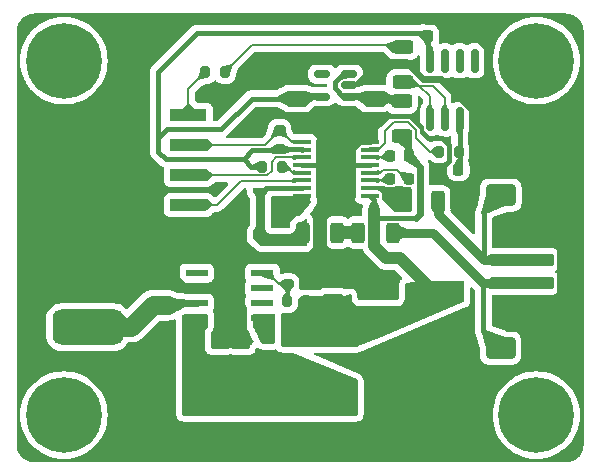
<source format=gtl>
G04 #@! TF.GenerationSoftware,KiCad,Pcbnew,(7.0.0)*
G04 #@! TF.CreationDate,2023-04-27T00:17:56+08:00*
G04 #@! TF.ProjectId,DRV-24to12-BrushedMotorDriver,4452562d-3234-4746-9f31-322d42727573,rev?*
G04 #@! TF.SameCoordinates,Original*
G04 #@! TF.FileFunction,Copper,L1,Top*
G04 #@! TF.FilePolarity,Positive*
%FSLAX46Y46*%
G04 Gerber Fmt 4.6, Leading zero omitted, Abs format (unit mm)*
G04 Created by KiCad (PCBNEW (7.0.0)) date 2023-04-27 00:17:56*
%MOMM*%
%LPD*%
G01*
G04 APERTURE LIST*
G04 Aperture macros list*
%AMRoundRect*
0 Rectangle with rounded corners*
0 $1 Rounding radius*
0 $2 $3 $4 $5 $6 $7 $8 $9 X,Y pos of 4 corners*
0 Add a 4 corners polygon primitive as box body*
4,1,4,$2,$3,$4,$5,$6,$7,$8,$9,$2,$3,0*
0 Add four circle primitives for the rounded corners*
1,1,$1+$1,$2,$3*
1,1,$1+$1,$4,$5*
1,1,$1+$1,$6,$7*
1,1,$1+$1,$8,$9*
0 Add four rect primitives between the rounded corners*
20,1,$1+$1,$2,$3,$4,$5,0*
20,1,$1+$1,$4,$5,$6,$7,0*
20,1,$1+$1,$6,$7,$8,$9,0*
20,1,$1+$1,$8,$9,$2,$3,0*%
G04 Aperture macros list end*
G04 #@! TA.AperFunction,SMDPad,CuDef*
%ADD10R,3.150000X1.000000*%
G04 #@! TD*
G04 #@! TA.AperFunction,SMDPad,CuDef*
%ADD11RoundRect,0.250000X-0.312500X-0.625000X0.312500X-0.625000X0.312500X0.625000X-0.312500X0.625000X0*%
G04 #@! TD*
G04 #@! TA.AperFunction,SMDPad,CuDef*
%ADD12RoundRect,0.250000X0.625000X-0.312500X0.625000X0.312500X-0.625000X0.312500X-0.625000X-0.312500X0*%
G04 #@! TD*
G04 #@! TA.AperFunction,SMDPad,CuDef*
%ADD13RoundRect,0.250000X-2.500000X0.250000X-2.500000X-0.250000X2.500000X-0.250000X2.500000X0.250000X0*%
G04 #@! TD*
G04 #@! TA.AperFunction,SMDPad,CuDef*
%ADD14RoundRect,0.250000X-1.250000X0.550000X-1.250000X-0.550000X1.250000X-0.550000X1.250000X0.550000X0*%
G04 #@! TD*
G04 #@! TA.AperFunction,SMDPad,CuDef*
%ADD15R,1.910000X0.610000*%
G04 #@! TD*
G04 #@! TA.AperFunction,SMDPad,CuDef*
%ADD16R,1.205000X1.550000*%
G04 #@! TD*
G04 #@! TA.AperFunction,SMDPad,CuDef*
%ADD17R,3.360000X4.860000*%
G04 #@! TD*
G04 #@! TA.AperFunction,SMDPad,CuDef*
%ADD18R,1.390000X1.400000*%
G04 #@! TD*
G04 #@! TA.AperFunction,SMDPad,CuDef*
%ADD19RoundRect,0.250000X-1.000000X-0.650000X1.000000X-0.650000X1.000000X0.650000X-1.000000X0.650000X0*%
G04 #@! TD*
G04 #@! TA.AperFunction,ComponentPad*
%ADD20C,3.600000*%
G04 #@! TD*
G04 #@! TA.AperFunction,ConnectorPad*
%ADD21C,6.400000*%
G04 #@! TD*
G04 #@! TA.AperFunction,SMDPad,CuDef*
%ADD22RoundRect,0.225000X0.225000X0.250000X-0.225000X0.250000X-0.225000X-0.250000X0.225000X-0.250000X0*%
G04 #@! TD*
G04 #@! TA.AperFunction,SMDPad,CuDef*
%ADD23RoundRect,0.200000X-0.200000X-0.275000X0.200000X-0.275000X0.200000X0.275000X-0.200000X0.275000X0*%
G04 #@! TD*
G04 #@! TA.AperFunction,SMDPad,CuDef*
%ADD24RoundRect,0.200000X0.200000X0.275000X-0.200000X0.275000X-0.200000X-0.275000X0.200000X-0.275000X0*%
G04 #@! TD*
G04 #@! TA.AperFunction,SMDPad,CuDef*
%ADD25RoundRect,0.150000X0.512500X0.150000X-0.512500X0.150000X-0.512500X-0.150000X0.512500X-0.150000X0*%
G04 #@! TD*
G04 #@! TA.AperFunction,SMDPad,CuDef*
%ADD26RoundRect,0.250000X-0.650000X0.412500X-0.650000X-0.412500X0.650000X-0.412500X0.650000X0.412500X0*%
G04 #@! TD*
G04 #@! TA.AperFunction,SMDPad,CuDef*
%ADD27RoundRect,0.200000X-0.275000X0.200000X-0.275000X-0.200000X0.275000X-0.200000X0.275000X0.200000X0*%
G04 #@! TD*
G04 #@! TA.AperFunction,SMDPad,CuDef*
%ADD28RoundRect,0.750000X-2.250000X-0.750000X2.250000X-0.750000X2.250000X0.750000X-2.250000X0.750000X0*%
G04 #@! TD*
G04 #@! TA.AperFunction,SMDPad,CuDef*
%ADD29RoundRect,0.250000X0.400000X1.075000X-0.400000X1.075000X-0.400000X-1.075000X0.400000X-1.075000X0*%
G04 #@! TD*
G04 #@! TA.AperFunction,SMDPad,CuDef*
%ADD30RoundRect,0.200000X0.275000X-0.200000X0.275000X0.200000X-0.275000X0.200000X-0.275000X-0.200000X0*%
G04 #@! TD*
G04 #@! TA.AperFunction,SMDPad,CuDef*
%ADD31R,5.900000X2.450000*%
G04 #@! TD*
G04 #@! TA.AperFunction,SMDPad,CuDef*
%ADD32RoundRect,0.150000X0.150000X-0.825000X0.150000X0.825000X-0.150000X0.825000X-0.150000X-0.825000X0*%
G04 #@! TD*
G04 #@! TA.AperFunction,SMDPad,CuDef*
%ADD33RoundRect,0.225000X-0.225000X-0.250000X0.225000X-0.250000X0.225000X0.250000X-0.225000X0.250000X0*%
G04 #@! TD*
G04 #@! TA.AperFunction,SMDPad,CuDef*
%ADD34RoundRect,0.250000X1.500000X0.550000X-1.500000X0.550000X-1.500000X-0.550000X1.500000X-0.550000X0*%
G04 #@! TD*
G04 #@! TA.AperFunction,SMDPad,CuDef*
%ADD35RoundRect,0.100000X-0.687500X-0.100000X0.687500X-0.100000X0.687500X0.100000X-0.687500X0.100000X0*%
G04 #@! TD*
G04 #@! TA.AperFunction,SMDPad,CuDef*
%ADD36R,3.400000X5.000000*%
G04 #@! TD*
G04 #@! TA.AperFunction,SMDPad,CuDef*
%ADD37RoundRect,0.225000X-0.250000X0.225000X-0.250000X-0.225000X0.250000X-0.225000X0.250000X0.225000X0*%
G04 #@! TD*
G04 #@! TA.AperFunction,SMDPad,CuDef*
%ADD38RoundRect,0.250000X0.650000X-0.325000X0.650000X0.325000X-0.650000X0.325000X-0.650000X-0.325000X0*%
G04 #@! TD*
G04 #@! TA.AperFunction,Conductor*
%ADD39C,0.150000*%
G04 #@! TD*
G04 #@! TA.AperFunction,Conductor*
%ADD40C,0.400000*%
G04 #@! TD*
G04 #@! TA.AperFunction,Conductor*
%ADD41C,0.600000*%
G04 #@! TD*
G04 #@! TA.AperFunction,Conductor*
%ADD42C,1.200000*%
G04 #@! TD*
G04 #@! TA.AperFunction,Conductor*
%ADD43C,0.250000*%
G04 #@! TD*
G04 #@! TA.AperFunction,Conductor*
%ADD44C,1.000000*%
G04 #@! TD*
G04 #@! TA.AperFunction,Conductor*
%ADD45C,0.350000*%
G04 #@! TD*
G04 #@! TA.AperFunction,Conductor*
%ADD46C,1.600000*%
G04 #@! TD*
G04 #@! TA.AperFunction,Conductor*
%ADD47C,0.800000*%
G04 #@! TD*
G04 APERTURE END LIST*
D10*
X215545621Y-72195797D03*
X210495621Y-72195797D03*
X215545621Y-69655797D03*
X210495621Y-69655797D03*
X215545621Y-67115797D03*
X210495621Y-67115797D03*
X215545621Y-64575797D03*
X210495621Y-64575797D03*
D11*
X229931500Y-74549000D03*
X232856500Y-74549000D03*
D12*
X233680000Y-61787500D03*
X233680000Y-58862500D03*
D13*
X243745000Y-76835000D03*
X243745000Y-78835000D03*
D14*
X245995000Y-74435000D03*
X245995000Y-81235000D03*
D15*
X221810820Y-81785701D03*
X221810820Y-80515701D03*
X221810820Y-79245701D03*
X221810820Y-77975701D03*
X216250820Y-77975701D03*
X216250820Y-79245701D03*
X216250820Y-80515701D03*
X216250820Y-81785701D03*
D16*
X219633320Y-80655701D03*
X219633320Y-79105701D03*
X218428320Y-80655701D03*
X218428320Y-79105701D03*
D17*
X219094320Y-87659701D03*
D18*
X218174320Y-83677701D03*
X220014320Y-83677701D03*
D19*
X241999000Y-71374000D03*
X245999000Y-71374000D03*
D20*
X205000000Y-90000000D03*
D21*
X205000000Y-90000000D03*
D22*
X237376000Y-57912000D03*
X235826000Y-57912000D03*
D23*
X221806000Y-68961000D03*
X223456000Y-68961000D03*
D24*
X218630000Y-60960000D03*
X216980000Y-60960000D03*
D25*
X229138750Y-63033750D03*
X229138750Y-62083750D03*
X229138750Y-61133750D03*
X226863750Y-61133750D03*
X226863750Y-63033750D03*
D26*
X231308750Y-60079250D03*
X231308750Y-63204250D03*
D27*
X223266000Y-65850000D03*
X223266000Y-67500000D03*
D28*
X207010000Y-82550000D03*
D29*
X223191000Y-72771000D03*
X220091000Y-72771000D03*
D26*
X227761321Y-77302202D03*
X227761321Y-80427202D03*
D30*
X223951321Y-78914702D03*
X223951321Y-77264702D03*
D12*
X233586613Y-66354569D03*
X233586613Y-63429569D03*
D31*
X226491320Y-88484701D03*
X226491320Y-82934701D03*
D20*
X245000000Y-90000000D03*
D21*
X245000000Y-90000000D03*
D32*
X235966000Y-64959000D03*
X237236000Y-64959000D03*
X238506000Y-64959000D03*
X239776000Y-64959000D03*
X239776000Y-60009000D03*
X238506000Y-60009000D03*
X237236000Y-60009000D03*
X235966000Y-60009000D03*
D11*
X225232500Y-74549000D03*
X228157500Y-74549000D03*
D33*
X229730000Y-72644000D03*
X231280000Y-72644000D03*
D20*
X205000000Y-60000000D03*
D21*
X205000000Y-60000000D03*
D19*
X241967000Y-84328000D03*
X245967000Y-84328000D03*
D26*
X224704750Y-60079250D03*
X224704750Y-63204250D03*
D20*
X245000000Y-60000000D03*
D21*
X245000000Y-60000000D03*
D34*
X237015000Y-79502000D03*
X231615000Y-79502000D03*
D22*
X234201000Y-68072000D03*
X232651000Y-68072000D03*
D35*
X225169500Y-66885000D03*
X225169500Y-67535000D03*
X225169500Y-68185000D03*
X225169500Y-68835000D03*
X225169500Y-69485000D03*
X225169500Y-70135000D03*
X225169500Y-70785000D03*
X225169500Y-71435000D03*
X230894500Y-71435000D03*
X230894500Y-70785000D03*
X230894500Y-70135000D03*
X230894500Y-69485000D03*
X230894500Y-68835000D03*
X230894500Y-68185000D03*
X230894500Y-67535000D03*
X230894500Y-66885000D03*
D36*
X228031999Y-69159999D03*
D24*
X225538321Y-80375702D03*
X223888321Y-80375702D03*
D11*
X233741500Y-71882000D03*
X236666500Y-71882000D03*
D28*
X207010000Y-77470000D03*
D33*
X232651000Y-69977000D03*
X234201000Y-69977000D03*
D37*
X222300321Y-83410702D03*
X222300321Y-84960702D03*
D23*
X236779000Y-67691000D03*
X238429000Y-67691000D03*
D22*
X238392000Y-69215000D03*
X236842000Y-69215000D03*
D38*
X213791321Y-80707702D03*
X213791321Y-77757702D03*
D39*
X235966000Y-67691000D02*
X236779000Y-67691000D01*
X234830000Y-66555000D02*
X235966000Y-67691000D01*
X234830000Y-65829538D02*
X234830000Y-66555000D01*
X234151462Y-65151000D02*
X234830000Y-65829538D01*
X232156000Y-65913000D02*
X232918000Y-65151000D01*
X232918000Y-65151000D02*
X234151462Y-65151000D01*
X232156000Y-66941330D02*
X232156000Y-65913000D01*
X231562330Y-67535000D02*
X232156000Y-66941330D01*
D40*
X232410000Y-64643000D02*
X234315214Y-64643000D01*
X234315214Y-64643000D02*
X235266000Y-65593786D01*
X230894500Y-66158500D02*
X232410000Y-64643000D01*
X230894500Y-66885000D02*
X230894500Y-66158500D01*
X238506000Y-69101000D02*
X238392000Y-69215000D01*
X238506000Y-65467000D02*
X238506000Y-69101000D01*
X236842000Y-69215000D02*
X237579000Y-68478000D01*
D41*
X213791321Y-77757702D02*
X215279321Y-79245702D01*
D40*
X225169500Y-68835000D02*
X227707000Y-68835000D01*
D42*
X228032000Y-71434000D02*
X228032000Y-69160000D01*
D41*
X239776000Y-64959000D02*
X239776000Y-64334761D01*
D43*
X246820000Y-80410000D02*
X245995000Y-81235000D01*
D40*
X221361000Y-76454000D02*
X223140619Y-76454000D01*
D43*
X245995000Y-74435000D02*
X246820000Y-75260000D01*
D40*
X230049893Y-66885000D02*
X228032000Y-68902893D01*
D43*
X239649000Y-57912000D02*
X237376000Y-57912000D01*
D40*
X245995000Y-84300000D02*
X245967000Y-84328000D01*
D42*
X226695000Y-72771000D02*
X228032000Y-71434000D01*
D40*
X223140619Y-76454000D02*
X223951321Y-77264702D01*
D41*
X235418660Y-61528000D02*
X233969910Y-60079250D01*
D44*
X220014321Y-83677702D02*
X220014321Y-81036702D01*
D41*
X239776000Y-64334761D02*
X236969239Y-61528000D01*
D43*
X239776000Y-65467000D02*
X240092000Y-65467000D01*
D44*
X218174321Y-83677702D02*
X218174321Y-80909702D01*
D43*
X239776000Y-65467000D02*
X239776000Y-63119000D01*
D41*
X210566000Y-77757702D02*
X207297702Y-77757702D01*
D45*
X235280000Y-66025817D02*
X235280000Y-65607786D01*
D40*
X236982000Y-66548000D02*
X235802183Y-66548000D01*
D41*
X218288321Y-79245702D02*
X218428321Y-79105702D01*
D40*
X210495622Y-77687324D02*
X210566000Y-77757702D01*
X210495622Y-64575798D02*
X210495622Y-77687324D01*
D44*
X220014321Y-81036702D02*
X219633321Y-80655702D01*
D43*
X246820000Y-75260000D02*
X246820000Y-80410000D01*
X239776000Y-65467000D02*
X239776000Y-64135000D01*
D39*
X230894500Y-66839250D02*
X230894500Y-66885000D01*
D41*
X233969910Y-60079250D02*
X231308750Y-60079250D01*
D40*
X245995000Y-81235000D02*
X245995000Y-84300000D01*
D44*
X229730000Y-72644000D02*
X228032000Y-70946000D01*
D43*
X231308750Y-60298001D02*
X229523001Y-62083750D01*
D40*
X228032000Y-68902893D02*
X228032000Y-69160000D01*
X230894500Y-66885000D02*
X230049893Y-66885000D01*
X220091000Y-72771000D02*
X220091000Y-75184000D01*
D41*
X215279321Y-79245702D02*
X216250821Y-79245702D01*
D43*
X229523001Y-62083750D02*
X229138750Y-62083750D01*
D40*
X228032000Y-69160000D02*
X228357000Y-68835000D01*
X219633321Y-75641679D02*
X219633321Y-79105702D01*
D44*
X228032000Y-70946000D02*
X228032000Y-69160000D01*
D41*
X216250821Y-79245702D02*
X218288321Y-79245702D01*
X236969239Y-61528000D02*
X235418660Y-61528000D01*
D43*
X240092000Y-65467000D02*
X245999000Y-71374000D01*
D40*
X235802183Y-66548000D02*
X235305000Y-66050817D01*
D43*
X231361750Y-60132250D02*
X231308750Y-60079250D01*
D40*
X227723821Y-77264702D02*
X227761321Y-77302202D01*
X224704750Y-60079250D02*
X231308750Y-60079250D01*
X220091000Y-75184000D02*
X221361000Y-76454000D01*
X228357000Y-68835000D02*
X230894500Y-68835000D01*
X237579000Y-67145000D02*
X236982000Y-66548000D01*
X223951321Y-77264702D02*
X227723821Y-77264702D01*
X235305000Y-66050817D02*
X235312592Y-66058409D01*
D44*
X218174321Y-80909702D02*
X218428321Y-80655702D01*
D40*
X220091000Y-75184000D02*
X219633321Y-75641679D01*
D45*
X235312592Y-66058409D02*
X235280000Y-66025817D01*
D42*
X226695000Y-76235881D02*
X226695000Y-72771000D01*
D43*
X231308750Y-60079250D02*
X231308750Y-60298001D01*
X245999000Y-74431000D02*
X245995000Y-74435000D01*
X241046000Y-59309000D02*
X239649000Y-57912000D01*
D41*
X213791321Y-77757702D02*
X210566000Y-77757702D01*
D42*
X227761321Y-77302202D02*
X226695000Y-76235881D01*
D40*
X237579000Y-68478000D02*
X237579000Y-67145000D01*
D45*
X235280000Y-65607786D02*
X235266000Y-65593786D01*
D41*
X207297702Y-77757702D02*
X207010000Y-77470000D01*
D39*
X226441000Y-70751000D02*
X228032000Y-69160000D01*
D40*
X227707000Y-68835000D02*
X228032000Y-69160000D01*
D43*
X239776000Y-63119000D02*
X241046000Y-61849000D01*
X245999000Y-71374000D02*
X245999000Y-74431000D01*
X241046000Y-61849000D02*
X241046000Y-59309000D01*
D39*
X232366000Y-70135000D02*
X230894500Y-70135000D01*
X232651000Y-69850000D02*
X232366000Y-70135000D01*
X233807000Y-69850000D02*
X233184000Y-69227000D01*
X234201000Y-69850000D02*
X233807000Y-69850000D01*
X232017000Y-69227000D02*
X231759000Y-69485000D01*
X233184000Y-69227000D02*
X232017000Y-69227000D01*
X231759000Y-69485000D02*
X230894500Y-69485000D01*
D40*
X233680000Y-66359500D02*
X234201000Y-66880500D01*
X234818000Y-73274000D02*
X231280000Y-73274000D01*
X231280000Y-71820500D02*
X230894500Y-71435000D01*
D41*
X234201000Y-68072000D02*
X235151000Y-69022000D01*
D40*
X231280000Y-72644000D02*
X231280000Y-71820500D01*
D44*
X232283000Y-76708000D02*
X231280000Y-75705000D01*
D41*
X235151000Y-72951000D02*
X234823000Y-73279000D01*
D40*
X231280000Y-73274000D02*
X231280000Y-72644000D01*
D44*
X236220000Y-79502000D02*
X233426000Y-76708000D01*
X233426000Y-76708000D02*
X232283000Y-76708000D01*
D40*
X234823000Y-73279000D02*
X234818000Y-73274000D01*
D44*
X237015000Y-79502000D02*
X236220000Y-79502000D01*
D40*
X234201000Y-66880500D02*
X234201000Y-68072000D01*
D44*
X231280000Y-75705000D02*
X231280000Y-72644000D01*
D41*
X235151000Y-69022000D02*
X235151000Y-72951000D01*
D39*
X230894500Y-68185000D02*
X232637000Y-68185000D01*
D46*
X210693000Y-82550000D02*
X212535298Y-80707702D01*
D41*
X216248998Y-80513879D02*
X216250821Y-80515702D01*
D46*
X207010000Y-82550000D02*
X210693000Y-82550000D01*
D41*
X213791321Y-80707702D02*
X213985144Y-80513879D01*
X213985144Y-80513879D02*
X216248998Y-80513879D01*
D46*
X212535298Y-80707702D02*
X213791321Y-80707702D01*
D40*
X213614000Y-68326000D02*
X220218000Y-68326000D01*
X212979000Y-66548000D02*
X212979000Y-67691000D01*
X220894750Y-63204250D02*
X224704750Y-63204250D01*
X226863750Y-63033750D02*
X224875250Y-63033750D01*
X225134500Y-67500000D02*
X225169500Y-67535000D01*
X212979000Y-60960000D02*
X216281000Y-57658000D01*
X220853000Y-68961000D02*
X220218000Y-68326000D01*
X224875250Y-63033750D02*
X224704750Y-63204250D01*
X235572000Y-57658000D02*
X235826000Y-57912000D01*
X213741000Y-65786000D02*
X218313000Y-65786000D01*
X220218000Y-68326000D02*
X220953202Y-67590798D01*
X223266000Y-67500000D02*
X225134500Y-67500000D01*
X212979000Y-66548000D02*
X213741000Y-65786000D01*
X216281000Y-57658000D02*
X235572000Y-57658000D01*
X223175202Y-67590798D02*
X223266000Y-67500000D01*
X220953202Y-67590798D02*
X223175202Y-67590798D01*
X235966000Y-58928000D02*
X235966000Y-60009000D01*
X212979000Y-66548000D02*
X212979000Y-60960000D01*
X221806000Y-68961000D02*
X220853000Y-68961000D01*
X212979000Y-67691000D02*
X213614000Y-68326000D01*
X218313000Y-65786000D02*
X220894750Y-63204250D01*
X235826000Y-58788000D02*
X235966000Y-58928000D01*
X235826000Y-57912000D02*
X235826000Y-58788000D01*
D47*
X240506000Y-78835000D02*
X243745000Y-78835000D01*
X236220000Y-74549000D02*
X240506000Y-78835000D01*
D40*
X240506000Y-82867000D02*
X240506000Y-78835000D01*
D47*
X232869000Y-74549000D02*
X236220000Y-74549000D01*
D40*
X241967000Y-84328000D02*
X240506000Y-82867000D01*
X240538000Y-72835000D02*
X240538000Y-76835000D01*
D47*
X236679000Y-71755000D02*
X236679000Y-72976000D01*
X240538000Y-76835000D02*
X243745000Y-76835000D01*
D40*
X241999000Y-71374000D02*
X240538000Y-72835000D01*
D47*
X236679000Y-72976000D02*
X240538000Y-76835000D01*
D39*
X222202751Y-69711000D02*
X215600824Y-69711000D01*
X215600824Y-69711000D02*
X215545622Y-69655798D01*
X222998751Y-68185000D02*
X222603751Y-68580000D01*
X222603751Y-68580000D02*
X222603751Y-69310000D01*
X225169500Y-68185000D02*
X222998751Y-68185000D01*
X222603751Y-69310000D02*
X222202751Y-69711000D01*
X225169500Y-70135000D02*
X225085500Y-70219000D01*
X225085500Y-70219000D02*
X219976000Y-70219000D01*
X217999202Y-72195798D02*
X215545622Y-72195798D01*
X219976000Y-70219000D02*
X217999202Y-72195798D01*
X225109500Y-66825000D02*
X224241000Y-66825000D01*
X224241000Y-66825000D02*
X223266000Y-65850000D01*
X222000202Y-67115798D02*
X215545622Y-67115798D01*
X225169500Y-66885000D02*
X225109500Y-66825000D01*
X223266000Y-65850000D02*
X222000202Y-67115798D01*
X223456000Y-68580000D02*
X224361000Y-69485000D01*
X224361000Y-69485000D02*
X225169500Y-69485000D01*
X223186658Y-78914702D02*
X223951321Y-78914702D01*
X222247658Y-77975702D02*
X223186658Y-78914702D01*
X223951321Y-78914702D02*
X223951321Y-80312702D01*
X223951321Y-80312702D02*
X223888321Y-80375702D01*
X221810821Y-77975702D02*
X222247658Y-77975702D01*
D40*
X224839000Y-74930000D02*
X225220000Y-74549000D01*
X221615000Y-74422000D02*
X222123000Y-74930000D01*
X222077000Y-70785000D02*
X221615000Y-71247000D01*
X222123000Y-74930000D02*
X224839000Y-74930000D01*
X221615000Y-71247000D02*
X221615000Y-74422000D01*
X225169500Y-70785000D02*
X222077000Y-70785000D01*
D44*
X228170000Y-74549000D02*
X229919000Y-74549000D01*
D39*
X215545622Y-62394378D02*
X216980000Y-60960000D01*
X215545622Y-64575798D02*
X215545622Y-62394378D01*
X233995500Y-62103000D02*
X233680000Y-61787500D01*
X236220000Y-62103000D02*
X235077000Y-62103000D01*
X235077000Y-62103000D02*
X233995500Y-62103000D01*
X235966000Y-64959000D02*
X235966000Y-62992000D01*
X237236000Y-64959000D02*
X237236000Y-63119000D01*
X235966000Y-62992000D02*
X235077000Y-62103000D01*
X237236000Y-63119000D02*
X236220000Y-62103000D01*
X233491500Y-58674000D02*
X233680000Y-58862500D01*
X218630000Y-60960000D02*
X220916000Y-58674000D01*
X220916000Y-58674000D02*
X233491500Y-58674000D01*
D40*
X228648433Y-61133750D02*
X227965000Y-61817183D01*
X229138750Y-61133750D02*
X228648433Y-61133750D01*
D39*
X229138750Y-63033750D02*
X228825209Y-63033750D01*
D40*
X227965000Y-61817183D02*
X227965000Y-62350317D01*
X228648433Y-63033750D02*
X229138750Y-63033750D01*
X231308750Y-63204250D02*
X233449750Y-63204250D01*
X233449750Y-63204250D02*
X233680000Y-63434500D01*
X231138250Y-63033750D02*
X231308750Y-63204250D01*
X229138750Y-63033750D02*
X231138250Y-63033750D01*
X227965000Y-62350317D02*
X228648433Y-63033750D01*
G04 #@! TA.AperFunction,Conductor*
G36*
X243683606Y-78824186D02*
G01*
X243690469Y-78828211D01*
X243693172Y-78835693D01*
X243690465Y-78843174D01*
X243683600Y-78847195D01*
X241151661Y-79315538D01*
X241147014Y-79315459D01*
X240236235Y-79114661D01*
X240229375Y-79110229D01*
X240227085Y-79102389D01*
X240230480Y-79094963D01*
X240779780Y-78545663D01*
X240782674Y-78543547D01*
X241145767Y-78355870D01*
X241153270Y-78354761D01*
X243683606Y-78824186D01*
G37*
G04 #@! TD.AperFunction*
G04 #@! TA.AperFunction,Conductor*
G36*
X226297597Y-62747063D02*
G01*
X226844093Y-63023308D01*
X226849732Y-63029544D01*
X226849732Y-63037954D01*
X226844092Y-63044191D01*
X226297598Y-63320435D01*
X226289745Y-63321406D01*
X225987724Y-63253261D01*
X225910374Y-63235808D01*
X225903812Y-63231702D01*
X225901250Y-63224396D01*
X225901250Y-62843104D01*
X225903812Y-62835798D01*
X225910374Y-62831691D01*
X226289746Y-62746093D01*
X226297597Y-62747063D01*
G37*
G04 #@! TD.AperFunction*
G04 #@! TA.AperFunction,Conductor*
G36*
X229130447Y-61132536D02*
G01*
X229137445Y-61135370D01*
X229141255Y-61141887D01*
X229198428Y-61423092D01*
X229196948Y-61431522D01*
X229190124Y-61436688D01*
X228669349Y-61582815D01*
X228666188Y-61583250D01*
X228592990Y-61583250D01*
X228592575Y-61583310D01*
X228592567Y-61583311D01*
X228525753Y-61593046D01*
X228525750Y-61593046D01*
X228524857Y-61593177D01*
X228524044Y-61593574D01*
X228524042Y-61593575D01*
X228420636Y-61644127D01*
X228419767Y-61644552D01*
X228419088Y-61645230D01*
X228419078Y-61645238D01*
X228417135Y-61647181D01*
X228408863Y-61650605D01*
X228400592Y-61647178D01*
X228135663Y-61382249D01*
X228132527Y-61376568D01*
X228132901Y-61370089D01*
X228136668Y-61364808D01*
X228472766Y-61098496D01*
X228480685Y-61095985D01*
X229130447Y-61132536D01*
G37*
G04 #@! TD.AperFunction*
G04 #@! TA.AperFunction,Conductor*
G36*
X230568115Y-62565120D02*
G01*
X230889606Y-62842176D01*
X231298249Y-63194339D01*
X231301947Y-63200307D01*
X231301563Y-63207317D01*
X231297236Y-63212846D01*
X230479448Y-63774616D01*
X230472575Y-63776669D01*
X230465795Y-63774326D01*
X229750922Y-63237260D01*
X229747483Y-63233134D01*
X229746250Y-63227906D01*
X229746250Y-62842176D01*
X229748456Y-62835339D01*
X229754241Y-62831079D01*
X230556774Y-62562886D01*
X230562739Y-62562504D01*
X230568115Y-62565120D01*
G37*
G04 #@! TD.AperFunction*
G04 #@! TA.AperFunction,Conductor*
G36*
X223739068Y-65762611D02*
G01*
X223744245Y-65768982D01*
X223971029Y-66444399D01*
X223971328Y-66450799D01*
X223968211Y-66456396D01*
X223872729Y-66551878D01*
X223866805Y-66555067D01*
X223860104Y-66554465D01*
X223111278Y-66254393D01*
X223106408Y-66250733D01*
X223104038Y-66245121D01*
X223104811Y-66239079D01*
X223262880Y-65855152D01*
X223266308Y-65850539D01*
X223271520Y-65848115D01*
X223730980Y-65761210D01*
X223739068Y-65762611D01*
G37*
G04 #@! TD.AperFunction*
G04 #@! TA.AperFunction,Conductor*
G36*
X241997713Y-71374997D02*
G01*
X242002112Y-71380178D01*
X242384948Y-72262993D01*
X242385826Y-72269081D01*
X242383495Y-72274773D01*
X242378599Y-72278495D01*
X240740110Y-72940774D01*
X240735725Y-72941627D01*
X240353214Y-72941627D01*
X240346510Y-72939516D01*
X240342225Y-72933944D01*
X240341906Y-72926923D01*
X240514172Y-72278495D01*
X240746731Y-71403115D01*
X240750826Y-71396909D01*
X240757834Y-71394424D01*
X241991176Y-71373135D01*
X241997713Y-71374997D01*
G37*
G04 #@! TD.AperFunction*
G04 #@! TA.AperFunction,Conductor*
G36*
X223959068Y-78920546D02*
G01*
X224343353Y-79260055D01*
X224347236Y-79267543D01*
X224345074Y-79275697D01*
X224029825Y-79709876D01*
X224025670Y-79713426D01*
X224020357Y-79714702D01*
X223882285Y-79714702D01*
X223876972Y-79713426D01*
X223872817Y-79709876D01*
X223557567Y-79275697D01*
X223555405Y-79267543D01*
X223559286Y-79260057D01*
X223943574Y-78920545D01*
X223951321Y-78917614D01*
X223959068Y-78920546D01*
G37*
G04 #@! TD.AperFunction*
G04 #@! TA.AperFunction,Conductor*
G36*
X217111821Y-81423613D02*
G01*
X217157208Y-81469000D01*
X217173821Y-81531000D01*
X217173821Y-82519126D01*
X217160702Y-82574637D01*
X217133613Y-82607043D01*
X217135143Y-82608573D01*
X217128872Y-82614842D01*
X217121775Y-82620156D01*
X217116465Y-82627248D01*
X217116461Y-82627253D01*
X217040840Y-82728270D01*
X217040837Y-82728274D01*
X217035525Y-82735371D01*
X217032425Y-82743680D01*
X217032425Y-82743682D01*
X216987941Y-82862949D01*
X216987940Y-82862952D01*
X216985230Y-82870219D01*
X216984400Y-82877929D01*
X216984400Y-82877934D01*
X216979176Y-82926521D01*
X216979175Y-82926533D01*
X216978821Y-82929829D01*
X216978821Y-82933150D01*
X216978821Y-82933151D01*
X216978821Y-84422262D01*
X216978821Y-84422280D01*
X216978822Y-84425574D01*
X216979174Y-84428852D01*
X216979175Y-84428863D01*
X216984400Y-84477470D01*
X216984401Y-84477475D01*
X216985230Y-84485185D01*
X216987940Y-84492451D01*
X216987941Y-84492455D01*
X217005282Y-84538948D01*
X217035525Y-84620033D01*
X217040839Y-84627132D01*
X217040840Y-84627133D01*
X217087359Y-84689275D01*
X217121775Y-84735248D01*
X217236990Y-84821498D01*
X217371838Y-84871793D01*
X217431448Y-84878202D01*
X218917193Y-84878201D01*
X218976804Y-84871793D01*
X219050988Y-84844123D01*
X219094321Y-84836306D01*
X219137653Y-84844123D01*
X219211838Y-84871793D01*
X219271448Y-84878202D01*
X220757193Y-84878201D01*
X220816804Y-84871793D01*
X220951652Y-84821498D01*
X221066867Y-84735248D01*
X221153117Y-84620033D01*
X221203412Y-84485185D01*
X221209821Y-84425575D01*
X221209820Y-84394906D01*
X221228822Y-84328941D01*
X221280008Y-84283191D01*
X221347688Y-84271684D01*
X221411117Y-84297947D01*
X221493262Y-84363434D01*
X221618029Y-84416748D01*
X221681615Y-84434292D01*
X221816064Y-84452500D01*
X222756947Y-84452500D01*
X222761000Y-84452500D01*
X222891834Y-84435275D01*
X222895757Y-84434223D01*
X222895761Y-84434223D01*
X222905859Y-84431517D01*
X222954139Y-84428350D01*
X222999956Y-84443902D01*
X223036333Y-84475803D01*
X223049692Y-84493212D01*
X223049696Y-84493216D01*
X223052171Y-84496442D01*
X223097558Y-84541829D01*
X223202250Y-84622163D01*
X223324166Y-84672662D01*
X223386166Y-84689275D01*
X223517000Y-84706500D01*
X223521053Y-84706500D01*
X224332082Y-84706500D01*
X224379621Y-84715975D01*
X226231750Y-85484783D01*
X229793540Y-86963262D01*
X229833725Y-86990149D01*
X229860573Y-87030362D01*
X229870000Y-87077786D01*
X229870000Y-89919000D01*
X229853387Y-89981000D01*
X229808000Y-90026387D01*
X229746000Y-90043000D01*
X215135000Y-90043000D01*
X215073000Y-90026387D01*
X215027613Y-89981000D01*
X215011000Y-89919000D01*
X215011000Y-81617139D01*
X215027584Y-81555189D01*
X215072898Y-81509810D01*
X215221774Y-81423670D01*
X215283875Y-81407000D01*
X217049821Y-81407000D01*
X217111821Y-81423613D01*
G37*
G04 #@! TD.AperFunction*
G04 #@! TA.AperFunction,Conductor*
G36*
X224484203Y-69285642D02*
G01*
X225115256Y-69469681D01*
X225121620Y-69474283D01*
X225123641Y-69481873D01*
X225120406Y-69489030D01*
X225113375Y-69492530D01*
X224387043Y-69579735D01*
X224382301Y-69579329D01*
X224378113Y-69577069D01*
X224191147Y-69419670D01*
X224187572Y-69414387D01*
X224187299Y-69408015D01*
X224190407Y-69402448D01*
X224284531Y-69308324D01*
X224291580Y-69304963D01*
X224479715Y-69285239D01*
X224484203Y-69285642D01*
G37*
G04 #@! TD.AperFunction*
G04 #@! TA.AperFunction,Conductor*
G36*
X238825000Y-78629613D02*
G01*
X238870387Y-78675000D01*
X238887000Y-78737000D01*
X238887000Y-80308780D01*
X238877673Y-80355962D01*
X238851094Y-80396046D01*
X238811264Y-80423000D01*
X231676765Y-83437578D01*
X229893141Y-84191222D01*
X229844878Y-84201000D01*
X223517000Y-84201000D01*
X223455000Y-84184387D01*
X223409613Y-84139000D01*
X223393000Y-84077000D01*
X223393000Y-81464032D01*
X223404336Y-81412235D01*
X223436273Y-81369909D01*
X223436539Y-81369680D01*
X223438939Y-81367623D01*
X223494615Y-81340304D01*
X223548150Y-81342949D01*
X223548428Y-81341556D01*
X223554854Y-81342834D01*
X223561125Y-81344788D01*
X223631705Y-81351202D01*
X224142118Y-81351202D01*
X224144937Y-81351202D01*
X224215517Y-81344788D01*
X224377927Y-81294180D01*
X224523506Y-81206174D01*
X224643793Y-81085887D01*
X224731799Y-80940308D01*
X224782407Y-80777898D01*
X224788821Y-80707318D01*
X224788821Y-80267614D01*
X224800165Y-80215800D01*
X224832123Y-80173466D01*
X225136173Y-79912852D01*
X225173850Y-79890702D01*
X225216871Y-79883000D01*
X228720998Y-79883000D01*
X228727000Y-79883000D01*
X229216645Y-79786991D01*
X229270875Y-79788452D01*
X229319295Y-79812928D01*
X229352631Y-79855733D01*
X229364500Y-79908673D01*
X229364500Y-80098858D01*
X229364500Y-80098877D01*
X229364501Y-80102008D01*
X229364820Y-80105140D01*
X229364821Y-80105141D01*
X229374312Y-80198061D01*
X229374313Y-80198069D01*
X229375001Y-80204797D01*
X229377129Y-80211219D01*
X229377130Y-80211223D01*
X229425092Y-80355962D01*
X229430186Y-80371334D01*
X229433977Y-80377480D01*
X229518497Y-80514511D01*
X229518500Y-80514515D01*
X229522288Y-80520656D01*
X229646344Y-80644712D01*
X229652485Y-80648500D01*
X229652488Y-80648502D01*
X229709558Y-80683702D01*
X229795666Y-80736814D01*
X229962203Y-80791999D01*
X230064991Y-80802500D01*
X233165008Y-80802499D01*
X233267797Y-80791999D01*
X233434334Y-80736814D01*
X233583656Y-80644712D01*
X233707712Y-80520656D01*
X233799814Y-80371334D01*
X233854999Y-80204797D01*
X233865500Y-80102009D01*
X233865499Y-78977497D01*
X233878337Y-78922553D01*
X233914192Y-78878985D01*
X233965637Y-78855816D01*
X235192183Y-78615316D01*
X235216042Y-78613000D01*
X238763000Y-78613000D01*
X238825000Y-78629613D01*
G37*
G04 #@! TD.AperFunction*
G04 #@! TA.AperFunction,Conductor*
G36*
X223624831Y-67117799D02*
G01*
X224133194Y-67297245D01*
X224138851Y-67301521D01*
X224141000Y-67308278D01*
X224141000Y-67691722D01*
X224138851Y-67698479D01*
X224133194Y-67702755D01*
X223624831Y-67882200D01*
X223618100Y-67882518D01*
X223612310Y-67879071D01*
X223450767Y-67702755D01*
X223272240Y-67507902D01*
X223269168Y-67500000D01*
X223272240Y-67492097D01*
X223612312Y-67120926D01*
X223618100Y-67117481D01*
X223624831Y-67117799D01*
G37*
G04 #@! TD.AperFunction*
G04 #@! TA.AperFunction,Conductor*
G36*
X233054641Y-62873221D02*
G01*
X233059167Y-62875744D01*
X233668426Y-63423201D01*
X233672084Y-63429635D01*
X233671149Y-63436976D01*
X233665996Y-63442288D01*
X232848874Y-63866451D01*
X232842424Y-63867719D01*
X232836309Y-63865308D01*
X232247025Y-63407763D01*
X232243692Y-63403667D01*
X232242500Y-63398522D01*
X232242500Y-63014200D01*
X232245287Y-63006620D01*
X232252320Y-63002652D01*
X232629110Y-62941321D01*
X233049469Y-62872900D01*
X233054641Y-62873221D01*
G37*
G04 #@! TD.AperFunction*
G04 #@! TA.AperFunction,Conductor*
G36*
X221459298Y-68567442D02*
G01*
X221800155Y-68953253D01*
X221803087Y-68961000D01*
X221800155Y-68968747D01*
X221459298Y-69354557D01*
X221453009Y-69358244D01*
X221445757Y-69357492D01*
X221012927Y-69164095D01*
X221007883Y-69159779D01*
X221006000Y-69153413D01*
X221006000Y-68768587D01*
X221007883Y-68762221D01*
X221012927Y-68757905D01*
X221094590Y-68721416D01*
X221445758Y-68564506D01*
X221453009Y-68563755D01*
X221459298Y-68567442D01*
G37*
G04 #@! TD.AperFunction*
G04 #@! TA.AperFunction,Conductor*
G36*
X216590920Y-60798811D02*
G01*
X216974845Y-60956879D01*
X216979460Y-60960308D01*
X216981885Y-60965523D01*
X217068789Y-61424980D01*
X217067388Y-61433068D01*
X217061017Y-61438245D01*
X216385600Y-61665029D01*
X216379200Y-61665328D01*
X216373603Y-61662211D01*
X216278121Y-61566729D01*
X216274932Y-61560805D01*
X216275533Y-61554107D01*
X216575607Y-60805275D01*
X216579266Y-60800408D01*
X216584878Y-60798038D01*
X216590920Y-60798811D01*
G37*
G04 #@! TD.AperFunction*
G04 #@! TA.AperFunction,Conductor*
G36*
X222406094Y-70812773D02*
G01*
X222451789Y-70862205D01*
X222464922Y-70928229D01*
X222441622Y-70991385D01*
X222388757Y-71033061D01*
X222320759Y-71061226D01*
X222320754Y-71061228D01*
X222313250Y-71064337D01*
X222306806Y-71069280D01*
X222306800Y-71069285D01*
X222211789Y-71142191D01*
X222211782Y-71142196D01*
X222208558Y-71144671D01*
X222205685Y-71147543D01*
X222205677Y-71147551D01*
X222166051Y-71187177D01*
X222166043Y-71187185D01*
X222163171Y-71190058D01*
X222160696Y-71193282D01*
X222160691Y-71193289D01*
X222087785Y-71288300D01*
X222087780Y-71288306D01*
X222082837Y-71294750D01*
X222079728Y-71302254D01*
X222079726Y-71302259D01*
X222033893Y-71412910D01*
X222033889Y-71412920D01*
X222032338Y-71416666D01*
X222031288Y-71420582D01*
X222031286Y-71420590D01*
X222016775Y-71474745D01*
X222016773Y-71474754D01*
X222015725Y-71478666D01*
X222015196Y-71482677D01*
X222015194Y-71482692D01*
X221999029Y-71605480D01*
X221998500Y-71609500D01*
X221998500Y-74044000D01*
X221999028Y-74048017D01*
X221999029Y-74048019D01*
X222015194Y-74170807D01*
X222015196Y-74170819D01*
X222015725Y-74174834D01*
X222016773Y-74178748D01*
X222016775Y-74178754D01*
X222031286Y-74232909D01*
X222032338Y-74236834D01*
X222033891Y-74240584D01*
X222033893Y-74240589D01*
X222066687Y-74319761D01*
X222082837Y-74358750D01*
X222087783Y-74365196D01*
X222087785Y-74365199D01*
X222144195Y-74438712D01*
X222163171Y-74463442D01*
X222208558Y-74508829D01*
X222313250Y-74589163D01*
X222435166Y-74639662D01*
X222497166Y-74656275D01*
X222628000Y-74673500D01*
X223969048Y-74673500D01*
X223972316Y-74673500D01*
X224078204Y-74662285D01*
X224129001Y-74651403D01*
X224230193Y-74618256D01*
X224322196Y-74564646D01*
X224364078Y-74533909D01*
X224442810Y-74462217D01*
X224515994Y-74379885D01*
X224570455Y-74306095D01*
X224593681Y-74267781D01*
X224633907Y-74185379D01*
X224658586Y-74097066D01*
X224666681Y-74052999D01*
X224675000Y-73961668D01*
X224675000Y-73906065D01*
X224675637Y-73893509D01*
X224675873Y-73891198D01*
X224681526Y-73864770D01*
X224691887Y-73833501D01*
X224704049Y-73807420D01*
X224718905Y-73783334D01*
X224736756Y-73760758D01*
X224756758Y-73740756D01*
X224779334Y-73722905D01*
X224803420Y-73708049D01*
X224829506Y-73695886D01*
X224860763Y-73685528D01*
X224887154Y-73679877D01*
X224919550Y-73676569D01*
X225011458Y-73658455D01*
X225055344Y-73645484D01*
X225142339Y-73610720D01*
X225221425Y-73560499D01*
X225257617Y-73532493D01*
X225326072Y-73468545D01*
X225377821Y-73410326D01*
X225426683Y-73376708D01*
X225485569Y-73369627D01*
X225541008Y-73390705D01*
X225580316Y-73435119D01*
X225594500Y-73492708D01*
X225594500Y-75568000D01*
X225577887Y-75630000D01*
X225532500Y-75675387D01*
X225470500Y-75692000D01*
X221786894Y-75692000D01*
X221744681Y-75684594D01*
X221707511Y-75663259D01*
X221024617Y-75094181D01*
X220991707Y-75051517D01*
X220980000Y-74998922D01*
X220980000Y-74469730D01*
X220989439Y-74422277D01*
X221016319Y-74382049D01*
X221047128Y-74351240D01*
X221083712Y-74314656D01*
X221175814Y-74165334D01*
X221230999Y-73998797D01*
X221241500Y-73896009D01*
X221241499Y-71645992D01*
X221230999Y-71543203D01*
X221175814Y-71376666D01*
X221083712Y-71227344D01*
X221016319Y-71159951D01*
X220989439Y-71119723D01*
X220980000Y-71072270D01*
X220980000Y-70918500D01*
X220996613Y-70856500D01*
X221042000Y-70811113D01*
X221104000Y-70794500D01*
X222341304Y-70794500D01*
X222406094Y-70812773D01*
G37*
G04 #@! TD.AperFunction*
G04 #@! TA.AperFunction,Conductor*
G36*
X236433646Y-67298967D02*
G01*
X236773155Y-67683253D01*
X236776087Y-67691000D01*
X236773155Y-67698747D01*
X236433646Y-68083032D01*
X236426158Y-68086915D01*
X236418004Y-68084753D01*
X235983826Y-67769504D01*
X235980276Y-67765349D01*
X235979000Y-67760036D01*
X235979000Y-67621964D01*
X235980276Y-67616651D01*
X235983826Y-67612496D01*
X236415634Y-67298967D01*
X236418005Y-67297245D01*
X236426158Y-67295084D01*
X236433646Y-67298967D01*
G37*
G04 #@! TD.AperFunction*
G04 #@! TA.AperFunction,Conductor*
G36*
X231623448Y-69293576D02*
G01*
X231790136Y-69344142D01*
X231795013Y-69347065D01*
X231889363Y-69441415D01*
X231892531Y-69447238D01*
X231892025Y-69453848D01*
X231888009Y-69459123D01*
X231680095Y-69611601D01*
X231675898Y-69613545D01*
X231671275Y-69613711D01*
X231044125Y-69510457D01*
X230947563Y-69494559D01*
X230940731Y-69490800D01*
X230937779Y-69483580D01*
X230940020Y-69476109D01*
X230946459Y-69471708D01*
X231617054Y-69293466D01*
X231623448Y-69293576D01*
G37*
G04 #@! TD.AperFunction*
G04 #@! TA.AperFunction,Conductor*
G36*
X234656362Y-67893362D02*
G01*
X235119896Y-68564153D01*
X235121923Y-68571860D01*
X235118544Y-68579077D01*
X234708022Y-68989599D01*
X234700851Y-68992974D01*
X234693174Y-68991004D01*
X234076666Y-68572179D01*
X234046957Y-68551996D01*
X234042442Y-68546046D01*
X234042447Y-68538577D01*
X234198589Y-68076334D01*
X234201135Y-68072082D01*
X234205213Y-68069265D01*
X234642281Y-67889194D01*
X234650056Y-67888794D01*
X234656362Y-67893362D01*
G37*
G04 #@! TD.AperFunction*
G04 #@! TA.AperFunction,Conductor*
G36*
X209872467Y-81388749D02*
G01*
X210350884Y-81759709D01*
X210351988Y-81760682D01*
X211469386Y-82878080D01*
X211472748Y-82885117D01*
X211470939Y-82892704D01*
X211464764Y-82897469D01*
X209997330Y-83379515D01*
X209990545Y-83379671D01*
X207042276Y-82559878D01*
X207036304Y-82555952D01*
X207033730Y-82549285D01*
X207035514Y-82542365D01*
X207040988Y-82537774D01*
X209860879Y-81387161D01*
X209866885Y-81386403D01*
X209872467Y-81388749D01*
G37*
G04 #@! TD.AperFunction*
G04 #@! TA.AperFunction,Conductor*
G36*
X232061518Y-62564633D02*
G01*
X232865133Y-63000929D01*
X232869605Y-63005228D01*
X232871250Y-63011210D01*
X232871250Y-63397290D01*
X232869605Y-63403272D01*
X232865133Y-63407570D01*
X232383891Y-63668845D01*
X232061521Y-63843865D01*
X232054690Y-63845216D01*
X232048301Y-63842446D01*
X231539826Y-63404250D01*
X231318033Y-63213112D01*
X231314449Y-63207556D01*
X231314449Y-63200944D01*
X231318034Y-63195387D01*
X232048303Y-62566051D01*
X232054690Y-62563283D01*
X232061518Y-62564633D01*
G37*
G04 #@! TD.AperFunction*
G04 #@! TA.AperFunction,Conductor*
G36*
X219236396Y-60257788D02*
G01*
X219331878Y-60353270D01*
X219335067Y-60359194D01*
X219334465Y-60365895D01*
X219034393Y-61114721D01*
X219030733Y-61119591D01*
X219025121Y-61121961D01*
X219019079Y-61121188D01*
X218635156Y-60963121D01*
X218630539Y-60959691D01*
X218628114Y-60954476D01*
X218541210Y-60495019D01*
X218542611Y-60486931D01*
X218548982Y-60481754D01*
X219224400Y-60254969D01*
X219230799Y-60254671D01*
X219236396Y-60257788D01*
G37*
G04 #@! TD.AperFunction*
G04 #@! TA.AperFunction,Conductor*
G36*
X234399623Y-67149025D02*
G01*
X234403925Y-67154398D01*
X234630650Y-67727746D01*
X234631058Y-67735127D01*
X234626959Y-67741279D01*
X234208189Y-68067401D01*
X234201000Y-68069870D01*
X234193811Y-68067401D01*
X233775040Y-67741279D01*
X233770941Y-67735127D01*
X233771348Y-67727748D01*
X233998075Y-67154398D01*
X234002377Y-67149025D01*
X234008955Y-67147000D01*
X234393045Y-67147000D01*
X234399623Y-67149025D01*
G37*
G04 #@! TD.AperFunction*
G04 #@! TA.AperFunction,Conductor*
G36*
X237310023Y-63685642D02*
G01*
X237314323Y-63690109D01*
X237522171Y-64072166D01*
X237523544Y-64076691D01*
X237523015Y-64081390D01*
X237247122Y-64925953D01*
X237242870Y-64931791D01*
X237236000Y-64934020D01*
X237229130Y-64931791D01*
X237224878Y-64925953D01*
X236948984Y-64081390D01*
X236948455Y-64076691D01*
X236949827Y-64072168D01*
X237157677Y-63690109D01*
X237161977Y-63685642D01*
X237167955Y-63684000D01*
X237304045Y-63684000D01*
X237310023Y-63685642D01*
G37*
G04 #@! TD.AperFunction*
G04 #@! TA.AperFunction,Conductor*
G36*
X223260477Y-65848114D02*
G01*
X223265691Y-65850539D01*
X223269121Y-65855156D01*
X223427188Y-66239079D01*
X223427961Y-66245121D01*
X223425591Y-66250733D01*
X223420721Y-66254393D01*
X222671895Y-66554465D01*
X222665194Y-66555067D01*
X222659270Y-66551878D01*
X222563788Y-66456396D01*
X222560671Y-66450799D01*
X222560970Y-66444399D01*
X222627882Y-66245121D01*
X222787754Y-65768981D01*
X222792931Y-65762611D01*
X222801019Y-65761210D01*
X223260477Y-65848114D01*
G37*
G04 #@! TD.AperFunction*
G04 #@! TA.AperFunction,Conductor*
G36*
X231624044Y-67994305D02*
G01*
X231844002Y-68092958D01*
X231875088Y-68106900D01*
X231880121Y-68111216D01*
X231882000Y-68117575D01*
X231882000Y-68252425D01*
X231880121Y-68258784D01*
X231875088Y-68263100D01*
X231624046Y-68375693D01*
X231616264Y-68376328D01*
X230936223Y-68196309D01*
X230929947Y-68192137D01*
X230927518Y-68185000D01*
X230929947Y-68177864D01*
X230936223Y-68173690D01*
X231616266Y-67993671D01*
X231624044Y-67994305D01*
G37*
G04 #@! TD.AperFunction*
G04 #@! TA.AperFunction,Conductor*
G36*
X223862393Y-68709922D02*
G01*
X224186624Y-69201843D01*
X224188495Y-69209465D01*
X224185128Y-69216555D01*
X224087907Y-69313776D01*
X224082964Y-69316719D01*
X223741218Y-69418198D01*
X223733656Y-69417890D01*
X223727866Y-69413017D01*
X223461126Y-68969982D01*
X223459749Y-68961321D01*
X223464779Y-68954136D01*
X223846254Y-68706546D01*
X223855019Y-68704909D01*
X223862393Y-68709922D01*
G37*
G04 #@! TD.AperFunction*
G04 #@! TA.AperFunction,Conductor*
G36*
X243683171Y-76824105D02*
G01*
X243690039Y-76828135D01*
X243692737Y-76835627D01*
X243690016Y-76843110D01*
X243683136Y-76847119D01*
X241143904Y-77310261D01*
X241139036Y-77310119D01*
X240244972Y-77092361D01*
X240238260Y-77087849D01*
X240236078Y-77080062D01*
X240239467Y-77072721D01*
X240788983Y-76523205D01*
X240792295Y-76520883D01*
X241145931Y-76355617D01*
X241153016Y-76354714D01*
X243683171Y-76824105D01*
G37*
G04 #@! TD.AperFunction*
G04 #@! TA.AperFunction,Conductor*
G36*
X224484736Y-66685797D02*
G01*
X225119205Y-66870833D01*
X225125518Y-66875361D01*
X225127602Y-66882847D01*
X225124536Y-66889988D01*
X225117674Y-66893633D01*
X224390417Y-67003368D01*
X224381961Y-67001383D01*
X224157667Y-66844309D01*
X224153505Y-66839046D01*
X224152921Y-66832361D01*
X224156104Y-66826456D01*
X224249797Y-66732763D01*
X224255804Y-66729560D01*
X224479202Y-66685551D01*
X224484736Y-66685797D01*
G37*
G04 #@! TD.AperFunction*
G04 #@! TA.AperFunction,Conductor*
G36*
X225086395Y-68162735D02*
G01*
X225127775Y-68173690D01*
X225134052Y-68177864D01*
X225136481Y-68185000D01*
X225134052Y-68192137D01*
X225127775Y-68196310D01*
X224447735Y-68376328D01*
X224439953Y-68375693D01*
X224188912Y-68263100D01*
X224183879Y-68258784D01*
X224182000Y-68252425D01*
X224182000Y-68117575D01*
X224183879Y-68111216D01*
X224188912Y-68106900D01*
X224205511Y-68099455D01*
X224439955Y-67994305D01*
X224447733Y-67993671D01*
X225086395Y-68162735D01*
G37*
G04 #@! TD.AperFunction*
G04 #@! TA.AperFunction,Conductor*
G36*
X232108894Y-70620157D02*
G01*
X232240115Y-70670265D01*
X232259926Y-70674231D01*
X232278895Y-70679630D01*
X232323886Y-70696412D01*
X232380515Y-70702500D01*
X232921484Y-70702499D01*
X232978114Y-70696412D01*
X233106226Y-70648628D01*
X233122115Y-70636733D01*
X233157268Y-70618346D01*
X233196427Y-70612000D01*
X233655573Y-70612000D01*
X233694732Y-70618346D01*
X233729884Y-70636733D01*
X233745774Y-70648628D01*
X233831961Y-70680774D01*
X233866617Y-70693701D01*
X233866618Y-70693701D01*
X233873886Y-70696412D01*
X233930515Y-70702500D01*
X234318001Y-70702499D01*
X234380000Y-70719112D01*
X234425387Y-70764499D01*
X234442000Y-70826499D01*
X234442000Y-72699500D01*
X234425387Y-72761500D01*
X234380000Y-72806887D01*
X234318000Y-72823500D01*
X233029351Y-72823500D01*
X232979931Y-72813226D01*
X232938700Y-72784107D01*
X231955777Y-71730975D01*
X231928081Y-71683382D01*
X231923724Y-71628491D01*
X231932500Y-71568260D01*
X231932500Y-71301740D01*
X231922573Y-71233607D01*
X231871198Y-71128517D01*
X231788483Y-71045802D01*
X231779256Y-71041291D01*
X231779253Y-71041289D01*
X231692045Y-70998656D01*
X231692041Y-70998654D01*
X231683393Y-70994427D01*
X231663865Y-70991581D01*
X231619697Y-70985146D01*
X231619690Y-70985145D01*
X231615260Y-70984500D01*
X231610778Y-70984500D01*
X231391000Y-70984500D01*
X231329000Y-70967887D01*
X231283613Y-70922500D01*
X231267000Y-70860500D01*
X231267000Y-70736000D01*
X231283613Y-70674000D01*
X231329000Y-70628613D01*
X231391000Y-70612000D01*
X232064660Y-70612000D01*
X232108894Y-70620157D01*
G37*
G04 #@! TD.AperFunction*
G04 #@! TA.AperFunction,Conductor*
G36*
X236677002Y-66295310D02*
G01*
X236678615Y-66296561D01*
X236684135Y-66302081D01*
X236825602Y-66385744D01*
X236983431Y-66431598D01*
X237020306Y-66434500D01*
X237449249Y-66434500D01*
X237451694Y-66434500D01*
X237488569Y-66431598D01*
X237646398Y-66385744D01*
X237647160Y-66388367D01*
X237692261Y-66381069D01*
X237749613Y-66400983D01*
X237790638Y-66445737D01*
X237805500Y-66504601D01*
X237805500Y-66797481D01*
X237796061Y-66844934D01*
X237769181Y-66885162D01*
X237691681Y-66962662D01*
X237636094Y-66994756D01*
X237571906Y-66994756D01*
X237516319Y-66962662D01*
X237419488Y-66865831D01*
X237419487Y-66865830D01*
X237414185Y-66860528D01*
X237388389Y-66844934D01*
X237275021Y-66776400D01*
X237275020Y-66776399D01*
X237268606Y-66772522D01*
X237239500Y-66763452D01*
X237112457Y-66723864D01*
X237112448Y-66723862D01*
X237106196Y-66721914D01*
X237099662Y-66721320D01*
X237099661Y-66721320D01*
X237038425Y-66715755D01*
X237038419Y-66715754D01*
X237035616Y-66715500D01*
X236522384Y-66715500D01*
X236519581Y-66715754D01*
X236519574Y-66715755D01*
X236458338Y-66721320D01*
X236458335Y-66721320D01*
X236451804Y-66721914D01*
X236445553Y-66723861D01*
X236445542Y-66723864D01*
X236296550Y-66770292D01*
X236289394Y-66772522D01*
X236282982Y-66776398D01*
X236282978Y-66776400D01*
X236150232Y-66856648D01*
X236150227Y-66856651D01*
X236143815Y-66860528D01*
X236138512Y-66865830D01*
X236138513Y-66865830D01*
X236134288Y-66870055D01*
X236078700Y-66902145D01*
X236014515Y-66902143D01*
X235958930Y-66870050D01*
X235735061Y-66646181D01*
X235704811Y-66596818D01*
X235700269Y-66539102D01*
X235722424Y-66485615D01*
X235766447Y-66448015D01*
X235822742Y-66434500D01*
X236179249Y-66434500D01*
X236181694Y-66434500D01*
X236218569Y-66431598D01*
X236376398Y-66385744D01*
X236517865Y-66302081D01*
X236523384Y-66296561D01*
X236524998Y-66295310D01*
X236573950Y-66272274D01*
X236628050Y-66272274D01*
X236677002Y-66295310D01*
G37*
G04 #@! TD.AperFunction*
G04 #@! TA.AperFunction,Conductor*
G36*
X235124430Y-62983423D02*
G01*
X235173793Y-63013673D01*
X235354181Y-63194061D01*
X235381061Y-63234289D01*
X235390500Y-63281742D01*
X235390500Y-63514660D01*
X235375424Y-63573918D01*
X235237297Y-63827814D01*
X235237289Y-63827829D01*
X235235784Y-63830597D01*
X235234566Y-63833505D01*
X235234565Y-63833509D01*
X235229629Y-63845303D01*
X235221981Y-63860539D01*
X235218224Y-63866891D01*
X235218222Y-63866895D01*
X235214256Y-63873602D01*
X235212082Y-63881082D01*
X235212078Y-63881093D01*
X235208206Y-63894419D01*
X235203522Y-63907681D01*
X235200799Y-63914189D01*
X235196093Y-63925433D01*
X235195180Y-63928442D01*
X235195172Y-63928465D01*
X235195145Y-63928555D01*
X235195132Y-63928576D01*
X235194106Y-63931428D01*
X235193542Y-63931225D01*
X235175789Y-63960802D01*
X235174605Y-64010078D01*
X235170167Y-64025351D01*
X235170164Y-64025363D01*
X235168402Y-64031431D01*
X235167906Y-64037733D01*
X235167905Y-64037739D01*
X235165691Y-64065871D01*
X235165690Y-64065886D01*
X235165500Y-64068306D01*
X235165500Y-64070751D01*
X235165500Y-65051796D01*
X235151985Y-65108091D01*
X235114385Y-65152114D01*
X235060898Y-65174269D01*
X235003182Y-65169727D01*
X234953819Y-65139477D01*
X234590822Y-64776480D01*
X234580127Y-64764285D01*
X234566860Y-64746995D01*
X234566856Y-64746991D01*
X234561913Y-64740549D01*
X234531732Y-64717390D01*
X234531730Y-64717388D01*
X234452750Y-64656785D01*
X234412833Y-64603774D01*
X234405968Y-64537767D01*
X234434124Y-64477674D01*
X234489235Y-64440705D01*
X234530947Y-64426883D01*
X234680269Y-64334781D01*
X234804325Y-64210725D01*
X234896427Y-64061403D01*
X234937822Y-63936480D01*
X234957065Y-63907023D01*
X234953138Y-63879921D01*
X234962113Y-63792078D01*
X234962112Y-63101353D01*
X234975627Y-63045059D01*
X235013227Y-63001036D01*
X235066714Y-62978881D01*
X235124430Y-62983423D01*
G37*
G04 #@! TD.AperFunction*
G04 #@! TA.AperFunction,Conductor*
G36*
X232034943Y-59258103D02*
G01*
X232074026Y-59282718D01*
X232428629Y-59612662D01*
X232465327Y-59646808D01*
X232468539Y-59649907D01*
X232586344Y-59767712D01*
X232592485Y-59771500D01*
X232592488Y-59771502D01*
X232617741Y-59787078D01*
X232735666Y-59859814D01*
X232902203Y-59914999D01*
X233004991Y-59925500D01*
X234355008Y-59925499D01*
X234457797Y-59914999D01*
X234624334Y-59859814D01*
X234773656Y-59767712D01*
X234897712Y-59643656D01*
X234935961Y-59581643D01*
X234982015Y-59537940D01*
X235043664Y-59522759D01*
X235104745Y-59540081D01*
X235149246Y-59585366D01*
X235165500Y-59646740D01*
X235165500Y-60899694D01*
X235165690Y-60902114D01*
X235165691Y-60902128D01*
X235167904Y-60930251D01*
X235167905Y-60930258D01*
X235168402Y-60936569D01*
X235170168Y-60942650D01*
X235170170Y-60942657D01*
X235192999Y-61021231D01*
X235195552Y-61079958D01*
X235170772Y-61133262D01*
X235124226Y-61169164D01*
X235066377Y-61179596D01*
X235010223Y-61162213D01*
X234968384Y-61120923D01*
X234956165Y-61101113D01*
X234897712Y-61006344D01*
X234773656Y-60882288D01*
X234767515Y-60878500D01*
X234767511Y-60878497D01*
X234630480Y-60793977D01*
X234624334Y-60790186D01*
X234574178Y-60773566D01*
X234464225Y-60737131D01*
X234464224Y-60737130D01*
X234457797Y-60735001D01*
X234451064Y-60734313D01*
X234451059Y-60734312D01*
X234358140Y-60724819D01*
X234358123Y-60724818D01*
X234355009Y-60724500D01*
X234351860Y-60724500D01*
X233008140Y-60724500D01*
X233008120Y-60724500D01*
X233004992Y-60724501D01*
X233001860Y-60724820D01*
X233001858Y-60724821D01*
X232908938Y-60734312D01*
X232908928Y-60734313D01*
X232902203Y-60735001D01*
X232895781Y-60737128D01*
X232895776Y-60737130D01*
X232742521Y-60787914D01*
X232742517Y-60787915D01*
X232735666Y-60790186D01*
X232729522Y-60793975D01*
X232729519Y-60793977D01*
X232592488Y-60878497D01*
X232592480Y-60878503D01*
X232586344Y-60882288D01*
X232581242Y-60887389D01*
X232581238Y-60887393D01*
X232467393Y-61001238D01*
X232467389Y-61001242D01*
X232462288Y-61006344D01*
X232458503Y-61012480D01*
X232458497Y-61012488D01*
X232373977Y-61149519D01*
X232370186Y-61155666D01*
X232367915Y-61162517D01*
X232367914Y-61162521D01*
X232321855Y-61301519D01*
X232315001Y-61322203D01*
X232314313Y-61328933D01*
X232314312Y-61328940D01*
X232304819Y-61421859D01*
X232304818Y-61421877D01*
X232304500Y-61424991D01*
X232304500Y-61428140D01*
X232304500Y-61943969D01*
X232290903Y-62000424D01*
X232253094Y-62044498D01*
X232199364Y-62066526D01*
X232141498Y-62061675D01*
X232117981Y-62053882D01*
X232117972Y-62053880D01*
X232111547Y-62051751D01*
X232104810Y-62051062D01*
X232104807Y-62051062D01*
X232011890Y-62041569D01*
X232011873Y-62041568D01*
X232008759Y-62041250D01*
X232005610Y-62041250D01*
X230611890Y-62041250D01*
X230611870Y-62041250D01*
X230608742Y-62041251D01*
X230605610Y-62041570D01*
X230605608Y-62041571D01*
X230512691Y-62051062D01*
X230512684Y-62051063D01*
X230505953Y-62051751D01*
X230499526Y-62053880D01*
X230499524Y-62053881D01*
X230437580Y-62074406D01*
X230422399Y-62078390D01*
X230400483Y-62082679D01*
X230400467Y-62082683D01*
X230396554Y-62083449D01*
X230392769Y-62084713D01*
X230392757Y-62084717D01*
X229895770Y-62250801D01*
X229829189Y-62254156D01*
X229826631Y-62253579D01*
X229826611Y-62253575D01*
X229824012Y-62252989D01*
X229821370Y-62252628D01*
X229821358Y-62252626D01*
X229809959Y-62251069D01*
X229792149Y-62247287D01*
X229759898Y-62237917D01*
X229759887Y-62237915D01*
X229753819Y-62236152D01*
X229747514Y-62235655D01*
X229747510Y-62235655D01*
X229719378Y-62233441D01*
X229719364Y-62233440D01*
X229716944Y-62233250D01*
X229714499Y-62233250D01*
X229123302Y-62233250D01*
X229066261Y-62219351D01*
X229022007Y-62180771D01*
X229000460Y-62126158D01*
X229006451Y-62067754D01*
X229038637Y-62018653D01*
X229089802Y-61989861D01*
X229271558Y-61938861D01*
X229305058Y-61934250D01*
X229714499Y-61934250D01*
X229716944Y-61934250D01*
X229753819Y-61931348D01*
X229911648Y-61885494D01*
X230053115Y-61801831D01*
X230169331Y-61685615D01*
X230252994Y-61544148D01*
X230298848Y-61386319D01*
X230301750Y-61349444D01*
X230301750Y-60918056D01*
X230298848Y-60881181D01*
X230252994Y-60723352D01*
X230199010Y-60632070D01*
X230173303Y-60588601D01*
X230173302Y-60588599D01*
X230169331Y-60581885D01*
X230053115Y-60465669D01*
X230046401Y-60461698D01*
X230046398Y-60461696D01*
X229918363Y-60385977D01*
X229918361Y-60385976D01*
X229911648Y-60382006D01*
X229904155Y-60379829D01*
X229759907Y-60337920D01*
X229759900Y-60337918D01*
X229753819Y-60336152D01*
X229747508Y-60335655D01*
X229747501Y-60335654D01*
X229719378Y-60333441D01*
X229719364Y-60333440D01*
X229716944Y-60333250D01*
X228560556Y-60333250D01*
X228558136Y-60333440D01*
X228558121Y-60333441D01*
X228529998Y-60335654D01*
X228529989Y-60335655D01*
X228523681Y-60336152D01*
X228517601Y-60337918D01*
X228517592Y-60337920D01*
X228373344Y-60379829D01*
X228373341Y-60379830D01*
X228365852Y-60382006D01*
X228359141Y-60385974D01*
X228359136Y-60385977D01*
X228231101Y-60461696D01*
X228231094Y-60461700D01*
X228224385Y-60465669D01*
X228218870Y-60471183D01*
X228218866Y-60471187D01*
X228113687Y-60576366D01*
X228113683Y-60576370D01*
X228108169Y-60581885D01*
X228104197Y-60588600D01*
X228099416Y-60594765D01*
X228097073Y-60592948D01*
X228062672Y-60626799D01*
X228001250Y-60643080D01*
X227939828Y-60626799D01*
X227905426Y-60592948D01*
X227903084Y-60594765D01*
X227898303Y-60588601D01*
X227894331Y-60581885D01*
X227778115Y-60465669D01*
X227771401Y-60461698D01*
X227771398Y-60461696D01*
X227643363Y-60385977D01*
X227643361Y-60385976D01*
X227636648Y-60382006D01*
X227629155Y-60379829D01*
X227484907Y-60337920D01*
X227484900Y-60337918D01*
X227478819Y-60336152D01*
X227472508Y-60335655D01*
X227472501Y-60335654D01*
X227444378Y-60333441D01*
X227444364Y-60333440D01*
X227441944Y-60333250D01*
X226285556Y-60333250D01*
X226283136Y-60333440D01*
X226283121Y-60333441D01*
X226254998Y-60335654D01*
X226254989Y-60335655D01*
X226248681Y-60336152D01*
X226242601Y-60337918D01*
X226242592Y-60337920D01*
X226098344Y-60379829D01*
X226098341Y-60379830D01*
X226090852Y-60382006D01*
X226084141Y-60385974D01*
X226084136Y-60385977D01*
X225956101Y-60461696D01*
X225956094Y-60461700D01*
X225949385Y-60465669D01*
X225943870Y-60471183D01*
X225943866Y-60471187D01*
X225838687Y-60576366D01*
X225838683Y-60576370D01*
X225833169Y-60581885D01*
X225829200Y-60588594D01*
X225829196Y-60588601D01*
X225753477Y-60716636D01*
X225753474Y-60716641D01*
X225749506Y-60723352D01*
X225747330Y-60730841D01*
X225747329Y-60730844D01*
X225705420Y-60875092D01*
X225705418Y-60875101D01*
X225703652Y-60881181D01*
X225703155Y-60887489D01*
X225703154Y-60887498D01*
X225700941Y-60915621D01*
X225700940Y-60915636D01*
X225700750Y-60918056D01*
X225700750Y-61349444D01*
X225700940Y-61351864D01*
X225700941Y-61351878D01*
X225703154Y-61380001D01*
X225703155Y-61380008D01*
X225703652Y-61386319D01*
X225705418Y-61392400D01*
X225705420Y-61392407D01*
X225732176Y-61484500D01*
X225749506Y-61544148D01*
X225753476Y-61550861D01*
X225753477Y-61550863D01*
X225829196Y-61678898D01*
X225829198Y-61678901D01*
X225833169Y-61685615D01*
X225949385Y-61801831D01*
X226090852Y-61885494D01*
X226248681Y-61931348D01*
X226285556Y-61934250D01*
X227140500Y-61934250D01*
X227202500Y-61950863D01*
X227247887Y-61996250D01*
X227264500Y-62058250D01*
X227264500Y-62109250D01*
X227247887Y-62171250D01*
X227202500Y-62216637D01*
X227140500Y-62233250D01*
X226285556Y-62233250D01*
X226283136Y-62233440D01*
X226283121Y-62233441D01*
X226254989Y-62235655D01*
X226254983Y-62235656D01*
X226248681Y-62236152D01*
X226242609Y-62237915D01*
X226242598Y-62237918D01*
X226210349Y-62247287D01*
X226192540Y-62251069D01*
X226181125Y-62252628D01*
X226181107Y-62252631D01*
X226178487Y-62252989D01*
X226175902Y-62253572D01*
X226174769Y-62253777D01*
X226113415Y-62249361D01*
X225620742Y-62084717D01*
X225620729Y-62084713D01*
X225616945Y-62083449D01*
X225613025Y-62082682D01*
X225613014Y-62082679D01*
X225591112Y-62078394D01*
X225575921Y-62074408D01*
X225513975Y-62053881D01*
X225513974Y-62053880D01*
X225507547Y-62051751D01*
X225500814Y-62051063D01*
X225500809Y-62051062D01*
X225407890Y-62041569D01*
X225407873Y-62041568D01*
X225404759Y-62041250D01*
X225401610Y-62041250D01*
X224007890Y-62041250D01*
X224007870Y-62041250D01*
X224004742Y-62041251D01*
X224001610Y-62041570D01*
X224001608Y-62041571D01*
X223908683Y-62051063D01*
X223908678Y-62051064D01*
X223901953Y-62051751D01*
X223895534Y-62053877D01*
X223895529Y-62053879D01*
X223836928Y-62073296D01*
X223831095Y-62075071D01*
X223787829Y-62087080D01*
X223780408Y-62089141D01*
X223776141Y-62091055D01*
X223776121Y-62091063D01*
X223761579Y-62097589D01*
X223749830Y-62102159D01*
X223742270Y-62104664D01*
X223742265Y-62104666D01*
X223735416Y-62106936D01*
X223729276Y-62110722D01*
X223729265Y-62110728D01*
X223728047Y-62111480D01*
X223715021Y-62118382D01*
X223715024Y-62118388D01*
X223714836Y-62118480D01*
X223713770Y-62119046D01*
X223712956Y-62119411D01*
X223712928Y-62119424D01*
X223710791Y-62120384D01*
X223708748Y-62121492D01*
X223708718Y-62121508D01*
X223151499Y-62424033D01*
X223045080Y-62481810D01*
X223032343Y-62488725D01*
X222973179Y-62503750D01*
X220919671Y-62503750D01*
X220912183Y-62503524D01*
X220859631Y-62500344D01*
X220859623Y-62500344D01*
X220852144Y-62499892D01*
X220844768Y-62501243D01*
X220844761Y-62501244D01*
X220792978Y-62510733D01*
X220785578Y-62511860D01*
X220733319Y-62518206D01*
X220733315Y-62518206D01*
X220725878Y-62519110D01*
X220718869Y-62521767D01*
X220718864Y-62521769D01*
X220716393Y-62522706D01*
X220694803Y-62528724D01*
X220692199Y-62529201D01*
X220692188Y-62529204D01*
X220684819Y-62530555D01*
X220677987Y-62533629D01*
X220677983Y-62533631D01*
X220629962Y-62555243D01*
X220623046Y-62558107D01*
X220573832Y-62576772D01*
X220573827Y-62576774D01*
X220566820Y-62579432D01*
X220560657Y-62583685D01*
X220560647Y-62583691D01*
X220558477Y-62585190D01*
X220538935Y-62596212D01*
X220536533Y-62597293D01*
X220536530Y-62597294D01*
X220529693Y-62600372D01*
X220523793Y-62604993D01*
X220523785Y-62604999D01*
X220482347Y-62637463D01*
X220476318Y-62641899D01*
X220432998Y-62671801D01*
X220432986Y-62671810D01*
X220426821Y-62676067D01*
X220421852Y-62681675D01*
X220421846Y-62681681D01*
X220386934Y-62721088D01*
X220381801Y-62726540D01*
X218059162Y-65049181D01*
X218018934Y-65076061D01*
X217971481Y-65085500D01*
X217745122Y-65085500D01*
X217683122Y-65068887D01*
X217637735Y-65023500D01*
X217621122Y-64961500D01*
X217621121Y-64031237D01*
X217621121Y-64027926D01*
X217614713Y-63968315D01*
X217564418Y-63833467D01*
X217478168Y-63718252D01*
X217461538Y-63705803D01*
X217370053Y-63637317D01*
X217370052Y-63637316D01*
X217362953Y-63632002D01*
X217262780Y-63594640D01*
X217235374Y-63584418D01*
X217235372Y-63584417D01*
X217228105Y-63581707D01*
X217220392Y-63580877D01*
X217220389Y-63580877D01*
X217171802Y-63575653D01*
X217171791Y-63575652D01*
X217168495Y-63575298D01*
X217165173Y-63575298D01*
X216340978Y-63575298D01*
X216288931Y-63563846D01*
X216246497Y-63531606D01*
X216150641Y-63418834D01*
X216128736Y-63381307D01*
X216121122Y-63338526D01*
X216121122Y-62684120D01*
X216130561Y-62636667D01*
X216157441Y-62596439D01*
X216272070Y-62481810D01*
X216620963Y-62132915D01*
X216669171Y-62103048D01*
X217023944Y-61983927D01*
X217148966Y-61941949D01*
X217188435Y-61935500D01*
X217233797Y-61935500D01*
X217236616Y-61935500D01*
X217307196Y-61929086D01*
X217469606Y-61878478D01*
X217615185Y-61790472D01*
X217717319Y-61688337D01*
X217772906Y-61656244D01*
X217837094Y-61656244D01*
X217892681Y-61688337D01*
X217994815Y-61790472D01*
X218140394Y-61878478D01*
X218259859Y-61915704D01*
X218296542Y-61927135D01*
X218296544Y-61927135D01*
X218302804Y-61929086D01*
X218373384Y-61935500D01*
X218883797Y-61935500D01*
X218886616Y-61935500D01*
X218957196Y-61929086D01*
X219119606Y-61878478D01*
X219265185Y-61790472D01*
X219385472Y-61670185D01*
X219473478Y-61524606D01*
X219524086Y-61362196D01*
X219530500Y-61291616D01*
X219530500Y-61259595D01*
X219539398Y-61213471D01*
X219763307Y-60654705D01*
X219790725Y-60613153D01*
X221118060Y-59285819D01*
X221158289Y-59258939D01*
X221205742Y-59249500D01*
X231989560Y-59249500D01*
X232034943Y-59258103D01*
G37*
G04 #@! TD.AperFunction*
G04 #@! TA.AperFunction,Conductor*
G36*
X247504418Y-56000816D02*
G01*
X247569734Y-56005487D01*
X247569740Y-56005488D01*
X247712449Y-56016719D01*
X247729054Y-56019168D01*
X247818500Y-56038625D01*
X247820979Y-56039192D01*
X247932570Y-56065983D01*
X247946925Y-56070365D01*
X248037735Y-56104236D01*
X248041696Y-56105794D01*
X248142794Y-56147670D01*
X248154758Y-56153394D01*
X248241588Y-56200807D01*
X248246915Y-56203892D01*
X248338433Y-56259974D01*
X248347951Y-56266432D01*
X248427845Y-56326241D01*
X248434037Y-56331193D01*
X248485198Y-56374889D01*
X248515086Y-56400416D01*
X248522235Y-56407025D01*
X248592973Y-56477763D01*
X248599582Y-56484912D01*
X248668793Y-56565947D01*
X248673770Y-56572169D01*
X248733564Y-56652045D01*
X248740024Y-56661565D01*
X248796100Y-56753072D01*
X248799206Y-56758436D01*
X248846602Y-56845237D01*
X248852330Y-56857209D01*
X248875679Y-56913578D01*
X248894181Y-56958245D01*
X248895785Y-56962324D01*
X248910630Y-57002124D01*
X248929627Y-57053056D01*
X248934019Y-57067442D01*
X248960793Y-57178964D01*
X248961385Y-57181553D01*
X248980828Y-57270933D01*
X248983280Y-57287562D01*
X248994485Y-57429934D01*
X248994551Y-57430815D01*
X248999184Y-57495580D01*
X248999500Y-57504428D01*
X248999500Y-92495572D01*
X248999184Y-92504420D01*
X248994551Y-92569183D01*
X248994485Y-92570064D01*
X248983280Y-92712438D01*
X248980828Y-92729067D01*
X248961390Y-92818423D01*
X248960798Y-92821012D01*
X248934019Y-92932556D01*
X248929627Y-92946942D01*
X248895790Y-93037663D01*
X248894169Y-93041784D01*
X248852330Y-93142789D01*
X248846602Y-93154761D01*
X248799206Y-93241562D01*
X248796100Y-93246926D01*
X248740024Y-93338433D01*
X248733564Y-93347953D01*
X248673770Y-93427829D01*
X248668793Y-93434051D01*
X248599582Y-93515086D01*
X248592973Y-93522235D01*
X248522235Y-93592973D01*
X248515086Y-93599582D01*
X248434051Y-93668793D01*
X248427829Y-93673770D01*
X248347953Y-93733564D01*
X248338433Y-93740024D01*
X248246926Y-93796100D01*
X248241562Y-93799206D01*
X248154761Y-93846602D01*
X248142789Y-93852330D01*
X248041784Y-93894169D01*
X248037663Y-93895790D01*
X247946942Y-93929627D01*
X247932556Y-93934019D01*
X247821012Y-93960798D01*
X247818423Y-93961390D01*
X247729067Y-93980828D01*
X247712438Y-93983280D01*
X247570064Y-93994485D01*
X247569183Y-93994551D01*
X247513010Y-93998569D01*
X247504416Y-93999184D01*
X247495572Y-93999500D01*
X202504428Y-93999500D01*
X202495583Y-93999184D01*
X202485521Y-93998464D01*
X202430815Y-93994551D01*
X202429934Y-93994485D01*
X202287560Y-93983280D01*
X202270931Y-93980828D01*
X202181575Y-93961390D01*
X202178986Y-93960798D01*
X202067442Y-93934019D01*
X202053056Y-93929627D01*
X201999050Y-93909484D01*
X201962324Y-93895785D01*
X201958245Y-93894181D01*
X201913578Y-93875679D01*
X201857209Y-93852330D01*
X201845237Y-93846602D01*
X201758436Y-93799206D01*
X201753072Y-93796100D01*
X201661565Y-93740024D01*
X201652045Y-93733564D01*
X201587542Y-93685278D01*
X201572162Y-93673764D01*
X201565955Y-93668799D01*
X201484912Y-93599582D01*
X201477763Y-93592973D01*
X201407025Y-93522235D01*
X201400416Y-93515086D01*
X201331193Y-93434037D01*
X201326241Y-93427845D01*
X201266432Y-93347951D01*
X201259974Y-93338433D01*
X201203898Y-93246926D01*
X201200807Y-93241588D01*
X201153394Y-93154758D01*
X201147668Y-93142789D01*
X201105794Y-93041696D01*
X201104236Y-93037735D01*
X201070365Y-92946925D01*
X201065983Y-92932570D01*
X201039192Y-92820979D01*
X201038625Y-92818500D01*
X201019168Y-92729054D01*
X201016719Y-92712449D01*
X201005488Y-92569740D01*
X201005487Y-92569734D01*
X201000816Y-92504418D01*
X201000500Y-92495574D01*
X201000500Y-90000000D01*
X201294422Y-90000000D01*
X201294592Y-90003244D01*
X201307010Y-90240199D01*
X201314722Y-90387338D01*
X201315227Y-90390531D01*
X201315229Y-90390543D01*
X201374889Y-90767224D01*
X201374891Y-90767237D01*
X201375398Y-90770433D01*
X201475786Y-91145087D01*
X201614786Y-91507194D01*
X201616255Y-91510077D01*
X201616259Y-91510086D01*
X201789400Y-91849895D01*
X201790875Y-91852789D01*
X202002124Y-92178084D01*
X202246219Y-92479516D01*
X202520484Y-92753781D01*
X202821916Y-92997876D01*
X203147211Y-93209125D01*
X203492806Y-93385214D01*
X203854913Y-93524214D01*
X204229567Y-93624602D01*
X204612662Y-93685278D01*
X205000000Y-93705578D01*
X205387338Y-93685278D01*
X205770433Y-93624602D01*
X206145087Y-93524214D01*
X206507194Y-93385214D01*
X206852789Y-93209125D01*
X207178084Y-92997876D01*
X207479516Y-92753781D01*
X207753781Y-92479516D01*
X207997876Y-92178084D01*
X208209125Y-91852789D01*
X208385214Y-91507194D01*
X208524214Y-91145087D01*
X208624602Y-90770433D01*
X208685278Y-90387338D01*
X208705578Y-90000000D01*
X208685278Y-89612662D01*
X208624602Y-89229567D01*
X208524214Y-88854913D01*
X208385214Y-88492806D01*
X208209125Y-88147211D01*
X207997876Y-87821916D01*
X207753781Y-87520484D01*
X207479516Y-87246219D01*
X207178084Y-87002124D01*
X206852789Y-86790875D01*
X206849901Y-86789403D01*
X206849895Y-86789400D01*
X206510086Y-86616259D01*
X206510077Y-86616255D01*
X206507194Y-86614786D01*
X206504162Y-86613622D01*
X206148110Y-86476946D01*
X206148102Y-86476943D01*
X206145087Y-86475786D01*
X206141962Y-86474948D01*
X206141957Y-86474947D01*
X205773566Y-86376237D01*
X205773557Y-86376235D01*
X205770433Y-86375398D01*
X205767237Y-86374891D01*
X205767224Y-86374889D01*
X205390543Y-86315229D01*
X205390531Y-86315227D01*
X205387338Y-86314722D01*
X205384103Y-86314552D01*
X205384099Y-86314552D01*
X205003244Y-86294592D01*
X205000000Y-86294422D01*
X204996756Y-86294592D01*
X204615900Y-86314552D01*
X204615894Y-86314552D01*
X204612662Y-86314722D01*
X204609470Y-86315227D01*
X204609456Y-86315229D01*
X204232775Y-86374889D01*
X204232758Y-86374892D01*
X204229567Y-86375398D01*
X204226446Y-86376234D01*
X204226433Y-86376237D01*
X203858042Y-86474947D01*
X203858031Y-86474950D01*
X203854913Y-86475786D01*
X203851902Y-86476941D01*
X203851889Y-86476946D01*
X203495837Y-86613622D01*
X203495828Y-86613625D01*
X203492806Y-86614786D01*
X203489929Y-86616251D01*
X203489913Y-86616259D01*
X203150104Y-86789400D01*
X203150090Y-86789408D01*
X203147211Y-86790875D01*
X203144491Y-86792641D01*
X203144483Y-86792646D01*
X202824644Y-87000352D01*
X202824638Y-87000355D01*
X202821916Y-87002124D01*
X202819396Y-87004164D01*
X202819390Y-87004169D01*
X202523002Y-87244179D01*
X202522991Y-87244188D01*
X202520484Y-87246219D01*
X202518199Y-87248503D01*
X202518189Y-87248513D01*
X202248513Y-87518189D01*
X202248503Y-87518199D01*
X202246219Y-87520484D01*
X202244188Y-87522991D01*
X202244179Y-87523002D01*
X202004169Y-87819390D01*
X202004164Y-87819396D01*
X202002124Y-87821916D01*
X202000355Y-87824638D01*
X202000352Y-87824644D01*
X201792646Y-88144483D01*
X201792641Y-88144491D01*
X201790875Y-88147211D01*
X201789408Y-88150090D01*
X201789400Y-88150104D01*
X201616259Y-88489913D01*
X201616251Y-88489929D01*
X201614786Y-88492806D01*
X201613625Y-88495828D01*
X201613622Y-88495837D01*
X201476946Y-88851889D01*
X201476941Y-88851902D01*
X201475786Y-88854913D01*
X201474950Y-88858031D01*
X201474947Y-88858042D01*
X201376237Y-89226433D01*
X201376234Y-89226446D01*
X201375398Y-89229567D01*
X201374892Y-89232758D01*
X201374889Y-89232775D01*
X201315229Y-89609456D01*
X201315227Y-89609470D01*
X201314722Y-89612662D01*
X201314552Y-89615894D01*
X201314552Y-89615900D01*
X201298667Y-89919000D01*
X201294422Y-90000000D01*
X201000500Y-90000000D01*
X201000500Y-83361795D01*
X203509500Y-83361795D01*
X203509501Y-83364216D01*
X203509691Y-83366635D01*
X203509692Y-83366651D01*
X203519494Y-83491208D01*
X203519904Y-83496412D01*
X203521179Y-83501473D01*
X203521180Y-83501477D01*
X203566308Y-83680568D01*
X203574904Y-83714683D01*
X203667993Y-83919626D01*
X203671165Y-83924205D01*
X203671166Y-83924206D01*
X203793005Y-84100071D01*
X203793010Y-84100077D01*
X203796181Y-84104654D01*
X203955346Y-84263819D01*
X203959923Y-84266990D01*
X203959928Y-84266994D01*
X204075963Y-84347383D01*
X204140374Y-84392007D01*
X204345317Y-84485096D01*
X204563588Y-84540096D01*
X204695783Y-84550500D01*
X209324216Y-84550499D01*
X209456412Y-84540096D01*
X209674683Y-84485096D01*
X209879626Y-84392007D01*
X210064654Y-84263819D01*
X210223819Y-84104654D01*
X210352007Y-83919626D01*
X210354310Y-83914555D01*
X210355022Y-83913301D01*
X210400469Y-83867344D01*
X210462868Y-83850500D01*
X210579209Y-83850500D01*
X210579217Y-83850500D01*
X210579221Y-83850501D01*
X210801366Y-83850501D01*
X210806779Y-83850501D01*
X210857617Y-83841536D01*
X210868296Y-83840131D01*
X210919692Y-83835635D01*
X210969542Y-83822276D01*
X210980053Y-83819946D01*
X211030880Y-83810985D01*
X211079360Y-83793338D01*
X211089643Y-83790095D01*
X211139496Y-83776739D01*
X211186240Y-83754940D01*
X211196235Y-83750800D01*
X211244715Y-83733156D01*
X211289398Y-83707356D01*
X211298982Y-83702368D01*
X211345734Y-83680568D01*
X211387997Y-83650973D01*
X211397100Y-83645175D01*
X211441786Y-83619377D01*
X211481306Y-83586214D01*
X211489873Y-83579640D01*
X211532139Y-83550047D01*
X211693047Y-83389139D01*
X211693049Y-83389135D01*
X213037663Y-82044521D01*
X213077892Y-82017641D01*
X213125345Y-82008202D01*
X213845396Y-82008202D01*
X213848105Y-82008202D01*
X214018013Y-81993337D01*
X214237817Y-81934441D01*
X214329095Y-81891876D01*
X214389610Y-81880524D01*
X214448125Y-81899678D01*
X214490214Y-81944616D01*
X214505500Y-82004259D01*
X214505500Y-89919000D01*
X214506028Y-89923017D01*
X214506029Y-89923019D01*
X214522194Y-90045807D01*
X214522196Y-90045819D01*
X214522725Y-90049834D01*
X214539338Y-90111834D01*
X214589837Y-90233750D01*
X214594783Y-90240196D01*
X214594785Y-90240199D01*
X214663731Y-90330049D01*
X214670171Y-90338442D01*
X214715558Y-90383829D01*
X214820250Y-90464163D01*
X214942166Y-90514662D01*
X215004166Y-90531275D01*
X215135000Y-90548500D01*
X217189840Y-90548500D01*
X217233173Y-90556318D01*
X217306838Y-90583793D01*
X217366448Y-90590202D01*
X220822193Y-90590201D01*
X220881804Y-90583793D01*
X220955468Y-90556318D01*
X220998802Y-90548500D01*
X229741947Y-90548500D01*
X229746000Y-90548500D01*
X229876834Y-90531275D01*
X229938834Y-90514662D01*
X230060750Y-90464163D01*
X230165442Y-90383829D01*
X230210829Y-90338442D01*
X230291163Y-90233750D01*
X230341662Y-90111834D01*
X230358275Y-90049834D01*
X230364836Y-90000000D01*
X241294422Y-90000000D01*
X241294592Y-90003244D01*
X241307010Y-90240199D01*
X241314722Y-90387338D01*
X241315227Y-90390531D01*
X241315229Y-90390543D01*
X241374889Y-90767224D01*
X241374891Y-90767237D01*
X241375398Y-90770433D01*
X241475786Y-91145087D01*
X241614786Y-91507194D01*
X241616255Y-91510077D01*
X241616259Y-91510086D01*
X241789400Y-91849895D01*
X241790875Y-91852789D01*
X242002124Y-92178084D01*
X242246219Y-92479516D01*
X242520484Y-92753781D01*
X242821916Y-92997876D01*
X243147211Y-93209125D01*
X243492806Y-93385214D01*
X243854913Y-93524214D01*
X244229567Y-93624602D01*
X244612662Y-93685278D01*
X245000000Y-93705578D01*
X245387338Y-93685278D01*
X245770433Y-93624602D01*
X246145087Y-93524214D01*
X246507194Y-93385214D01*
X246852789Y-93209125D01*
X247178084Y-92997876D01*
X247479516Y-92753781D01*
X247753781Y-92479516D01*
X247997876Y-92178084D01*
X248209125Y-91852789D01*
X248385214Y-91507194D01*
X248524214Y-91145087D01*
X248624602Y-90770433D01*
X248685278Y-90387338D01*
X248705578Y-90000000D01*
X248685278Y-89612662D01*
X248624602Y-89229567D01*
X248524214Y-88854913D01*
X248385214Y-88492806D01*
X248209125Y-88147211D01*
X247997876Y-87821916D01*
X247753781Y-87520484D01*
X247479516Y-87246219D01*
X247178084Y-87002124D01*
X246852789Y-86790875D01*
X246849901Y-86789403D01*
X246849895Y-86789400D01*
X246510086Y-86616259D01*
X246510077Y-86616255D01*
X246507194Y-86614786D01*
X246504162Y-86613622D01*
X246148110Y-86476946D01*
X246148102Y-86476943D01*
X246145087Y-86475786D01*
X246141962Y-86474948D01*
X246141957Y-86474947D01*
X245773566Y-86376237D01*
X245773557Y-86376235D01*
X245770433Y-86375398D01*
X245767237Y-86374891D01*
X245767224Y-86374889D01*
X245390543Y-86315229D01*
X245390531Y-86315227D01*
X245387338Y-86314722D01*
X245384103Y-86314552D01*
X245384099Y-86314552D01*
X245003244Y-86294592D01*
X245000000Y-86294422D01*
X244996756Y-86294592D01*
X244615900Y-86314552D01*
X244615894Y-86314552D01*
X244612662Y-86314722D01*
X244609470Y-86315227D01*
X244609456Y-86315229D01*
X244232775Y-86374889D01*
X244232758Y-86374892D01*
X244229567Y-86375398D01*
X244226446Y-86376234D01*
X244226433Y-86376237D01*
X243858042Y-86474947D01*
X243858031Y-86474950D01*
X243854913Y-86475786D01*
X243851902Y-86476941D01*
X243851889Y-86476946D01*
X243495837Y-86613622D01*
X243495828Y-86613625D01*
X243492806Y-86614786D01*
X243489929Y-86616251D01*
X243489913Y-86616259D01*
X243150104Y-86789400D01*
X243150090Y-86789408D01*
X243147211Y-86790875D01*
X243144491Y-86792641D01*
X243144483Y-86792646D01*
X242824644Y-87000352D01*
X242824638Y-87000355D01*
X242821916Y-87002124D01*
X242819396Y-87004164D01*
X242819390Y-87004169D01*
X242523002Y-87244179D01*
X242522991Y-87244188D01*
X242520484Y-87246219D01*
X242518199Y-87248503D01*
X242518189Y-87248513D01*
X242248513Y-87518189D01*
X242248503Y-87518199D01*
X242246219Y-87520484D01*
X242244188Y-87522991D01*
X242244179Y-87523002D01*
X242004169Y-87819390D01*
X242004164Y-87819396D01*
X242002124Y-87821916D01*
X242000355Y-87824638D01*
X242000352Y-87824644D01*
X241792646Y-88144483D01*
X241792641Y-88144491D01*
X241790875Y-88147211D01*
X241789408Y-88150090D01*
X241789400Y-88150104D01*
X241616259Y-88489913D01*
X241616251Y-88489929D01*
X241614786Y-88492806D01*
X241613625Y-88495828D01*
X241613622Y-88495837D01*
X241476946Y-88851889D01*
X241476941Y-88851902D01*
X241475786Y-88854913D01*
X241474950Y-88858031D01*
X241474947Y-88858042D01*
X241376237Y-89226433D01*
X241376234Y-89226446D01*
X241375398Y-89229567D01*
X241374892Y-89232758D01*
X241374889Y-89232775D01*
X241315229Y-89609456D01*
X241315227Y-89609470D01*
X241314722Y-89612662D01*
X241314552Y-89615894D01*
X241314552Y-89615900D01*
X241298667Y-89919000D01*
X241294422Y-90000000D01*
X230364836Y-90000000D01*
X230375500Y-89919000D01*
X230375500Y-87077786D01*
X230365799Y-86979230D01*
X230356372Y-86931806D01*
X230327642Y-86837031D01*
X230280985Y-86749676D01*
X230254137Y-86709463D01*
X230191345Y-86632884D01*
X230114828Y-86570016D01*
X230112304Y-86568327D01*
X230112297Y-86568322D01*
X230077177Y-86544824D01*
X230077170Y-86544820D01*
X230074643Y-86543129D01*
X230071959Y-86541692D01*
X230071954Y-86541689D01*
X229990027Y-86497826D01*
X229990023Y-86497824D01*
X229987337Y-86496386D01*
X229984532Y-86495221D01*
X229984518Y-86495215D01*
X226681281Y-85124061D01*
X226249966Y-84945024D01*
X226197144Y-84903325D01*
X226173884Y-84840173D01*
X226187038Y-84774172D01*
X226232732Y-84724763D01*
X226297506Y-84706500D01*
X229841780Y-84706500D01*
X229844878Y-84706500D01*
X229945252Y-84696434D01*
X229993515Y-84686656D01*
X230089890Y-84656861D01*
X239008013Y-80888639D01*
X239094574Y-80841648D01*
X239134404Y-80814694D01*
X239210216Y-80751801D01*
X239272391Y-80675401D01*
X239298970Y-80635317D01*
X239345149Y-80548307D01*
X239373576Y-80453993D01*
X239382903Y-80406811D01*
X239392500Y-80308780D01*
X239392500Y-79294361D01*
X239406015Y-79238066D01*
X239443615Y-79194043D01*
X239497102Y-79171888D01*
X239554818Y-79176430D01*
X239604181Y-79206680D01*
X239769181Y-79371680D01*
X239796061Y-79411908D01*
X239805500Y-79459361D01*
X239805500Y-82738172D01*
X239805165Y-82745102D01*
X239805246Y-82745106D01*
X239805034Y-82749752D01*
X239805033Y-82749774D01*
X239804927Y-82752125D01*
X239805000Y-82754490D01*
X239805000Y-82754496D01*
X239805441Y-82768775D01*
X239805500Y-82772601D01*
X239805500Y-82842079D01*
X239805274Y-82849567D01*
X239802094Y-82902118D01*
X239802094Y-82902126D01*
X239801642Y-82909606D01*
X239802993Y-82916982D01*
X239802994Y-82916987D01*
X239812483Y-82968771D01*
X239813610Y-82976171D01*
X239819955Y-83028425D01*
X239819956Y-83028430D01*
X239820860Y-83035872D01*
X239823519Y-83042885D01*
X239823521Y-83042891D01*
X239824450Y-83045340D01*
X239830475Y-83066952D01*
X239830951Y-83069551D01*
X239830954Y-83069560D01*
X239832305Y-83076932D01*
X239835382Y-83083769D01*
X239835383Y-83083772D01*
X239856991Y-83131784D01*
X239859857Y-83138702D01*
X239881182Y-83194930D01*
X239885442Y-83201102D01*
X239885445Y-83201107D01*
X239886937Y-83203268D01*
X239897959Y-83222810D01*
X239899040Y-83225212D01*
X239899045Y-83225220D01*
X239902122Y-83232057D01*
X239904377Y-83234936D01*
X239916825Y-83264238D01*
X240209466Y-84365771D01*
X240212343Y-84376598D01*
X240216500Y-84408436D01*
X240216500Y-85024858D01*
X240216500Y-85024877D01*
X240216501Y-85028008D01*
X240216820Y-85031140D01*
X240216821Y-85031141D01*
X240226312Y-85124061D01*
X240226313Y-85124069D01*
X240227001Y-85130797D01*
X240282186Y-85297334D01*
X240285977Y-85303480D01*
X240370497Y-85440511D01*
X240370500Y-85440515D01*
X240374288Y-85446656D01*
X240498344Y-85570712D01*
X240504485Y-85574500D01*
X240504488Y-85574502D01*
X240561558Y-85609702D01*
X240647666Y-85662814D01*
X240814203Y-85717999D01*
X240916991Y-85728500D01*
X243017008Y-85728499D01*
X243119797Y-85717999D01*
X243286334Y-85662814D01*
X243435656Y-85570712D01*
X243559712Y-85446656D01*
X243651814Y-85297334D01*
X243706999Y-85130797D01*
X243717500Y-85028009D01*
X243717499Y-83627992D01*
X243706999Y-83525203D01*
X243651814Y-83358666D01*
X243581053Y-83243943D01*
X243563502Y-83215488D01*
X243563500Y-83215485D01*
X243559712Y-83209344D01*
X243435656Y-83085288D01*
X243429515Y-83081500D01*
X243429511Y-83081497D01*
X243292480Y-82996977D01*
X243286334Y-82993186D01*
X243234986Y-82976171D01*
X243126225Y-82940131D01*
X243126224Y-82940130D01*
X243119797Y-82938001D01*
X243113064Y-82937313D01*
X243113059Y-82937312D01*
X243020140Y-82927819D01*
X243020123Y-82927818D01*
X243017009Y-82927500D01*
X243013860Y-82927500D01*
X242492504Y-82927500D01*
X242446036Y-82918464D01*
X241284032Y-82448781D01*
X241243322Y-82421998D01*
X241216075Y-82381597D01*
X241206500Y-82333817D01*
X241206500Y-79959500D01*
X241223113Y-79897500D01*
X241268500Y-79852113D01*
X241330500Y-79835500D01*
X246168984Y-79835499D01*
X246295008Y-79835499D01*
X246397797Y-79824999D01*
X246564334Y-79769814D01*
X246713656Y-79677712D01*
X246837712Y-79553656D01*
X246929814Y-79404334D01*
X246984999Y-79237797D01*
X246995500Y-79135009D01*
X246995499Y-78534992D01*
X246984999Y-78432203D01*
X246929814Y-78265666D01*
X246837712Y-78116344D01*
X246713656Y-77992288D01*
X246707515Y-77988500D01*
X246707511Y-77988497D01*
X246629757Y-77940539D01*
X246586576Y-77895432D01*
X246570853Y-77835000D01*
X246586576Y-77774568D01*
X246629757Y-77729461D01*
X246673669Y-77702376D01*
X246713656Y-77677712D01*
X246837712Y-77553656D01*
X246929814Y-77404334D01*
X246984999Y-77237797D01*
X246995500Y-77135009D01*
X246995499Y-76534992D01*
X246984999Y-76432203D01*
X246929814Y-76265666D01*
X246864578Y-76159901D01*
X246841502Y-76122488D01*
X246841500Y-76122485D01*
X246837712Y-76116344D01*
X246713656Y-75992288D01*
X246707515Y-75988500D01*
X246707511Y-75988497D01*
X246570480Y-75903977D01*
X246564334Y-75900186D01*
X246531177Y-75889199D01*
X246404225Y-75847131D01*
X246404224Y-75847130D01*
X246397797Y-75845001D01*
X246391064Y-75844313D01*
X246391059Y-75844312D01*
X246298140Y-75834819D01*
X246298123Y-75834818D01*
X246295009Y-75834500D01*
X246291860Y-75834500D01*
X246169778Y-75834500D01*
X241362499Y-75834500D01*
X241300500Y-75817888D01*
X241255113Y-75772501D01*
X241238500Y-75710501D01*
X241238500Y-73368183D01*
X241248075Y-73320403D01*
X241275321Y-73280002D01*
X241316031Y-73253219D01*
X242478035Y-72783535D01*
X242524504Y-72774499D01*
X243045859Y-72774499D01*
X243049008Y-72774499D01*
X243151797Y-72763999D01*
X243318334Y-72708814D01*
X243467656Y-72616712D01*
X243591712Y-72492656D01*
X243683814Y-72343334D01*
X243738999Y-72176797D01*
X243749500Y-72074009D01*
X243749499Y-70673992D01*
X243738999Y-70571203D01*
X243683814Y-70404666D01*
X243605922Y-70278382D01*
X243595502Y-70261488D01*
X243595500Y-70261485D01*
X243591712Y-70255344D01*
X243467656Y-70131288D01*
X243461515Y-70127500D01*
X243461511Y-70127497D01*
X243324480Y-70042977D01*
X243318334Y-70039186D01*
X243299234Y-70032857D01*
X243158225Y-69986131D01*
X243158224Y-69986130D01*
X243151797Y-69984001D01*
X243145064Y-69983313D01*
X243145059Y-69983312D01*
X243052140Y-69973819D01*
X243052123Y-69973818D01*
X243049009Y-69973500D01*
X243045860Y-69973500D01*
X240952140Y-69973500D01*
X240952120Y-69973500D01*
X240948992Y-69973501D01*
X240945860Y-69973820D01*
X240945858Y-69973821D01*
X240852938Y-69983312D01*
X240852928Y-69983313D01*
X240846203Y-69984001D01*
X240839781Y-69986128D01*
X240839776Y-69986130D01*
X240686521Y-70036914D01*
X240686517Y-70036915D01*
X240679666Y-70039186D01*
X240673522Y-70042975D01*
X240673519Y-70042977D01*
X240536488Y-70127497D01*
X240536480Y-70127503D01*
X240530344Y-70131288D01*
X240525242Y-70136389D01*
X240525238Y-70136393D01*
X240411393Y-70250238D01*
X240411389Y-70250242D01*
X240406288Y-70255344D01*
X240402503Y-70261480D01*
X240402497Y-70261488D01*
X240322552Y-70391102D01*
X240314186Y-70404666D01*
X240311915Y-70411517D01*
X240311914Y-70411521D01*
X240261131Y-70564774D01*
X240259001Y-70571203D01*
X240258313Y-70577933D01*
X240258312Y-70577940D01*
X240248819Y-70670859D01*
X240248818Y-70670877D01*
X240248500Y-70673991D01*
X240248500Y-70677140D01*
X240248500Y-71293559D01*
X240244343Y-71325397D01*
X239948824Y-72437761D01*
X239936377Y-72467064D01*
X239934122Y-72469943D01*
X239931049Y-72476768D01*
X239931046Y-72476775D01*
X239929962Y-72479185D01*
X239918940Y-72498727D01*
X239917441Y-72500898D01*
X239917437Y-72500904D01*
X239913182Y-72507070D01*
X239910526Y-72514070D01*
X239910522Y-72514080D01*
X239891853Y-72563305D01*
X239888989Y-72570219D01*
X239867382Y-72618229D01*
X239867379Y-72618235D01*
X239864305Y-72625068D01*
X239862953Y-72632439D01*
X239862951Y-72632449D01*
X239862474Y-72635053D01*
X239856456Y-72656643D01*
X239855519Y-72659114D01*
X239855517Y-72659119D01*
X239852860Y-72666128D01*
X239851956Y-72673565D01*
X239851956Y-72673569D01*
X239845610Y-72725827D01*
X239844483Y-72733226D01*
X239834994Y-72785010D01*
X239834993Y-72785018D01*
X239833642Y-72792394D01*
X239834094Y-72799873D01*
X239834094Y-72799881D01*
X239837274Y-72852433D01*
X239837500Y-72859921D01*
X239837500Y-72929391D01*
X239837440Y-72933217D01*
X239836927Y-72949867D01*
X239837033Y-72952218D01*
X239837034Y-72952240D01*
X239837246Y-72956888D01*
X239837166Y-72956891D01*
X239837500Y-72963821D01*
X239837500Y-74561639D01*
X239823985Y-74617934D01*
X239786385Y-74661957D01*
X239732898Y-74684112D01*
X239675182Y-74679570D01*
X239625819Y-74649320D01*
X237761082Y-72784583D01*
X237732907Y-72741100D01*
X237724961Y-72689903D01*
X237733417Y-72540410D01*
X237729609Y-72450158D01*
X237729499Y-72444931D01*
X237729499Y-71210141D01*
X237729499Y-71206992D01*
X237718999Y-71104203D01*
X237663814Y-70937666D01*
X237571712Y-70788344D01*
X237447656Y-70664288D01*
X237441515Y-70660500D01*
X237441511Y-70660497D01*
X237307663Y-70577940D01*
X237298334Y-70572186D01*
X237275972Y-70564776D01*
X237138225Y-70519131D01*
X237138224Y-70519130D01*
X237131797Y-70517001D01*
X237125064Y-70516313D01*
X237125059Y-70516312D01*
X237032140Y-70506819D01*
X237032123Y-70506818D01*
X237029009Y-70506500D01*
X237025860Y-70506500D01*
X236307141Y-70506500D01*
X236307121Y-70506500D01*
X236303992Y-70506501D01*
X236300860Y-70506820D01*
X236300858Y-70506821D01*
X236207938Y-70516312D01*
X236207928Y-70516313D01*
X236201203Y-70517001D01*
X236194781Y-70519128D01*
X236194776Y-70519130D01*
X236114504Y-70545730D01*
X236056637Y-70550581D01*
X236002907Y-70528554D01*
X235965097Y-70484479D01*
X235951500Y-70428024D01*
X235951500Y-68938768D01*
X235951500Y-68931806D01*
X235942981Y-68894484D01*
X235940653Y-68880777D01*
X235938364Y-68860464D01*
X235936368Y-68842745D01*
X235934069Y-68836175D01*
X235934068Y-68836170D01*
X235923725Y-68806613D01*
X235919879Y-68793266D01*
X235911360Y-68755939D01*
X235908341Y-68749670D01*
X235908340Y-68749667D01*
X235894749Y-68721447D01*
X235889431Y-68708608D01*
X235876789Y-68672478D01*
X235856424Y-68640068D01*
X235849704Y-68627908D01*
X235836115Y-68599688D01*
X235836109Y-68599679D01*
X235833092Y-68593413D01*
X235828750Y-68587968D01*
X235828748Y-68587965D01*
X235818476Y-68575084D01*
X235793762Y-68521742D01*
X235796395Y-68463011D01*
X235825784Y-68412094D01*
X235875322Y-68380435D01*
X235933874Y-68375152D01*
X235988277Y-68397431D01*
X236049331Y-68441762D01*
X236095354Y-68475178D01*
X236110180Y-68487837D01*
X236143815Y-68521472D01*
X236289394Y-68609478D01*
X236387608Y-68640082D01*
X236445542Y-68658135D01*
X236445544Y-68658135D01*
X236451804Y-68660086D01*
X236522384Y-68666500D01*
X237032797Y-68666500D01*
X237035616Y-68666500D01*
X237106196Y-68660086D01*
X237268606Y-68609478D01*
X237296068Y-68592876D01*
X237353172Y-68575191D01*
X237411916Y-68586281D01*
X237458645Y-68623568D01*
X237482496Y-68678386D01*
X237477927Y-68737993D01*
X237453780Y-68810865D01*
X237453779Y-68810869D01*
X237451651Y-68817292D01*
X237450963Y-68824022D01*
X237450962Y-68824029D01*
X237441819Y-68913523D01*
X237441818Y-68913541D01*
X237441500Y-68916655D01*
X237441500Y-68919802D01*
X237441500Y-68919803D01*
X237441500Y-69510194D01*
X237441500Y-69510213D01*
X237441501Y-69513344D01*
X237441820Y-69516476D01*
X237441821Y-69516477D01*
X237450962Y-69605972D01*
X237450963Y-69605980D01*
X237451651Y-69612708D01*
X237453779Y-69619131D01*
X237453780Y-69619134D01*
X237491744Y-69733703D01*
X237504997Y-69773697D01*
X237508788Y-69779843D01*
X237508789Y-69779845D01*
X237574452Y-69886301D01*
X237594032Y-69918044D01*
X237713956Y-70037968D01*
X237858303Y-70127003D01*
X238019292Y-70180349D01*
X238118655Y-70190500D01*
X238665344Y-70190499D01*
X238764708Y-70180349D01*
X238925697Y-70127003D01*
X239070044Y-70037968D01*
X239189968Y-69918044D01*
X239279003Y-69773697D01*
X239332349Y-69612708D01*
X239342500Y-69513345D01*
X239342499Y-68916656D01*
X239332349Y-68817292D01*
X239323260Y-68789865D01*
X239319115Y-68771741D01*
X239318946Y-68771776D01*
X239238759Y-68374535D01*
X239238144Y-68328745D01*
X239254190Y-68285857D01*
X239272478Y-68255606D01*
X239323086Y-68093196D01*
X239329500Y-68022616D01*
X239329500Y-67359384D01*
X239323086Y-67288804D01*
X239317453Y-67270728D01*
X239279606Y-67149270D01*
X239272478Y-67126394D01*
X239224382Y-67046835D01*
X239206500Y-66982686D01*
X239206500Y-66326294D01*
X239209541Y-66299002D01*
X239234845Y-66186854D01*
X239286976Y-65955806D01*
X239287425Y-65950680D01*
X239287820Y-65948572D01*
X239287982Y-65947537D01*
X239288013Y-65947541D01*
X239291872Y-65926926D01*
X239303598Y-65886569D01*
X239306500Y-65849694D01*
X239306500Y-64068306D01*
X239303598Y-64031431D01*
X239257744Y-63873602D01*
X239174081Y-63732135D01*
X239057865Y-63615919D01*
X239051151Y-63611948D01*
X239051148Y-63611946D01*
X238923113Y-63536227D01*
X238923111Y-63536226D01*
X238916398Y-63532256D01*
X238891602Y-63525052D01*
X238764657Y-63488170D01*
X238764650Y-63488168D01*
X238758569Y-63486402D01*
X238752258Y-63485905D01*
X238752251Y-63485904D01*
X238724128Y-63483691D01*
X238724114Y-63483690D01*
X238721694Y-63483500D01*
X238290306Y-63483500D01*
X238287886Y-63483690D01*
X238287871Y-63483691D01*
X238259748Y-63485904D01*
X238259739Y-63485905D01*
X238253431Y-63486402D01*
X238247351Y-63488168D01*
X238247342Y-63488170D01*
X238103094Y-63530079D01*
X238103091Y-63530080D01*
X238095602Y-63532256D01*
X238088891Y-63536224D01*
X238088886Y-63536227D01*
X237998621Y-63589610D01*
X237936474Y-63606874D01*
X237874063Y-63590588D01*
X237828275Y-63545159D01*
X237811500Y-63482878D01*
X237811500Y-63164840D01*
X237812561Y-63148655D01*
X237815404Y-63127059D01*
X237816465Y-63119000D01*
X237811500Y-63081286D01*
X237811500Y-63081280D01*
X237796687Y-62968764D01*
X237738698Y-62828767D01*
X237734989Y-62823933D01*
X237669612Y-62738732D01*
X237671802Y-62737051D01*
X237671800Y-62737047D01*
X237669609Y-62738729D01*
X237651395Y-62714992D01*
X237651394Y-62714991D01*
X237646451Y-62708549D01*
X237622717Y-62690337D01*
X237610523Y-62679643D01*
X236659360Y-61728480D01*
X236648665Y-61716285D01*
X236635398Y-61698995D01*
X236635394Y-61698991D01*
X236630451Y-61692549D01*
X236600270Y-61669390D01*
X236600268Y-61669388D01*
X236510233Y-61600302D01*
X236497157Y-61594885D01*
X236444007Y-61552817D01*
X236420920Y-61489083D01*
X236434796Y-61422732D01*
X236481487Y-61373594D01*
X236517865Y-61352081D01*
X236523384Y-61346561D01*
X236524998Y-61345310D01*
X236573950Y-61322274D01*
X236628050Y-61322274D01*
X236677002Y-61345310D01*
X236678615Y-61346561D01*
X236684135Y-61352081D01*
X236825602Y-61435744D01*
X236983431Y-61481598D01*
X237020306Y-61484500D01*
X237449249Y-61484500D01*
X237451694Y-61484500D01*
X237488569Y-61481598D01*
X237646398Y-61435744D01*
X237787865Y-61352081D01*
X237793384Y-61346561D01*
X237794998Y-61345310D01*
X237843950Y-61322274D01*
X237898050Y-61322274D01*
X237947002Y-61345310D01*
X237948615Y-61346561D01*
X237954135Y-61352081D01*
X238095602Y-61435744D01*
X238253431Y-61481598D01*
X238290306Y-61484500D01*
X238719249Y-61484500D01*
X238721694Y-61484500D01*
X238758569Y-61481598D01*
X238916398Y-61435744D01*
X239057865Y-61352081D01*
X239063384Y-61346561D01*
X239064998Y-61345310D01*
X239113950Y-61322274D01*
X239168050Y-61322274D01*
X239217002Y-61345310D01*
X239218615Y-61346561D01*
X239224135Y-61352081D01*
X239365602Y-61435744D01*
X239523431Y-61481598D01*
X239560306Y-61484500D01*
X239989249Y-61484500D01*
X239991694Y-61484500D01*
X240028569Y-61481598D01*
X240186398Y-61435744D01*
X240327865Y-61352081D01*
X240444081Y-61235865D01*
X240527744Y-61094398D01*
X240573598Y-60936569D01*
X240576500Y-60899694D01*
X240576500Y-60000000D01*
X241294422Y-60000000D01*
X241294592Y-60003244D01*
X241314442Y-60382006D01*
X241314722Y-60387338D01*
X241315227Y-60390531D01*
X241315229Y-60390543D01*
X241374889Y-60767224D01*
X241374891Y-60767237D01*
X241375398Y-60770433D01*
X241376235Y-60773557D01*
X241376237Y-60773566D01*
X241474947Y-61141957D01*
X241475786Y-61145087D01*
X241476943Y-61148102D01*
X241476946Y-61148110D01*
X241607834Y-61489083D01*
X241614786Y-61507194D01*
X241616255Y-61510077D01*
X241616259Y-61510086D01*
X241766934Y-61805803D01*
X241790875Y-61852789D01*
X242002124Y-62178084D01*
X242146735Y-62356664D01*
X242170749Y-62386319D01*
X242246219Y-62479516D01*
X242520484Y-62753781D01*
X242821916Y-62997876D01*
X243147211Y-63209125D01*
X243150104Y-63210599D01*
X243438178Y-63357380D01*
X243492806Y-63385214D01*
X243854913Y-63524214D01*
X244229567Y-63624602D01*
X244612662Y-63685278D01*
X245000000Y-63705578D01*
X245387338Y-63685278D01*
X245770433Y-63624602D01*
X246145087Y-63524214D01*
X246507194Y-63385214D01*
X246852789Y-63209125D01*
X247178084Y-62997876D01*
X247479516Y-62753781D01*
X247753781Y-62479516D01*
X247997876Y-62178084D01*
X248209125Y-61852789D01*
X248385214Y-61507194D01*
X248524214Y-61145087D01*
X248624602Y-60770433D01*
X248685278Y-60387338D01*
X248705578Y-60000000D01*
X248685278Y-59612662D01*
X248624602Y-59229567D01*
X248524214Y-58854913D01*
X248385214Y-58492806D01*
X248209125Y-58147211D01*
X247997876Y-57821916D01*
X247753781Y-57520484D01*
X247479516Y-57246219D01*
X247178084Y-57002124D01*
X246852789Y-56790875D01*
X246849901Y-56789403D01*
X246849895Y-56789400D01*
X246510086Y-56616259D01*
X246510077Y-56616255D01*
X246507194Y-56614786D01*
X246464734Y-56598487D01*
X246148110Y-56476946D01*
X246148102Y-56476943D01*
X246145087Y-56475786D01*
X246141962Y-56474948D01*
X246141957Y-56474947D01*
X245773566Y-56376237D01*
X245773557Y-56376235D01*
X245770433Y-56375398D01*
X245767237Y-56374891D01*
X245767224Y-56374889D01*
X245390543Y-56315229D01*
X245390531Y-56315227D01*
X245387338Y-56314722D01*
X245384103Y-56314552D01*
X245384099Y-56314552D01*
X245003244Y-56294592D01*
X245000000Y-56294422D01*
X244996756Y-56294592D01*
X244615900Y-56314552D01*
X244615894Y-56314552D01*
X244612662Y-56314722D01*
X244609470Y-56315227D01*
X244609456Y-56315229D01*
X244232775Y-56374889D01*
X244232758Y-56374892D01*
X244229567Y-56375398D01*
X244226446Y-56376234D01*
X244226433Y-56376237D01*
X243858042Y-56474947D01*
X243858031Y-56474950D01*
X243854913Y-56475786D01*
X243851902Y-56476941D01*
X243851889Y-56476946D01*
X243495837Y-56613622D01*
X243495828Y-56613625D01*
X243492806Y-56614786D01*
X243489929Y-56616251D01*
X243489913Y-56616259D01*
X243150104Y-56789400D01*
X243150090Y-56789408D01*
X243147211Y-56790875D01*
X243144491Y-56792641D01*
X243144483Y-56792646D01*
X242824644Y-57000352D01*
X242824638Y-57000355D01*
X242821916Y-57002124D01*
X242819396Y-57004164D01*
X242819390Y-57004169D01*
X242523002Y-57244179D01*
X242522991Y-57244188D01*
X242520484Y-57246219D01*
X242518199Y-57248503D01*
X242518189Y-57248513D01*
X242248513Y-57518189D01*
X242248503Y-57518199D01*
X242246219Y-57520484D01*
X242244188Y-57522991D01*
X242244179Y-57523002D01*
X242004169Y-57819390D01*
X242004164Y-57819396D01*
X242002124Y-57821916D01*
X242000355Y-57824638D01*
X242000352Y-57824644D01*
X241792646Y-58144483D01*
X241792641Y-58144491D01*
X241790875Y-58147211D01*
X241789408Y-58150090D01*
X241789400Y-58150104D01*
X241616259Y-58489913D01*
X241616251Y-58489929D01*
X241614786Y-58492806D01*
X241613625Y-58495828D01*
X241613622Y-58495837D01*
X241476946Y-58851889D01*
X241476941Y-58851902D01*
X241475786Y-58854913D01*
X241474950Y-58858031D01*
X241474947Y-58858042D01*
X241376237Y-59226433D01*
X241376234Y-59226446D01*
X241375398Y-59229567D01*
X241374892Y-59232758D01*
X241374889Y-59232775D01*
X241315229Y-59609456D01*
X241315227Y-59609470D01*
X241314722Y-59612662D01*
X241314552Y-59615894D01*
X241314552Y-59615900D01*
X241298326Y-59925500D01*
X241294422Y-60000000D01*
X240576500Y-60000000D01*
X240576500Y-59118306D01*
X240573598Y-59081431D01*
X240527744Y-58923602D01*
X240444081Y-58782135D01*
X240327865Y-58665919D01*
X240321151Y-58661948D01*
X240321148Y-58661946D01*
X240193113Y-58586227D01*
X240193111Y-58586226D01*
X240186398Y-58582256D01*
X240178905Y-58580079D01*
X240034657Y-58538170D01*
X240034650Y-58538168D01*
X240028569Y-58536402D01*
X240022258Y-58535905D01*
X240022251Y-58535904D01*
X239994128Y-58533691D01*
X239994114Y-58533690D01*
X239991694Y-58533500D01*
X239560306Y-58533500D01*
X239557886Y-58533690D01*
X239557871Y-58533691D01*
X239529748Y-58535904D01*
X239529739Y-58535905D01*
X239523431Y-58536402D01*
X239517351Y-58538168D01*
X239517342Y-58538170D01*
X239373094Y-58580079D01*
X239373091Y-58580080D01*
X239365602Y-58582256D01*
X239358891Y-58586224D01*
X239358886Y-58586227D01*
X239230847Y-58661949D01*
X239230844Y-58661951D01*
X239224135Y-58665919D01*
X239218621Y-58671432D01*
X239216999Y-58672691D01*
X239168049Y-58695725D01*
X239113951Y-58695725D01*
X239065001Y-58672691D01*
X239063378Y-58671432D01*
X239057865Y-58665919D01*
X238916398Y-58582256D01*
X238908905Y-58580079D01*
X238764657Y-58538170D01*
X238764650Y-58538168D01*
X238758569Y-58536402D01*
X238752258Y-58535905D01*
X238752251Y-58535904D01*
X238724128Y-58533691D01*
X238724114Y-58533690D01*
X238721694Y-58533500D01*
X238290306Y-58533500D01*
X238287886Y-58533690D01*
X238287871Y-58533691D01*
X238259748Y-58535904D01*
X238259739Y-58535905D01*
X238253431Y-58536402D01*
X238247351Y-58538168D01*
X238247342Y-58538170D01*
X238103094Y-58580079D01*
X238103091Y-58580080D01*
X238095602Y-58582256D01*
X238088891Y-58586224D01*
X238088886Y-58586227D01*
X237960847Y-58661949D01*
X237960844Y-58661951D01*
X237954135Y-58665919D01*
X237948621Y-58671432D01*
X237946999Y-58672691D01*
X237898049Y-58695725D01*
X237843951Y-58695725D01*
X237795001Y-58672691D01*
X237793378Y-58671432D01*
X237787865Y-58665919D01*
X237646398Y-58582256D01*
X237638905Y-58580079D01*
X237494657Y-58538170D01*
X237494650Y-58538168D01*
X237488569Y-58536402D01*
X237482258Y-58535905D01*
X237482251Y-58535904D01*
X237454128Y-58533691D01*
X237454114Y-58533690D01*
X237451694Y-58533500D01*
X237020306Y-58533500D01*
X237017886Y-58533690D01*
X237017871Y-58533691D01*
X236989748Y-58535904D01*
X236989739Y-58535905D01*
X236983431Y-58536402D01*
X236887258Y-58564343D01*
X236822387Y-58565513D01*
X236765804Y-58533760D01*
X236733003Y-58477778D01*
X236732965Y-58412897D01*
X236735669Y-58402900D01*
X236737636Y-58396357D01*
X236766349Y-58309708D01*
X236776500Y-58210345D01*
X236776499Y-57613656D01*
X236766349Y-57514292D01*
X236713003Y-57353303D01*
X236623968Y-57208956D01*
X236504044Y-57089032D01*
X236497894Y-57085238D01*
X236497892Y-57085237D01*
X236365845Y-57003789D01*
X236365843Y-57003788D01*
X236359697Y-56999997D01*
X236352842Y-56997725D01*
X236352841Y-56997725D01*
X236205136Y-56948781D01*
X236205135Y-56948780D01*
X236198708Y-56946651D01*
X236191975Y-56945963D01*
X236191970Y-56945962D01*
X236102476Y-56936819D01*
X236102459Y-56936818D01*
X236099345Y-56936500D01*
X236096196Y-56936500D01*
X235668033Y-56936500D01*
X235654589Y-56935735D01*
X235650650Y-56934995D01*
X235646173Y-56934810D01*
X235646170Y-56934810D01*
X235579839Y-56932074D01*
X235579822Y-56932073D01*
X235577618Y-56931983D01*
X235575401Y-56932052D01*
X235575392Y-56932052D01*
X234925370Y-56952299D01*
X234925363Y-56952299D01*
X234922394Y-56952392D01*
X234919461Y-56952767D01*
X234919443Y-56952769D01*
X234890346Y-56956496D01*
X234874595Y-56957500D01*
X216305910Y-56957500D01*
X216298423Y-56957274D01*
X216245881Y-56954095D01*
X216245873Y-56954095D01*
X216238394Y-56953643D01*
X216231019Y-56954994D01*
X216231009Y-56954995D01*
X216179242Y-56964481D01*
X216171843Y-56965608D01*
X216119567Y-56971956D01*
X216119561Y-56971957D01*
X216112128Y-56972860D01*
X216105123Y-56975516D01*
X216105112Y-56975519D01*
X216102639Y-56976457D01*
X216081041Y-56982478D01*
X216078451Y-56982952D01*
X216078444Y-56982954D01*
X216071068Y-56984306D01*
X216064227Y-56987384D01*
X216064223Y-56987386D01*
X216016228Y-57008986D01*
X216009313Y-57011850D01*
X215960081Y-57030522D01*
X215960073Y-57030525D01*
X215953070Y-57033182D01*
X215946909Y-57037434D01*
X215946898Y-57037440D01*
X215944725Y-57038941D01*
X215925188Y-57049960D01*
X215922778Y-57051044D01*
X215922768Y-57051049D01*
X215915943Y-57054122D01*
X215910048Y-57058739D01*
X215910040Y-57058745D01*
X215868597Y-57091213D01*
X215862568Y-57095649D01*
X215819248Y-57125551D01*
X215819236Y-57125560D01*
X215813071Y-57129817D01*
X215808102Y-57135425D01*
X215808096Y-57135431D01*
X215773184Y-57174838D01*
X215768051Y-57180290D01*
X212501290Y-60447051D01*
X212495838Y-60452184D01*
X212456431Y-60487096D01*
X212456425Y-60487102D01*
X212450817Y-60492071D01*
X212446560Y-60498236D01*
X212446551Y-60498248D01*
X212416649Y-60541568D01*
X212412213Y-60547597D01*
X212379749Y-60589035D01*
X212379743Y-60589043D01*
X212375122Y-60594943D01*
X212372044Y-60601780D01*
X212372043Y-60601783D01*
X212370962Y-60604185D01*
X212359940Y-60623727D01*
X212358441Y-60625898D01*
X212358437Y-60625904D01*
X212354182Y-60632070D01*
X212351526Y-60639070D01*
X212351522Y-60639080D01*
X212332853Y-60688305D01*
X212329989Y-60695219D01*
X212308382Y-60743229D01*
X212308379Y-60743235D01*
X212305305Y-60750068D01*
X212303953Y-60757439D01*
X212303951Y-60757449D01*
X212303474Y-60760053D01*
X212297456Y-60781643D01*
X212296519Y-60784114D01*
X212296517Y-60784119D01*
X212293860Y-60791128D01*
X212292956Y-60798565D01*
X212292956Y-60798569D01*
X212286610Y-60850827D01*
X212285483Y-60858226D01*
X212275994Y-60910010D01*
X212275993Y-60910018D01*
X212274642Y-60917394D01*
X212275094Y-60924873D01*
X212275094Y-60924881D01*
X212278274Y-60977433D01*
X212278500Y-60984921D01*
X212278500Y-66473073D01*
X212276468Y-66495424D01*
X212274642Y-66505394D01*
X212275094Y-66512873D01*
X212275094Y-66512881D01*
X212278274Y-66565433D01*
X212278500Y-66572921D01*
X212278500Y-67666079D01*
X212278274Y-67673567D01*
X212275094Y-67726118D01*
X212275094Y-67726126D01*
X212274642Y-67733606D01*
X212275993Y-67740982D01*
X212275994Y-67740987D01*
X212285483Y-67792771D01*
X212286610Y-67800171D01*
X212292955Y-67852425D01*
X212292956Y-67852430D01*
X212293860Y-67859872D01*
X212296519Y-67866885D01*
X212296521Y-67866891D01*
X212297450Y-67869340D01*
X212303475Y-67890952D01*
X212303951Y-67893551D01*
X212303954Y-67893560D01*
X212305305Y-67900932D01*
X212308382Y-67907769D01*
X212308383Y-67907772D01*
X212329991Y-67955784D01*
X212332857Y-67962702D01*
X212354182Y-68018930D01*
X212358442Y-68025102D01*
X212358445Y-68025107D01*
X212359937Y-68027268D01*
X212370959Y-68046810D01*
X212372039Y-68049210D01*
X212372044Y-68049219D01*
X212375122Y-68056057D01*
X212379745Y-68061958D01*
X212379747Y-68061961D01*
X212399099Y-68086661D01*
X212409123Y-68099457D01*
X212412216Y-68103404D01*
X212416636Y-68109410D01*
X212450817Y-68158929D01*
X212456434Y-68163905D01*
X212495829Y-68198806D01*
X212501283Y-68203940D01*
X213101052Y-68803708D01*
X213106186Y-68809162D01*
X213146071Y-68854183D01*
X213152243Y-68858443D01*
X213152244Y-68858444D01*
X213195573Y-68888352D01*
X213201603Y-68892788D01*
X213248944Y-68929878D01*
X213258180Y-68934034D01*
X213277727Y-68945059D01*
X213286070Y-68950818D01*
X213342214Y-68972110D01*
X213342298Y-68972142D01*
X213349203Y-68975001D01*
X213397018Y-68996521D01*
X213435551Y-69023696D01*
X213461155Y-69063297D01*
X213470122Y-69109594D01*
X213470122Y-70200358D01*
X213470122Y-70200376D01*
X213470123Y-70203670D01*
X213470475Y-70206948D01*
X213470476Y-70206959D01*
X213475701Y-70255566D01*
X213475702Y-70255571D01*
X213476531Y-70263281D01*
X213479241Y-70270547D01*
X213479242Y-70270551D01*
X213490232Y-70300015D01*
X213526826Y-70398129D01*
X213532140Y-70405228D01*
X213532141Y-70405229D01*
X213591467Y-70484479D01*
X213613076Y-70513344D01*
X213728291Y-70599594D01*
X213863139Y-70649889D01*
X213922749Y-70656298D01*
X217057940Y-70656297D01*
X217074038Y-70657346D01*
X217075377Y-70657521D01*
X217078985Y-70658212D01*
X217084442Y-70658601D01*
X217130734Y-70656432D01*
X217136535Y-70656297D01*
X217165170Y-70656297D01*
X217168494Y-70656297D01*
X217191705Y-70653801D01*
X217194900Y-70653555D01*
X217195967Y-70653377D01*
X217202864Y-70653054D01*
X217203317Y-70653034D01*
X217203334Y-70653400D01*
X217206058Y-70653691D01*
X217205906Y-70652275D01*
X217205905Y-70652275D01*
X217228105Y-70649889D01*
X217273053Y-70633123D01*
X217281750Y-70630242D01*
X217317547Y-70619845D01*
X217322585Y-70617711D01*
X217329316Y-70613867D01*
X217347464Y-70605370D01*
X217362953Y-70599594D01*
X217384536Y-70583435D01*
X217397365Y-70575020D01*
X217422826Y-70560485D01*
X217422836Y-70560477D01*
X217426009Y-70558667D01*
X217761142Y-70310804D01*
X217796059Y-70292733D01*
X217834877Y-70286500D01*
X218795258Y-70286500D01*
X218851553Y-70300015D01*
X218895576Y-70337615D01*
X218917731Y-70391102D01*
X218913189Y-70448818D01*
X218882939Y-70498181D01*
X217862838Y-71518280D01*
X217810036Y-71549592D01*
X217748686Y-71551741D01*
X217693823Y-71524198D01*
X217460132Y-71321131D01*
X217460126Y-71321126D01*
X217457145Y-71318536D01*
X217453853Y-71316343D01*
X217453843Y-71316336D01*
X217411843Y-71288365D01*
X217406266Y-71284425D01*
X217370057Y-71257319D01*
X217370051Y-71257316D01*
X217362953Y-71252002D01*
X217354642Y-71248901D01*
X217354448Y-71248796D01*
X217351496Y-71247629D01*
X217348079Y-71246201D01*
X217344528Y-71244444D01*
X217321898Y-71236647D01*
X217318989Y-71235604D01*
X217228105Y-71201707D01*
X217220388Y-71200877D01*
X217220387Y-71200877D01*
X217171802Y-71195653D01*
X217171791Y-71195652D01*
X217168495Y-71195298D01*
X217165173Y-71195298D01*
X217133496Y-71195298D01*
X217124069Y-71194939D01*
X217098084Y-71192957D01*
X217098072Y-71192956D01*
X217094127Y-71192656D01*
X217088219Y-71192962D01*
X217084320Y-71193670D01*
X217080376Y-71194129D01*
X217080342Y-71193843D01*
X217064189Y-71195298D01*
X213926061Y-71195298D01*
X213926042Y-71195298D01*
X213922750Y-71195299D01*
X213919472Y-71195651D01*
X213919460Y-71195652D01*
X213870853Y-71200877D01*
X213870847Y-71200878D01*
X213863139Y-71201707D01*
X213855874Y-71204416D01*
X213855868Y-71204418D01*
X213736602Y-71248902D01*
X213736600Y-71248902D01*
X213728291Y-71252002D01*
X213721194Y-71257314D01*
X213721190Y-71257317D01*
X213620172Y-71332939D01*
X213620168Y-71332942D01*
X213613076Y-71338252D01*
X213607766Y-71345344D01*
X213607763Y-71345348D01*
X213532141Y-71446366D01*
X213532138Y-71446370D01*
X213526826Y-71453467D01*
X213523726Y-71461776D01*
X213523726Y-71461778D01*
X213479242Y-71581045D01*
X213479241Y-71581048D01*
X213476531Y-71588315D01*
X213475701Y-71596025D01*
X213475701Y-71596030D01*
X213470477Y-71644617D01*
X213470476Y-71644629D01*
X213470122Y-71647925D01*
X213470122Y-71651246D01*
X213470122Y-71651247D01*
X213470122Y-72740358D01*
X213470122Y-72740376D01*
X213470123Y-72743670D01*
X213470475Y-72746948D01*
X213470476Y-72746959D01*
X213475701Y-72795566D01*
X213475702Y-72795571D01*
X213476531Y-72803281D01*
X213479241Y-72810547D01*
X213479242Y-72810551D01*
X213494172Y-72850579D01*
X213526826Y-72938129D01*
X213532140Y-72945228D01*
X213532141Y-72945229D01*
X213592402Y-73025728D01*
X213613076Y-73053344D01*
X213728291Y-73139594D01*
X213863139Y-73189889D01*
X213922749Y-73196298D01*
X217168494Y-73196297D01*
X217228105Y-73189889D01*
X217362953Y-73139594D01*
X217478168Y-73053344D01*
X217564418Y-72938129D01*
X217572378Y-72916785D01*
X217605141Y-72868373D01*
X217676428Y-72803554D01*
X217715128Y-72779643D01*
X217759848Y-72771298D01*
X217953362Y-72771298D01*
X217969547Y-72772359D01*
X217999202Y-72776263D01*
X218036916Y-72771298D01*
X218036922Y-72771298D01*
X218149438Y-72756485D01*
X218289435Y-72698496D01*
X218326413Y-72670122D01*
X218379470Y-72629410D01*
X218379472Y-72629407D01*
X218409653Y-72606249D01*
X218427867Y-72582511D01*
X218438552Y-72570326D01*
X220178060Y-70830819D01*
X220218289Y-70803939D01*
X220265742Y-70794500D01*
X220350500Y-70794500D01*
X220412500Y-70811113D01*
X220457887Y-70856500D01*
X220474500Y-70918499D01*
X220474500Y-70918500D01*
X220474500Y-71072270D01*
X220474797Y-71075287D01*
X220474798Y-71075304D01*
X220477012Y-71097776D01*
X220484213Y-71170888D01*
X220484807Y-71173874D01*
X220491394Y-71206992D01*
X220493652Y-71218341D01*
X220494537Y-71221260D01*
X220494539Y-71221266D01*
X220503863Y-71252002D01*
X220522419Y-71313172D01*
X220525288Y-71318540D01*
X220525290Y-71318544D01*
X220567704Y-71397893D01*
X220567710Y-71397903D01*
X220569134Y-71400567D01*
X220570813Y-71403080D01*
X220570818Y-71403088D01*
X220588005Y-71428809D01*
X220596014Y-71440795D01*
X220597936Y-71443137D01*
X220597945Y-71443149D01*
X220656947Y-71515042D01*
X220656952Y-71515048D01*
X220658877Y-71517393D01*
X220661028Y-71519544D01*
X220661029Y-71519545D01*
X220674238Y-71532754D01*
X220692096Y-71555339D01*
X220706946Y-71579415D01*
X220719112Y-71605506D01*
X220729469Y-71636760D01*
X220735121Y-71663156D01*
X220735356Y-71665455D01*
X220735999Y-71678064D01*
X220735999Y-73863934D01*
X220735356Y-73876540D01*
X220735121Y-73878847D01*
X220729470Y-73905236D01*
X220719113Y-73936491D01*
X220706946Y-73962584D01*
X220692097Y-73986658D01*
X220674245Y-74009237D01*
X220661028Y-74022454D01*
X220661009Y-74022474D01*
X220658877Y-74024607D01*
X220656954Y-74026949D01*
X220656945Y-74026960D01*
X220597945Y-74098850D01*
X220597928Y-74098871D01*
X220596014Y-74101205D01*
X220594329Y-74103725D01*
X220594325Y-74103732D01*
X220570818Y-74138911D01*
X220570807Y-74138928D01*
X220569134Y-74141433D01*
X220567715Y-74144087D01*
X220567704Y-74144106D01*
X220525290Y-74223455D01*
X220525286Y-74223463D01*
X220522419Y-74228828D01*
X220520649Y-74234659D01*
X220520649Y-74234662D01*
X220494539Y-74320733D01*
X220494536Y-74320744D01*
X220493652Y-74323659D01*
X220493058Y-74326644D01*
X220493055Y-74326657D01*
X220484807Y-74368125D01*
X220484213Y-74371112D01*
X220483915Y-74374135D01*
X220483915Y-74374137D01*
X220474798Y-74466695D01*
X220474797Y-74466713D01*
X220474500Y-74469730D01*
X220474500Y-74998922D01*
X220474870Y-75002294D01*
X220474871Y-75002298D01*
X220486203Y-75105366D01*
X220486205Y-75105378D01*
X220486576Y-75108752D01*
X220498283Y-75161347D01*
X220499378Y-75164559D01*
X220519642Y-75224008D01*
X220533932Y-75265928D01*
X220591451Y-75360265D01*
X220624361Y-75402929D01*
X220701004Y-75482517D01*
X221383898Y-76051595D01*
X221455869Y-76101672D01*
X221493039Y-76123007D01*
X221572594Y-76159901D01*
X221657328Y-76182489D01*
X221699541Y-76189895D01*
X221786894Y-76197500D01*
X225466447Y-76197500D01*
X225470500Y-76197500D01*
X225601334Y-76180275D01*
X225663334Y-76163662D01*
X225785250Y-76113163D01*
X225889942Y-76032829D01*
X225935329Y-75987442D01*
X226015663Y-75882750D01*
X226066162Y-75760834D01*
X226074630Y-75729230D01*
X226106723Y-75673644D01*
X226137712Y-75642656D01*
X226229814Y-75493334D01*
X226284999Y-75326797D01*
X226295500Y-75224009D01*
X226295499Y-73873992D01*
X226284999Y-73771203D01*
X226229814Y-73604666D01*
X226157623Y-73487625D01*
X226141502Y-73461488D01*
X226141500Y-73461485D01*
X226137712Y-73455344D01*
X226119361Y-73436993D01*
X226097241Y-73406929D01*
X226085441Y-73372719D01*
X226085332Y-73371818D01*
X226071148Y-73314229D01*
X226027992Y-73200351D01*
X225958855Y-73100099D01*
X225919547Y-73055685D01*
X225885772Y-73025728D01*
X225850398Y-72972116D01*
X225846591Y-72907999D01*
X225875373Y-72850580D01*
X226070726Y-72630809D01*
X226109735Y-72580959D01*
X226127134Y-72555600D01*
X226131654Y-72547148D01*
X226138554Y-72538296D01*
X226137646Y-72537713D01*
X226170811Y-72486105D01*
X226180295Y-72470752D01*
X226184810Y-72463142D01*
X226193727Y-72447483D01*
X226196659Y-72442113D01*
X226207129Y-72426153D01*
X226207080Y-72426116D01*
X226207593Y-72425434D01*
X226208191Y-72424665D01*
X226216882Y-72412763D01*
X226217427Y-72411967D01*
X226217935Y-72411251D01*
X226217984Y-72411285D01*
X226229992Y-72396463D01*
X226234183Y-72392069D01*
X226298918Y-72308048D01*
X226326028Y-72263965D01*
X226371808Y-72168277D01*
X226396611Y-72065142D01*
X226403366Y-72013833D01*
X226406101Y-71907793D01*
X226396224Y-71854858D01*
X226394794Y-71819229D01*
X226403562Y-71784663D01*
X226438934Y-71699271D01*
X226438934Y-71699268D01*
X226442044Y-71691762D01*
X226457500Y-71574361D01*
X226457499Y-71295640D01*
X226442044Y-71178238D01*
X226433436Y-71157457D01*
X226423995Y-71110000D01*
X226433436Y-71062543D01*
X226438934Y-71049270D01*
X226438934Y-71049269D01*
X226442044Y-71041762D01*
X226457500Y-70924361D01*
X226457499Y-70645640D01*
X226442044Y-70528238D01*
X226433433Y-70507449D01*
X226423995Y-70459997D01*
X226433436Y-70412542D01*
X226433859Y-70411521D01*
X226442044Y-70391762D01*
X226457500Y-70274361D01*
X226457499Y-69995640D01*
X226442044Y-69878238D01*
X226433436Y-69857457D01*
X226423995Y-69810000D01*
X226433436Y-69762543D01*
X226438934Y-69749270D01*
X226438934Y-69749269D01*
X226442044Y-69741762D01*
X226457500Y-69624361D01*
X226457499Y-69345640D01*
X226442044Y-69228238D01*
X226438933Y-69220728D01*
X226417328Y-69168569D01*
X226381536Y-69082159D01*
X226285282Y-68956718D01*
X226254861Y-68933375D01*
X226219136Y-68889844D01*
X226206348Y-68835000D01*
X226219136Y-68780156D01*
X226254862Y-68736624D01*
X226285282Y-68713282D01*
X226381536Y-68587841D01*
X226442044Y-68441762D01*
X226457500Y-68324361D01*
X226457499Y-68045640D01*
X226442044Y-67928238D01*
X226433433Y-67907449D01*
X226423995Y-67859997D01*
X226433436Y-67812542D01*
X226442044Y-67791762D01*
X226457500Y-67674361D01*
X226457499Y-67395640D01*
X226442044Y-67278238D01*
X226433436Y-67257457D01*
X226423995Y-67210000D01*
X226433436Y-67162543D01*
X226438934Y-67149270D01*
X226438934Y-67149269D01*
X226442044Y-67141762D01*
X226457500Y-67024361D01*
X226457499Y-66745640D01*
X226442044Y-66628238D01*
X226429029Y-66596818D01*
X226405618Y-66540298D01*
X226381536Y-66482159D01*
X226285282Y-66356718D01*
X226159841Y-66260464D01*
X226059608Y-66218946D01*
X226021271Y-66203066D01*
X226021268Y-66203065D01*
X226013762Y-66199956D01*
X226005708Y-66198895D01*
X226005702Y-66198894D01*
X225900381Y-66185029D01*
X225900377Y-66185028D01*
X225896361Y-66184500D01*
X225892308Y-66184500D01*
X224539754Y-66184500D01*
X224519502Y-66182835D01*
X224510851Y-66181402D01*
X224510836Y-66181400D01*
X224507185Y-66180796D01*
X224503476Y-66180631D01*
X224503475Y-66180631D01*
X224501651Y-66180550D01*
X224501655Y-66180440D01*
X224499786Y-66180245D01*
X224499881Y-66179332D01*
X224455962Y-66170644D01*
X224413703Y-66140734D01*
X224387340Y-66096176D01*
X224340208Y-65955806D01*
X224247948Y-65681030D01*
X224241500Y-65641564D01*
X224241500Y-65596203D01*
X224241500Y-65593384D01*
X224235086Y-65522804D01*
X224228774Y-65502549D01*
X224219766Y-65473641D01*
X224184478Y-65360394D01*
X224096472Y-65214815D01*
X223976185Y-65094528D01*
X223830606Y-65006522D01*
X223801500Y-64997452D01*
X223674457Y-64957864D01*
X223674448Y-64957862D01*
X223668196Y-64955914D01*
X223661662Y-64955320D01*
X223661661Y-64955320D01*
X223600425Y-64949755D01*
X223600419Y-64949754D01*
X223597616Y-64949500D01*
X222934384Y-64949500D01*
X222931581Y-64949754D01*
X222931574Y-64949755D01*
X222870338Y-64955320D01*
X222870335Y-64955320D01*
X222863804Y-64955914D01*
X222857553Y-64957861D01*
X222857542Y-64957864D01*
X222708550Y-65004292D01*
X222701394Y-65006522D01*
X222694982Y-65010398D01*
X222694978Y-65010400D01*
X222562232Y-65090648D01*
X222562227Y-65090651D01*
X222555815Y-65094528D01*
X222550515Y-65099827D01*
X222550511Y-65099831D01*
X222440831Y-65209511D01*
X222440827Y-65209515D01*
X222435528Y-65214815D01*
X222431651Y-65221227D01*
X222431648Y-65221232D01*
X222351400Y-65353978D01*
X222351398Y-65353982D01*
X222347522Y-65360394D01*
X222345292Y-65367548D01*
X222345292Y-65367550D01*
X222298864Y-65516542D01*
X222298861Y-65516553D01*
X222296914Y-65522804D01*
X222290500Y-65593384D01*
X222290500Y-65596203D01*
X222290500Y-65641560D01*
X222284051Y-65681030D01*
X222122949Y-66160828D01*
X222093079Y-66209039D01*
X221798138Y-66503981D01*
X221757913Y-66530859D01*
X221710460Y-66540298D01*
X218851275Y-66540298D01*
X218791031Y-66524680D01*
X218745963Y-66481761D01*
X218727423Y-66422351D01*
X218740081Y-66361417D01*
X218771035Y-66325558D01*
X218769140Y-66323419D01*
X218774752Y-66318446D01*
X218780929Y-66314183D01*
X218820822Y-66269151D01*
X218825924Y-66263731D01*
X221148587Y-63941069D01*
X221188816Y-63914189D01*
X221236269Y-63904750D01*
X222973180Y-63904750D01*
X223032342Y-63919774D01*
X223710787Y-64288114D01*
X223712922Y-64289072D01*
X223713730Y-64289435D01*
X223714807Y-64290005D01*
X223715028Y-64290115D01*
X223715024Y-64290121D01*
X223728059Y-64297026D01*
X223735416Y-64301564D01*
X223749831Y-64306340D01*
X223761581Y-64310909D01*
X223780391Y-64319352D01*
X223784908Y-64320606D01*
X223784911Y-64320607D01*
X223831118Y-64333434D01*
X223836957Y-64335211D01*
X223901953Y-64356749D01*
X224004741Y-64367250D01*
X225404758Y-64367249D01*
X225507547Y-64356749D01*
X225674084Y-64301564D01*
X225823406Y-64209462D01*
X225857435Y-64175431D01*
X225870623Y-64163985D01*
X226276437Y-63859110D01*
X226311657Y-63840629D01*
X226350917Y-63834250D01*
X227439499Y-63834250D01*
X227441944Y-63834250D01*
X227478819Y-63831348D01*
X227636648Y-63785494D01*
X227778115Y-63701831D01*
X227894331Y-63585615D01*
X227898304Y-63578896D01*
X227903084Y-63572735D01*
X227905448Y-63574569D01*
X227939754Y-63540743D01*
X228001250Y-63524419D01*
X228062746Y-63540743D01*
X228097051Y-63574569D01*
X228099416Y-63572735D01*
X228104196Y-63578898D01*
X228108169Y-63585615D01*
X228224385Y-63701831D01*
X228231099Y-63705802D01*
X228231101Y-63705803D01*
X228264150Y-63725348D01*
X228365852Y-63785494D01*
X228523681Y-63831348D01*
X228560556Y-63834250D01*
X229662583Y-63834250D01*
X229701843Y-63840629D01*
X229737063Y-63859110D01*
X230015517Y-64068306D01*
X230142882Y-64163992D01*
X230156082Y-64175450D01*
X230190094Y-64209462D01*
X230196235Y-64213250D01*
X230196238Y-64213252D01*
X230196243Y-64213255D01*
X230339416Y-64301564D01*
X230505953Y-64356749D01*
X230608741Y-64367250D01*
X232008758Y-64367249D01*
X232111547Y-64356749D01*
X232176574Y-64335199D01*
X232182379Y-64333434D01*
X232228591Y-64320606D01*
X232228592Y-64320605D01*
X232233108Y-64319352D01*
X232251914Y-64310911D01*
X232263674Y-64306338D01*
X232278084Y-64301564D01*
X232285438Y-64297026D01*
X232298479Y-64290118D01*
X232298476Y-64290111D01*
X232298758Y-64289971D01*
X232299785Y-64289427D01*
X232302712Y-64288114D01*
X232314395Y-64281770D01*
X232364912Y-64267048D01*
X232416987Y-64274599D01*
X232461241Y-64303065D01*
X232492957Y-64334781D01*
X232499098Y-64338569D01*
X232499101Y-64338571D01*
X232642279Y-64426883D01*
X232641120Y-64428760D01*
X232683281Y-64464927D01*
X232704061Y-64528410D01*
X232688893Y-64593462D01*
X232642178Y-64641207D01*
X232635278Y-64645190D01*
X232627768Y-64648301D01*
X232621322Y-64653246D01*
X232621317Y-64653250D01*
X232537763Y-64717362D01*
X232537729Y-64717390D01*
X232513992Y-64735604D01*
X232513988Y-64735607D01*
X232507549Y-64740549D01*
X232502607Y-64746988D01*
X232502601Y-64746995D01*
X232489332Y-64764287D01*
X232478641Y-64776477D01*
X231781477Y-65473641D01*
X231769287Y-65484332D01*
X231751995Y-65497601D01*
X231751988Y-65497607D01*
X231745549Y-65502549D01*
X231740607Y-65508988D01*
X231740604Y-65508992D01*
X231722390Y-65532729D01*
X231722387Y-65532731D01*
X231722388Y-65532732D01*
X231659489Y-65614701D01*
X231659485Y-65614707D01*
X231653302Y-65622766D01*
X231653302Y-65622767D01*
X231648152Y-65635198D01*
X231648152Y-65635199D01*
X231598423Y-65755254D01*
X231598421Y-65755259D01*
X231595313Y-65762764D01*
X231594252Y-65770815D01*
X231594251Y-65770823D01*
X231584190Y-65847249D01*
X231580500Y-65875280D01*
X231580500Y-65875286D01*
X231575535Y-65913000D01*
X231576596Y-65921059D01*
X231579439Y-65942655D01*
X231580500Y-65958840D01*
X231580500Y-66651588D01*
X231571061Y-66699041D01*
X231544181Y-66739269D01*
X231539770Y-66743680D01*
X231499542Y-66770560D01*
X231452089Y-66779999D01*
X231270712Y-66779999D01*
X231269756Y-66780027D01*
X231269755Y-66780028D01*
X231241045Y-66780898D01*
X231240999Y-66780900D01*
X231240079Y-66780928D01*
X231238646Y-66781015D01*
X231237758Y-66781096D01*
X231237701Y-66781101D01*
X231208282Y-66783807D01*
X231208235Y-66783811D01*
X231207355Y-66783893D01*
X231206439Y-66784006D01*
X231206421Y-66784008D01*
X230822654Y-66831376D01*
X230822647Y-66831377D01*
X230818631Y-66831873D01*
X230816485Y-66832429D01*
X230794554Y-66834500D01*
X230171694Y-66834500D01*
X230171678Y-66834500D01*
X230167640Y-66834501D01*
X230163626Y-66835029D01*
X230163617Y-66835030D01*
X230058296Y-66848895D01*
X230058294Y-66848895D01*
X230050238Y-66849956D01*
X230042738Y-66853062D01*
X230042729Y-66853065D01*
X229911666Y-66907354D01*
X229911662Y-66907355D01*
X229904159Y-66910464D01*
X229897714Y-66915408D01*
X229897711Y-66915411D01*
X229785164Y-67001771D01*
X229785160Y-67001774D01*
X229778718Y-67006718D01*
X229773774Y-67013160D01*
X229773771Y-67013164D01*
X229687411Y-67125711D01*
X229687408Y-67125714D01*
X229682464Y-67132159D01*
X229679355Y-67139662D01*
X229679354Y-67139666D01*
X229625066Y-67270728D01*
X229625064Y-67270733D01*
X229621956Y-67278238D01*
X229620896Y-67286289D01*
X229620894Y-67286297D01*
X229607029Y-67391618D01*
X229606500Y-67395639D01*
X229606500Y-67399691D01*
X229606500Y-67399692D01*
X229606500Y-67670305D01*
X229606500Y-67670320D01*
X229606501Y-67674360D01*
X229607029Y-67678374D01*
X229607030Y-67678382D01*
X229620895Y-67783703D01*
X229621956Y-67791762D01*
X229625064Y-67799265D01*
X229625065Y-67799269D01*
X229630566Y-67812549D01*
X229640004Y-67859999D01*
X229630567Y-67907449D01*
X229625066Y-67920728D01*
X229625064Y-67920732D01*
X229621956Y-67928238D01*
X229620895Y-67936293D01*
X229620894Y-67936299D01*
X229607029Y-68041618D01*
X229606500Y-68045639D01*
X229606500Y-68049691D01*
X229606500Y-68049692D01*
X229606500Y-68320305D01*
X229606500Y-68320320D01*
X229606501Y-68324360D01*
X229607029Y-68328374D01*
X229607030Y-68328382D01*
X229613187Y-68375152D01*
X229621956Y-68441762D01*
X229625063Y-68449263D01*
X229625065Y-68449270D01*
X229670120Y-68558040D01*
X229682464Y-68587841D01*
X229778718Y-68713282D01*
X229785164Y-68718228D01*
X229809139Y-68736625D01*
X229844864Y-68780157D01*
X229857651Y-68835000D01*
X229844864Y-68889843D01*
X229809139Y-68933375D01*
X229785163Y-68951772D01*
X229785160Y-68951774D01*
X229778718Y-68956718D01*
X229773774Y-68963160D01*
X229773771Y-68963164D01*
X229687411Y-69075711D01*
X229687408Y-69075714D01*
X229682464Y-69082159D01*
X229679355Y-69089662D01*
X229679354Y-69089666D01*
X229625066Y-69220728D01*
X229625066Y-69220729D01*
X229621956Y-69228238D01*
X229620896Y-69236289D01*
X229620894Y-69236297D01*
X229607029Y-69341618D01*
X229606500Y-69345639D01*
X229606500Y-69349691D01*
X229606500Y-69349692D01*
X229606500Y-69620305D01*
X229606500Y-69620320D01*
X229606501Y-69624360D01*
X229621956Y-69741762D01*
X229625063Y-69749263D01*
X229625065Y-69749270D01*
X229630565Y-69762546D01*
X229640004Y-69809997D01*
X229630567Y-69857448D01*
X229625066Y-69870728D01*
X229625064Y-69870733D01*
X229621956Y-69878238D01*
X229620896Y-69886289D01*
X229620894Y-69886297D01*
X229607029Y-69991618D01*
X229606500Y-69995639D01*
X229606500Y-69999691D01*
X229606500Y-69999692D01*
X229606500Y-70270305D01*
X229606500Y-70270320D01*
X229606501Y-70274360D01*
X229607029Y-70278374D01*
X229607030Y-70278382D01*
X229620895Y-70383703D01*
X229621956Y-70391762D01*
X229625064Y-70399265D01*
X229625065Y-70399269D01*
X229630566Y-70412549D01*
X229640004Y-70459999D01*
X229630567Y-70507449D01*
X229625066Y-70520728D01*
X229625064Y-70520732D01*
X229621956Y-70528238D01*
X229620895Y-70536293D01*
X229620894Y-70536299D01*
X229607029Y-70641618D01*
X229606500Y-70645639D01*
X229606500Y-70649691D01*
X229606500Y-70649692D01*
X229606500Y-70920305D01*
X229606500Y-70920320D01*
X229606501Y-70924360D01*
X229607029Y-70928374D01*
X229607030Y-70928382D01*
X229609155Y-70944521D01*
X229621956Y-71041762D01*
X229625064Y-71049265D01*
X229625065Y-71049269D01*
X229630566Y-71062549D01*
X229640004Y-71110000D01*
X229630566Y-71157451D01*
X229625066Y-71170728D01*
X229625064Y-71170733D01*
X229621956Y-71178238D01*
X229620896Y-71186289D01*
X229620894Y-71186297D01*
X229607029Y-71291618D01*
X229606500Y-71295639D01*
X229606500Y-71299691D01*
X229606500Y-71299692D01*
X229606500Y-71570305D01*
X229606500Y-71570320D01*
X229606501Y-71574360D01*
X229607029Y-71578374D01*
X229607030Y-71578382D01*
X229618190Y-71663156D01*
X229621956Y-71691762D01*
X229625063Y-71699263D01*
X229625065Y-71699270D01*
X229679354Y-71830333D01*
X229682464Y-71837841D01*
X229778718Y-71963282D01*
X229904159Y-72059536D01*
X230050238Y-72120044D01*
X230167639Y-72135500D01*
X230213655Y-72135499D01*
X230279263Y-72154277D01*
X230325001Y-72204926D01*
X230337014Y-72272104D01*
X230334615Y-72295581D01*
X230325211Y-72331869D01*
X230322939Y-72337163D01*
X230322936Y-72337171D01*
X230320460Y-72342942D01*
X230319195Y-72349092D01*
X230319195Y-72349096D01*
X230280765Y-72536100D01*
X230280764Y-72536106D01*
X230279500Y-72542259D01*
X230279500Y-72548547D01*
X230279500Y-73049500D01*
X230262887Y-73111500D01*
X230217500Y-73156887D01*
X230155500Y-73173500D01*
X229572141Y-73173500D01*
X229572121Y-73173500D01*
X229568992Y-73173501D01*
X229565860Y-73173820D01*
X229565858Y-73173821D01*
X229472938Y-73183312D01*
X229472928Y-73183313D01*
X229466203Y-73184001D01*
X229459781Y-73186128D01*
X229459776Y-73186130D01*
X229306521Y-73236914D01*
X229306517Y-73236915D01*
X229299666Y-73239186D01*
X229293522Y-73242975D01*
X229293519Y-73242977D01*
X229156488Y-73327497D01*
X229156480Y-73327503D01*
X229150344Y-73331288D01*
X229145242Y-73336389D01*
X229145238Y-73336393D01*
X229132181Y-73349451D01*
X229076594Y-73381545D01*
X229012406Y-73381545D01*
X228956819Y-73349451D01*
X228943761Y-73336393D01*
X228938656Y-73331288D01*
X228932515Y-73327500D01*
X228932511Y-73327497D01*
X228795480Y-73242977D01*
X228789334Y-73239186D01*
X228658832Y-73195942D01*
X228629225Y-73186131D01*
X228629224Y-73186130D01*
X228622797Y-73184001D01*
X228616064Y-73183313D01*
X228616059Y-73183312D01*
X228523140Y-73173819D01*
X228523123Y-73173818D01*
X228520009Y-73173500D01*
X228516860Y-73173500D01*
X227798141Y-73173500D01*
X227798121Y-73173500D01*
X227794992Y-73173501D01*
X227791860Y-73173820D01*
X227791858Y-73173821D01*
X227698938Y-73183312D01*
X227698928Y-73183313D01*
X227692203Y-73184001D01*
X227685781Y-73186128D01*
X227685776Y-73186130D01*
X227532521Y-73236914D01*
X227532517Y-73236915D01*
X227525666Y-73239186D01*
X227519522Y-73242975D01*
X227519519Y-73242977D01*
X227382488Y-73327497D01*
X227382480Y-73327503D01*
X227376344Y-73331288D01*
X227371242Y-73336389D01*
X227371238Y-73336393D01*
X227257393Y-73450238D01*
X227257389Y-73450242D01*
X227252288Y-73455344D01*
X227248503Y-73461480D01*
X227248497Y-73461488D01*
X227175782Y-73579380D01*
X227160186Y-73604666D01*
X227157915Y-73611517D01*
X227157914Y-73611521D01*
X227107131Y-73764774D01*
X227105001Y-73771203D01*
X227104313Y-73777933D01*
X227104312Y-73777940D01*
X227094819Y-73870859D01*
X227094818Y-73870877D01*
X227094500Y-73873991D01*
X227094500Y-73877138D01*
X227094500Y-73877139D01*
X227094500Y-75220859D01*
X227094500Y-75220878D01*
X227094501Y-75224008D01*
X227094820Y-75227140D01*
X227094821Y-75227141D01*
X227104312Y-75320061D01*
X227104313Y-75320069D01*
X227105001Y-75326797D01*
X227107129Y-75333219D01*
X227107130Y-75333223D01*
X227157321Y-75484689D01*
X227160186Y-75493334D01*
X227163977Y-75499480D01*
X227248497Y-75636511D01*
X227248500Y-75636515D01*
X227252288Y-75642656D01*
X227376344Y-75766712D01*
X227382485Y-75770500D01*
X227382488Y-75770502D01*
X227388307Y-75774091D01*
X227525666Y-75858814D01*
X227692203Y-75913999D01*
X227794991Y-75924500D01*
X228520008Y-75924499D01*
X228622797Y-75913999D01*
X228789334Y-75858814D01*
X228938656Y-75766712D01*
X228956818Y-75748549D01*
X229012406Y-75716455D01*
X229076594Y-75716455D01*
X229132181Y-75748549D01*
X229150344Y-75766712D01*
X229156485Y-75770500D01*
X229156488Y-75770502D01*
X229162307Y-75774091D01*
X229299666Y-75858814D01*
X229466203Y-75913999D01*
X229568991Y-75924500D01*
X230206316Y-75924499D01*
X230254252Y-75934139D01*
X230294735Y-75961561D01*
X230321469Y-76002502D01*
X230335019Y-76036424D01*
X230338179Y-76045298D01*
X230355841Y-76101588D01*
X230367729Y-76123007D01*
X230370603Y-76128184D01*
X230377337Y-76142363D01*
X230386290Y-76164778D01*
X230386292Y-76164783D01*
X230388623Y-76170617D01*
X230392082Y-76175866D01*
X230392085Y-76175871D01*
X230421080Y-76219867D01*
X230425961Y-76227923D01*
X230451536Y-76273999D01*
X230451538Y-76274002D01*
X230454591Y-76279502D01*
X230458689Y-76284275D01*
X230474404Y-76302581D01*
X230483855Y-76315116D01*
X230497133Y-76335263D01*
X230497138Y-76335269D01*
X230500598Y-76340519D01*
X230505044Y-76344965D01*
X230505045Y-76344966D01*
X230542298Y-76382218D01*
X230548704Y-76389129D01*
X230587134Y-76433895D01*
X230592108Y-76437745D01*
X230592111Y-76437748D01*
X230611192Y-76452518D01*
X230622972Y-76462893D01*
X231565432Y-77405352D01*
X231567625Y-77407601D01*
X231627941Y-77471053D01*
X231633100Y-77474644D01*
X231633104Y-77474647D01*
X231676362Y-77504755D01*
X231683871Y-77510416D01*
X231729593Y-77547698D01*
X231750772Y-77558761D01*
X231756556Y-77561782D01*
X231769980Y-77569915D01*
X231794951Y-77587295D01*
X231849163Y-77610559D01*
X231857673Y-77614601D01*
X231909951Y-77641909D01*
X231939195Y-77650276D01*
X231953979Y-77655539D01*
X231981942Y-77667540D01*
X232039727Y-77679414D01*
X232048869Y-77681657D01*
X232105582Y-77697886D01*
X232111857Y-77698363D01*
X232111858Y-77698364D01*
X232115331Y-77698628D01*
X232135915Y-77700195D01*
X232151459Y-77702376D01*
X232175096Y-77707234D01*
X232175100Y-77707234D01*
X232181259Y-77708500D01*
X232240244Y-77708500D01*
X232249660Y-77708858D01*
X232308476Y-77713337D01*
X232338651Y-77709493D01*
X232354317Y-77708500D01*
X232960217Y-77708500D01*
X233007670Y-77717939D01*
X233047898Y-77744819D01*
X233606114Y-78303035D01*
X233638398Y-78359340D01*
X233637815Y-78424241D01*
X233604526Y-78479957D01*
X233526435Y-78555293D01*
X233526423Y-78555305D01*
X233523873Y-78557766D01*
X233521626Y-78560495D01*
X233521617Y-78560506D01*
X233490276Y-78598589D01*
X233490267Y-78598600D01*
X233488018Y-78601334D01*
X233486091Y-78604314D01*
X233486086Y-78604322D01*
X233429037Y-78692581D01*
X233429033Y-78692587D01*
X233425172Y-78698562D01*
X233422770Y-78705258D01*
X233422769Y-78705262D01*
X233387291Y-78804201D01*
X233387288Y-78804210D01*
X233386095Y-78807538D01*
X233385288Y-78810987D01*
X233385288Y-78810991D01*
X233374066Y-78859016D01*
X233374063Y-78859030D01*
X233373257Y-78862482D01*
X233372851Y-78866003D01*
X233372848Y-78866021D01*
X233360407Y-78973954D01*
X233359999Y-78977497D01*
X233359999Y-78981061D01*
X233359999Y-80069934D01*
X233359356Y-80082549D01*
X233359121Y-80084847D01*
X233353470Y-80111236D01*
X233343113Y-80142491D01*
X233330946Y-80168583D01*
X233316096Y-80192659D01*
X233298238Y-80215244D01*
X233278244Y-80235238D01*
X233255659Y-80253096D01*
X233231583Y-80267946D01*
X233205492Y-80280112D01*
X233174238Y-80290469D01*
X233147848Y-80296121D01*
X233146399Y-80296269D01*
X233145548Y-80296356D01*
X233132935Y-80296999D01*
X230097065Y-80296999D01*
X230084456Y-80296356D01*
X230082157Y-80296121D01*
X230055762Y-80290470D01*
X230024507Y-80280113D01*
X229998415Y-80267946D01*
X229974339Y-80253096D01*
X229951754Y-80235238D01*
X229931760Y-80215244D01*
X229913902Y-80192659D01*
X229899052Y-80168583D01*
X229886886Y-80142492D01*
X229876529Y-80111238D01*
X229870873Y-80084809D01*
X229870637Y-80082496D01*
X229870000Y-80069936D01*
X229870000Y-79912095D01*
X229870000Y-79908670D01*
X229857755Y-79798087D01*
X229845886Y-79745147D01*
X229809743Y-79639913D01*
X229751453Y-79545135D01*
X229718117Y-79502330D01*
X229640510Y-79422606D01*
X229547342Y-79361791D01*
X229544294Y-79360250D01*
X229544285Y-79360245D01*
X229501974Y-79338857D01*
X229501962Y-79338852D01*
X229498922Y-79337315D01*
X229495727Y-79336120D01*
X229495719Y-79336117D01*
X229401118Y-79300751D01*
X229401114Y-79300750D01*
X229394705Y-79298354D01*
X229387927Y-79297418D01*
X229387919Y-79297416D01*
X229287879Y-79283603D01*
X229287877Y-79283602D01*
X229284489Y-79283135D01*
X229281087Y-79283043D01*
X229281071Y-79283042D01*
X229233679Y-79281766D01*
X229233676Y-79281766D01*
X229230259Y-79281674D01*
X229226862Y-79281957D01*
X229226853Y-79281958D01*
X229122774Y-79290653D01*
X229122767Y-79290653D01*
X229119379Y-79290937D01*
X229116039Y-79291591D01*
X229116031Y-79291593D01*
X228824140Y-79348826D01*
X228778140Y-79349150D01*
X228743709Y-79335950D01*
X228743346Y-79336731D01*
X228736801Y-79333679D01*
X228730655Y-79329888D01*
X228685919Y-79315064D01*
X228570546Y-79276833D01*
X228570545Y-79276832D01*
X228564118Y-79274703D01*
X228557385Y-79274015D01*
X228557380Y-79274014D01*
X228464461Y-79264521D01*
X228464444Y-79264520D01*
X228461330Y-79264202D01*
X228458181Y-79264202D01*
X227064461Y-79264202D01*
X227064441Y-79264202D01*
X227061313Y-79264203D01*
X227058181Y-79264522D01*
X227058179Y-79264523D01*
X226965259Y-79274014D01*
X226965249Y-79274015D01*
X226958524Y-79274703D01*
X226952102Y-79276830D01*
X226952097Y-79276832D01*
X226798842Y-79327616D01*
X226798838Y-79327617D01*
X226791987Y-79329888D01*
X226785846Y-79333675D01*
X226785839Y-79333679D01*
X226744725Y-79359039D01*
X226679629Y-79377500D01*
X225216871Y-79377500D01*
X225214167Y-79377740D01*
X225214147Y-79377741D01*
X225130514Y-79385168D01*
X225130493Y-79385170D01*
X225127788Y-79385411D01*
X225125096Y-79385892D01*
X225125088Y-79385894D01*
X225087481Y-79392627D01*
X225087478Y-79392627D01*
X225084767Y-79393113D01*
X225082125Y-79393832D01*
X225082112Y-79393835D01*
X225071700Y-79396669D01*
X225009363Y-79397390D01*
X224954553Y-79367685D01*
X224921125Y-79315064D01*
X224917527Y-79252827D01*
X224918454Y-79248165D01*
X224920407Y-79241898D01*
X224926821Y-79171318D01*
X224926821Y-78658086D01*
X224920407Y-78587506D01*
X224869799Y-78425096D01*
X224781793Y-78279517D01*
X224661506Y-78159230D01*
X224617342Y-78132532D01*
X224522342Y-78075102D01*
X224522341Y-78075101D01*
X224515927Y-78071224D01*
X224486821Y-78062154D01*
X224359778Y-78022566D01*
X224359769Y-78022564D01*
X224353517Y-78020616D01*
X224346983Y-78020022D01*
X224346982Y-78020022D01*
X224285746Y-78014457D01*
X224285740Y-78014456D01*
X224282937Y-78014202D01*
X223619705Y-78014202D01*
X223616902Y-78014456D01*
X223616895Y-78014457D01*
X223555661Y-78020021D01*
X223555651Y-78020022D01*
X223549125Y-78020616D01*
X223542868Y-78022565D01*
X223542856Y-78022568D01*
X223459961Y-78048398D01*
X223456240Y-78049494D01*
X223431416Y-78056385D01*
X223423485Y-78058586D01*
X223366948Y-78060881D01*
X223315276Y-78037818D01*
X223279231Y-77994197D01*
X223266320Y-77939104D01*
X223266320Y-77626141D01*
X223266320Y-77622830D01*
X223259912Y-77563219D01*
X223209617Y-77428371D01*
X223123367Y-77313156D01*
X223022700Y-77237797D01*
X223015252Y-77232221D01*
X223015251Y-77232220D01*
X223008152Y-77226906D01*
X222873304Y-77176611D01*
X222865591Y-77175781D01*
X222865588Y-77175781D01*
X222817001Y-77170557D01*
X222816990Y-77170556D01*
X222813694Y-77170202D01*
X222810371Y-77170202D01*
X220811260Y-77170202D01*
X220811241Y-77170202D01*
X220807949Y-77170203D01*
X220804671Y-77170555D01*
X220804659Y-77170556D01*
X220756052Y-77175781D01*
X220756046Y-77175782D01*
X220748338Y-77176611D01*
X220741073Y-77179320D01*
X220741067Y-77179322D01*
X220621801Y-77223806D01*
X220621799Y-77223806D01*
X220613490Y-77226906D01*
X220606393Y-77232218D01*
X220606389Y-77232221D01*
X220505371Y-77307843D01*
X220505367Y-77307846D01*
X220498275Y-77313156D01*
X220492965Y-77320248D01*
X220492962Y-77320252D01*
X220417340Y-77421270D01*
X220417337Y-77421274D01*
X220412025Y-77428371D01*
X220408925Y-77436680D01*
X220408925Y-77436682D01*
X220364441Y-77555949D01*
X220364440Y-77555952D01*
X220361730Y-77563219D01*
X220360900Y-77570929D01*
X220360900Y-77570934D01*
X220355676Y-77619521D01*
X220355675Y-77619533D01*
X220355321Y-77622829D01*
X220355321Y-77626150D01*
X220355321Y-77626151D01*
X220355321Y-78325262D01*
X220355321Y-78325280D01*
X220355322Y-78328574D01*
X220355674Y-78331852D01*
X220355675Y-78331863D01*
X220360900Y-78380470D01*
X220360901Y-78380475D01*
X220361730Y-78388185D01*
X220364440Y-78395451D01*
X220364441Y-78395455D01*
X220395000Y-78477387D01*
X220412025Y-78523033D01*
X220417339Y-78530132D01*
X220417340Y-78530133D01*
X220422024Y-78536390D01*
X220443923Y-78584340D01*
X220443924Y-78637053D01*
X220422029Y-78685005D01*
X220417343Y-78691265D01*
X220417338Y-78691272D01*
X220412025Y-78698371D01*
X220408925Y-78706680D01*
X220408925Y-78706682D01*
X220364441Y-78825949D01*
X220364440Y-78825952D01*
X220361730Y-78833219D01*
X220360900Y-78840929D01*
X220360900Y-78840934D01*
X220355676Y-78889521D01*
X220355675Y-78889533D01*
X220355321Y-78892829D01*
X220355321Y-78896150D01*
X220355321Y-78896151D01*
X220355321Y-79595262D01*
X220355321Y-79595280D01*
X220355322Y-79598574D01*
X220355674Y-79601852D01*
X220355675Y-79601863D01*
X220360900Y-79650470D01*
X220360901Y-79650475D01*
X220361730Y-79658185D01*
X220364440Y-79665451D01*
X220364441Y-79665455D01*
X220392958Y-79741912D01*
X220412025Y-79793033D01*
X220417339Y-79800132D01*
X220417341Y-79800135D01*
X220422027Y-79806395D01*
X220443923Y-79854345D01*
X220443923Y-79907059D01*
X220422027Y-79955009D01*
X220417341Y-79961268D01*
X220417337Y-79961274D01*
X220412025Y-79968371D01*
X220408925Y-79976680D01*
X220408925Y-79976682D01*
X220364441Y-80095949D01*
X220364440Y-80095952D01*
X220361730Y-80103219D01*
X220360900Y-80110929D01*
X220360900Y-80110934D01*
X220355676Y-80159521D01*
X220355675Y-80159533D01*
X220355321Y-80162829D01*
X220355321Y-80166150D01*
X220355321Y-80166151D01*
X220355321Y-80865262D01*
X220355321Y-80865280D01*
X220355322Y-80868574D01*
X220355674Y-80871852D01*
X220355675Y-80871863D01*
X220360900Y-80920470D01*
X220360901Y-80920475D01*
X220361730Y-80928185D01*
X220364440Y-80935451D01*
X220364441Y-80935455D01*
X220385603Y-80992192D01*
X220412025Y-81063033D01*
X220417338Y-81070130D01*
X220417341Y-81070135D01*
X220422027Y-81076395D01*
X220443923Y-81124345D01*
X220443923Y-81177059D01*
X220422027Y-81225009D01*
X220417341Y-81231268D01*
X220417337Y-81231274D01*
X220412025Y-81238371D01*
X220408925Y-81246680D01*
X220408925Y-81246682D01*
X220364441Y-81365949D01*
X220364440Y-81365952D01*
X220361730Y-81373219D01*
X220360900Y-81380929D01*
X220360900Y-81380934D01*
X220355676Y-81429521D01*
X220355675Y-81429533D01*
X220355321Y-81432829D01*
X220355321Y-81436150D01*
X220355321Y-81436151D01*
X220355321Y-82135262D01*
X220355321Y-82135280D01*
X220355322Y-82138574D01*
X220355674Y-82141852D01*
X220355675Y-82141863D01*
X220360900Y-82190470D01*
X220360901Y-82190475D01*
X220361730Y-82198185D01*
X220364440Y-82205451D01*
X220364441Y-82205455D01*
X220374503Y-82232431D01*
X220412025Y-82333033D01*
X220417339Y-82340132D01*
X220417340Y-82340133D01*
X220484588Y-82429965D01*
X220502975Y-82465117D01*
X220509321Y-82504276D01*
X220509321Y-82519126D01*
X220509736Y-82522694D01*
X220509737Y-82522695D01*
X220522455Y-82631808D01*
X220522456Y-82631817D01*
X220522873Y-82635389D01*
X220523699Y-82638885D01*
X220523701Y-82638895D01*
X220535162Y-82687389D01*
X220535992Y-82690900D01*
X220537223Y-82694292D01*
X220573466Y-82794166D01*
X220573468Y-82794170D01*
X220575923Y-82800935D01*
X220640093Y-82898836D01*
X220642402Y-82901598D01*
X220642404Y-82901601D01*
X220667181Y-82931242D01*
X220666789Y-82931569D01*
X220673188Y-82937778D01*
X220691073Y-82961669D01*
X220714150Y-83015780D01*
X220722612Y-83067030D01*
X220722616Y-83067051D01*
X220723170Y-83070402D01*
X220724088Y-83073674D01*
X220724090Y-83073680D01*
X220736893Y-83119281D01*
X220737815Y-83122564D01*
X220739087Y-83125716D01*
X220739090Y-83125722D01*
X220778142Y-83222421D01*
X220778147Y-83222433D01*
X220779419Y-83225581D01*
X220781032Y-83228578D01*
X220781037Y-83228587D01*
X221038843Y-83707370D01*
X221053665Y-83765900D01*
X221039087Y-83824492D01*
X220998566Y-83869253D01*
X220946756Y-83903878D01*
X220946743Y-83903888D01*
X220943140Y-83906296D01*
X220939905Y-83909186D01*
X220939899Y-83909192D01*
X220895198Y-83949146D01*
X220895194Y-83949149D01*
X220891954Y-83952046D01*
X220889157Y-83955358D01*
X220889148Y-83955368D01*
X220806406Y-84053369D01*
X220800788Y-84060023D01*
X220797233Y-84067967D01*
X220797230Y-84067973D01*
X220779055Y-84108596D01*
X220743074Y-84189016D01*
X220741870Y-84193193D01*
X220741869Y-84193198D01*
X220725274Y-84250805D01*
X220725271Y-84250817D01*
X220724072Y-84254981D01*
X220723466Y-84259272D01*
X220723464Y-84259283D01*
X220722512Y-84266033D01*
X220700859Y-84320455D01*
X220656643Y-84358868D01*
X220599729Y-84372701D01*
X219339048Y-84372701D01*
X219306243Y-84368283D01*
X219230057Y-84347383D01*
X219227396Y-84346653D01*
X219224682Y-84346163D01*
X219224676Y-84346162D01*
X219186793Y-84339328D01*
X219186786Y-84339327D01*
X219184064Y-84338836D01*
X219181316Y-84338590D01*
X219181308Y-84338589D01*
X219099832Y-84331299D01*
X219094322Y-84330806D01*
X219088812Y-84331299D01*
X219007335Y-84338589D01*
X219007324Y-84338590D01*
X219004580Y-84338836D01*
X219001860Y-84339326D01*
X219001850Y-84339328D01*
X218963966Y-84346162D01*
X218963955Y-84346164D01*
X218961247Y-84346653D01*
X218958590Y-84347381D01*
X218958585Y-84347383D01*
X218882400Y-84368283D01*
X218849595Y-84372701D01*
X217608321Y-84372701D01*
X217546321Y-84356088D01*
X217500934Y-84310701D01*
X217484321Y-84248701D01*
X217484321Y-83020635D01*
X217490666Y-82981479D01*
X217509048Y-82946332D01*
X217515444Y-82937788D01*
X217521846Y-82931577D01*
X217521454Y-82931249D01*
X217548543Y-82898843D01*
X217612717Y-82800940D01*
X217652650Y-82690900D01*
X217665769Y-82635389D01*
X217679321Y-82519126D01*
X217679321Y-82275764D01*
X217687139Y-82232431D01*
X217697200Y-82205455D01*
X217699912Y-82198185D01*
X217706321Y-82138575D01*
X217706320Y-81432830D01*
X217699912Y-81373219D01*
X217649617Y-81238371D01*
X217639618Y-81225015D01*
X217617717Y-81177062D01*
X217617717Y-81124342D01*
X217639618Y-81076388D01*
X217649617Y-81063033D01*
X217699912Y-80928185D01*
X217706321Y-80868575D01*
X217706320Y-80162830D01*
X217699912Y-80103219D01*
X217649617Y-79968371D01*
X217563367Y-79853156D01*
X217539780Y-79835499D01*
X217455252Y-79772221D01*
X217455251Y-79772220D01*
X217448152Y-79766906D01*
X217313304Y-79716611D01*
X217305591Y-79715781D01*
X217305588Y-79715781D01*
X217257001Y-79710557D01*
X217256990Y-79710556D01*
X217253694Y-79710202D01*
X217250372Y-79710202D01*
X215315734Y-79710202D01*
X215303591Y-79709606D01*
X215038753Y-79683546D01*
X215038750Y-79683545D01*
X215038749Y-79683544D01*
X215038746Y-79683544D01*
X214555990Y-79636042D01*
X214497010Y-79614213D01*
X214490740Y-79609823D01*
X214444055Y-79577134D01*
X214337083Y-79527252D01*
X214242726Y-79483252D01*
X214242724Y-79483251D01*
X214237817Y-79480963D01*
X214232592Y-79479563D01*
X214232584Y-79479560D01*
X214023237Y-79423466D01*
X214023228Y-79423464D01*
X214018013Y-79422067D01*
X214012625Y-79421595D01*
X214012622Y-79421595D01*
X213850805Y-79407438D01*
X213850800Y-79407437D01*
X213848105Y-79407202D01*
X213845396Y-79407202D01*
X212649089Y-79407202D01*
X212649081Y-79407201D01*
X212649077Y-79407201D01*
X212421519Y-79407201D01*
X212416194Y-79408139D01*
X212416192Y-79408140D01*
X212395968Y-79411705D01*
X212370707Y-79416159D01*
X212359994Y-79417570D01*
X212313997Y-79421595D01*
X212313993Y-79421595D01*
X212308606Y-79422067D01*
X212303386Y-79423465D01*
X212303378Y-79423467D01*
X212258775Y-79435418D01*
X212248221Y-79437758D01*
X212202740Y-79445778D01*
X212202734Y-79445779D01*
X212197418Y-79446717D01*
X212192335Y-79448566D01*
X212192331Y-79448568D01*
X212148950Y-79464357D01*
X212138635Y-79467610D01*
X212094029Y-79479562D01*
X212094024Y-79479563D01*
X212088802Y-79480963D01*
X212048232Y-79499881D01*
X212042054Y-79502762D01*
X212032061Y-79506901D01*
X211988667Y-79522695D01*
X211988661Y-79522697D01*
X211983583Y-79524546D01*
X211978900Y-79527249D01*
X211978895Y-79527252D01*
X211938902Y-79550341D01*
X211929313Y-79555333D01*
X211887462Y-79574849D01*
X211887453Y-79574853D01*
X211882564Y-79577134D01*
X211878142Y-79580229D01*
X211878137Y-79580233D01*
X211840313Y-79606717D01*
X211831195Y-79612526D01*
X211791196Y-79635620D01*
X211791190Y-79635623D01*
X211786512Y-79638325D01*
X211782372Y-79641798D01*
X211782366Y-79641803D01*
X211746999Y-79671479D01*
X211738420Y-79678061D01*
X211700603Y-79704541D01*
X211700586Y-79704554D01*
X211696159Y-79707655D01*
X211692333Y-79711480D01*
X211692327Y-79711486D01*
X211535248Y-79868566D01*
X210403406Y-81000407D01*
X210344220Y-81033408D01*
X210276524Y-81030366D01*
X210224363Y-80994801D01*
X210223819Y-80995346D01*
X210064654Y-80836181D01*
X210060077Y-80833010D01*
X210060071Y-80833005D01*
X209884206Y-80711166D01*
X209884205Y-80711165D01*
X209879626Y-80707993D01*
X209719624Y-80635317D01*
X209679756Y-80617208D01*
X209679753Y-80617207D01*
X209674683Y-80614904D01*
X209669278Y-80613542D01*
X209461479Y-80561180D01*
X209461470Y-80561178D01*
X209456412Y-80559904D01*
X209451211Y-80559494D01*
X209451207Y-80559494D01*
X209326651Y-80549691D01*
X209326636Y-80549690D01*
X209324217Y-80549500D01*
X209321771Y-80549500D01*
X204698229Y-80549500D01*
X204698203Y-80549500D01*
X204695784Y-80549501D01*
X204693365Y-80549691D01*
X204693348Y-80549692D01*
X204568791Y-80559494D01*
X204568784Y-80559495D01*
X204563588Y-80559904D01*
X204558528Y-80561179D01*
X204558522Y-80561180D01*
X204350721Y-80613542D01*
X204350717Y-80613543D01*
X204345317Y-80614904D01*
X204340249Y-80617205D01*
X204340243Y-80617208D01*
X204145448Y-80705688D01*
X204145445Y-80705689D01*
X204140374Y-80707993D01*
X204135798Y-80711162D01*
X204135793Y-80711166D01*
X203959928Y-80833005D01*
X203959916Y-80833014D01*
X203955346Y-80836181D01*
X203951409Y-80840117D01*
X203951403Y-80840123D01*
X203800123Y-80991403D01*
X203800117Y-80991409D01*
X203796181Y-80995346D01*
X203793014Y-80999916D01*
X203793005Y-80999928D01*
X203671166Y-81175793D01*
X203671162Y-81175798D01*
X203667993Y-81180374D01*
X203665689Y-81185445D01*
X203665688Y-81185448D01*
X203577208Y-81380243D01*
X203577205Y-81380249D01*
X203574904Y-81385317D01*
X203573543Y-81390717D01*
X203573542Y-81390721D01*
X203521180Y-81598520D01*
X203521178Y-81598531D01*
X203519904Y-81603588D01*
X203519494Y-81608786D01*
X203519494Y-81608792D01*
X203509691Y-81733348D01*
X203509690Y-81733364D01*
X203509500Y-81735783D01*
X203509500Y-81738227D01*
X203509500Y-81738228D01*
X203509500Y-83361770D01*
X203509500Y-83361795D01*
X201000500Y-83361795D01*
X201000500Y-78325280D01*
X214795321Y-78325280D01*
X214795322Y-78328574D01*
X214795674Y-78331852D01*
X214795675Y-78331863D01*
X214800900Y-78380470D01*
X214800901Y-78380475D01*
X214801730Y-78388185D01*
X214804440Y-78395451D01*
X214804441Y-78395455D01*
X214835000Y-78477387D01*
X214852025Y-78523033D01*
X214857339Y-78530132D01*
X214857340Y-78530133D01*
X214900289Y-78587506D01*
X214938275Y-78638248D01*
X215053490Y-78724498D01*
X215188338Y-78774793D01*
X215247948Y-78781202D01*
X217253693Y-78781201D01*
X217313304Y-78774793D01*
X217448152Y-78724498D01*
X217563367Y-78638248D01*
X217649617Y-78523033D01*
X217699912Y-78388185D01*
X217706321Y-78328575D01*
X217706320Y-77622830D01*
X217699912Y-77563219D01*
X217649617Y-77428371D01*
X217563367Y-77313156D01*
X217462700Y-77237797D01*
X217455252Y-77232221D01*
X217455251Y-77232220D01*
X217448152Y-77226906D01*
X217313304Y-77176611D01*
X217305591Y-77175781D01*
X217305588Y-77175781D01*
X217257001Y-77170557D01*
X217256990Y-77170556D01*
X217253694Y-77170202D01*
X217250371Y-77170202D01*
X215251260Y-77170202D01*
X215251241Y-77170202D01*
X215247949Y-77170203D01*
X215244671Y-77170555D01*
X215244659Y-77170556D01*
X215196052Y-77175781D01*
X215196046Y-77175782D01*
X215188338Y-77176611D01*
X215181073Y-77179320D01*
X215181067Y-77179322D01*
X215061801Y-77223806D01*
X215061799Y-77223806D01*
X215053490Y-77226906D01*
X215046393Y-77232218D01*
X215046389Y-77232221D01*
X214945371Y-77307843D01*
X214945367Y-77307846D01*
X214938275Y-77313156D01*
X214932965Y-77320248D01*
X214932962Y-77320252D01*
X214857340Y-77421270D01*
X214857337Y-77421274D01*
X214852025Y-77428371D01*
X214848925Y-77436680D01*
X214848925Y-77436682D01*
X214804441Y-77555949D01*
X214804440Y-77555952D01*
X214801730Y-77563219D01*
X214800900Y-77570929D01*
X214800900Y-77570934D01*
X214795676Y-77619521D01*
X214795675Y-77619533D01*
X214795321Y-77622829D01*
X214795321Y-77626150D01*
X214795321Y-77626151D01*
X214795321Y-78325262D01*
X214795321Y-78325280D01*
X201000500Y-78325280D01*
X201000500Y-60000000D01*
X201294422Y-60000000D01*
X201294592Y-60003244D01*
X201314442Y-60382006D01*
X201314722Y-60387338D01*
X201315227Y-60390531D01*
X201315229Y-60390543D01*
X201374889Y-60767224D01*
X201374891Y-60767237D01*
X201375398Y-60770433D01*
X201376235Y-60773557D01*
X201376237Y-60773566D01*
X201474947Y-61141957D01*
X201475786Y-61145087D01*
X201476943Y-61148102D01*
X201476946Y-61148110D01*
X201607834Y-61489083D01*
X201614786Y-61507194D01*
X201616255Y-61510077D01*
X201616259Y-61510086D01*
X201766934Y-61805803D01*
X201790875Y-61852789D01*
X202002124Y-62178084D01*
X202146735Y-62356664D01*
X202170749Y-62386319D01*
X202246219Y-62479516D01*
X202520484Y-62753781D01*
X202821916Y-62997876D01*
X203147211Y-63209125D01*
X203150104Y-63210599D01*
X203438178Y-63357380D01*
X203492806Y-63385214D01*
X203854913Y-63524214D01*
X204229567Y-63624602D01*
X204612662Y-63685278D01*
X205000000Y-63705578D01*
X205387338Y-63685278D01*
X205770433Y-63624602D01*
X206145087Y-63524214D01*
X206507194Y-63385214D01*
X206852789Y-63209125D01*
X207178084Y-62997876D01*
X207479516Y-62753781D01*
X207753781Y-62479516D01*
X207997876Y-62178084D01*
X208209125Y-61852789D01*
X208385214Y-61507194D01*
X208524214Y-61145087D01*
X208624602Y-60770433D01*
X208685278Y-60387338D01*
X208705578Y-60000000D01*
X208685278Y-59612662D01*
X208624602Y-59229567D01*
X208524214Y-58854913D01*
X208385214Y-58492806D01*
X208209125Y-58147211D01*
X207997876Y-57821916D01*
X207753781Y-57520484D01*
X207479516Y-57246219D01*
X207178084Y-57002124D01*
X206852789Y-56790875D01*
X206849901Y-56789403D01*
X206849895Y-56789400D01*
X206510086Y-56616259D01*
X206510077Y-56616255D01*
X206507194Y-56614786D01*
X206464734Y-56598487D01*
X206148110Y-56476946D01*
X206148102Y-56476943D01*
X206145087Y-56475786D01*
X206141962Y-56474948D01*
X206141957Y-56474947D01*
X205773566Y-56376237D01*
X205773557Y-56376235D01*
X205770433Y-56375398D01*
X205767237Y-56374891D01*
X205767224Y-56374889D01*
X205390543Y-56315229D01*
X205390531Y-56315227D01*
X205387338Y-56314722D01*
X205384103Y-56314552D01*
X205384099Y-56314552D01*
X205003244Y-56294592D01*
X205000000Y-56294422D01*
X204996756Y-56294592D01*
X204615900Y-56314552D01*
X204615894Y-56314552D01*
X204612662Y-56314722D01*
X204609470Y-56315227D01*
X204609456Y-56315229D01*
X204232775Y-56374889D01*
X204232758Y-56374892D01*
X204229567Y-56375398D01*
X204226446Y-56376234D01*
X204226433Y-56376237D01*
X203858042Y-56474947D01*
X203858031Y-56474950D01*
X203854913Y-56475786D01*
X203851902Y-56476941D01*
X203851889Y-56476946D01*
X203495837Y-56613622D01*
X203495828Y-56613625D01*
X203492806Y-56614786D01*
X203489929Y-56616251D01*
X203489913Y-56616259D01*
X203150104Y-56789400D01*
X203150090Y-56789408D01*
X203147211Y-56790875D01*
X203144491Y-56792641D01*
X203144483Y-56792646D01*
X202824644Y-57000352D01*
X202824638Y-57000355D01*
X202821916Y-57002124D01*
X202819396Y-57004164D01*
X202819390Y-57004169D01*
X202523002Y-57244179D01*
X202522991Y-57244188D01*
X202520484Y-57246219D01*
X202518199Y-57248503D01*
X202518189Y-57248513D01*
X202248513Y-57518189D01*
X202248503Y-57518199D01*
X202246219Y-57520484D01*
X202244188Y-57522991D01*
X202244179Y-57523002D01*
X202004169Y-57819390D01*
X202004164Y-57819396D01*
X202002124Y-57821916D01*
X202000355Y-57824638D01*
X202000352Y-57824644D01*
X201792646Y-58144483D01*
X201792641Y-58144491D01*
X201790875Y-58147211D01*
X201789408Y-58150090D01*
X201789400Y-58150104D01*
X201616259Y-58489913D01*
X201616251Y-58489929D01*
X201614786Y-58492806D01*
X201613625Y-58495828D01*
X201613622Y-58495837D01*
X201476946Y-58851889D01*
X201476941Y-58851902D01*
X201475786Y-58854913D01*
X201474950Y-58858031D01*
X201474947Y-58858042D01*
X201376237Y-59226433D01*
X201376234Y-59226446D01*
X201375398Y-59229567D01*
X201374892Y-59232758D01*
X201374889Y-59232775D01*
X201315229Y-59609456D01*
X201315227Y-59609470D01*
X201314722Y-59612662D01*
X201314552Y-59615894D01*
X201314552Y-59615900D01*
X201298326Y-59925500D01*
X201294422Y-60000000D01*
X201000500Y-60000000D01*
X201000500Y-57504426D01*
X201000816Y-57495582D01*
X201000859Y-57494968D01*
X201005490Y-57430227D01*
X201016719Y-57287555D01*
X201019170Y-57270935D01*
X201038631Y-57181471D01*
X201039181Y-57179065D01*
X201065984Y-57067424D01*
X201070365Y-57053074D01*
X201104251Y-56962224D01*
X201105778Y-56958341D01*
X201147676Y-56857190D01*
X201153387Y-56845255D01*
X201200826Y-56758376D01*
X201203871Y-56753118D01*
X201259989Y-56661542D01*
X201266418Y-56652068D01*
X201326264Y-56572123D01*
X201331168Y-56565992D01*
X201400440Y-56484885D01*
X201407000Y-56477789D01*
X201477789Y-56407000D01*
X201484885Y-56400440D01*
X201565992Y-56331168D01*
X201572123Y-56326264D01*
X201652068Y-56266418D01*
X201661542Y-56259989D01*
X201753118Y-56203871D01*
X201758376Y-56200826D01*
X201845255Y-56153387D01*
X201857190Y-56147676D01*
X201958341Y-56105778D01*
X201962224Y-56104251D01*
X202053083Y-56070362D01*
X202067420Y-56065985D01*
X202179060Y-56039182D01*
X202181454Y-56038635D01*
X202270949Y-56019167D01*
X202287546Y-56016719D01*
X202430227Y-56005490D01*
X202495581Y-56000816D01*
X202504426Y-56000500D01*
X247495574Y-56000500D01*
X247504418Y-56000816D01*
G37*
G04 #@! TD.AperFunction*
G04 #@! TA.AperFunction,Conductor*
G36*
X223606136Y-78536877D02*
G01*
X223943685Y-78906279D01*
X223946519Y-78911866D01*
X223946063Y-78918115D01*
X223942449Y-78923232D01*
X223542061Y-79250273D01*
X223534848Y-79252910D01*
X223527554Y-79250507D01*
X223099448Y-78923232D01*
X223066221Y-78897830D01*
X223062338Y-78892552D01*
X223061904Y-78886012D01*
X223065053Y-78880266D01*
X223160590Y-78784729D01*
X223162992Y-78782883D01*
X223591637Y-78534643D01*
X223599279Y-78533205D01*
X223606136Y-78536877D01*
G37*
G04 #@! TD.AperFunction*
G04 #@! TA.AperFunction,Conductor*
G36*
X240708110Y-82761226D02*
G01*
X242346599Y-83423504D01*
X242351495Y-83427226D01*
X242353826Y-83432918D01*
X242352948Y-83439006D01*
X241970112Y-84321821D01*
X241965713Y-84327002D01*
X241959176Y-84328864D01*
X240725836Y-84307575D01*
X240718826Y-84305090D01*
X240714731Y-84298882D01*
X240309906Y-82775075D01*
X240310225Y-82768056D01*
X240314510Y-82762484D01*
X240321214Y-82760373D01*
X240703725Y-82760373D01*
X240708110Y-82761226D01*
G37*
G04 #@! TD.AperFunction*
G04 #@! TA.AperFunction,Conductor*
G36*
X222823000Y-81423613D02*
G01*
X222868387Y-81469000D01*
X222885000Y-81531000D01*
X222885000Y-83823000D01*
X222868387Y-83885000D01*
X222823000Y-83930387D01*
X222761000Y-83947000D01*
X221816064Y-83947000D01*
X221752478Y-83929456D01*
X221706886Y-83881788D01*
X221224497Y-82985923D01*
X221209852Y-82933761D01*
X221209820Y-82933164D01*
X221209820Y-82929830D01*
X221203412Y-82870219D01*
X221153117Y-82735371D01*
X221066867Y-82620156D01*
X221059767Y-82614841D01*
X221053499Y-82608573D01*
X221055028Y-82607043D01*
X221027940Y-82574637D01*
X221014821Y-82519126D01*
X221014821Y-81531000D01*
X221031434Y-81469000D01*
X221076821Y-81423613D01*
X221138821Y-81407000D01*
X222761000Y-81407000D01*
X222823000Y-81423613D01*
G37*
G04 #@! TD.AperFunction*
G04 #@! TA.AperFunction,Conductor*
G36*
X217125579Y-71700105D02*
G01*
X217529376Y-72050986D01*
X217529975Y-72051545D01*
X217627072Y-72148642D01*
X217630147Y-72154066D01*
X217629999Y-72160299D01*
X217626670Y-72165572D01*
X217125372Y-72621389D01*
X217120237Y-72624108D01*
X217114426Y-72624021D01*
X215583190Y-72206930D01*
X215577043Y-72202841D01*
X215574568Y-72195885D01*
X215576750Y-72188832D01*
X215582719Y-72184492D01*
X217114366Y-71697785D01*
X217120274Y-71697479D01*
X217125579Y-71700105D01*
G37*
G04 #@! TD.AperFunction*
G04 #@! TA.AperFunction,Conductor*
G36*
X228907751Y-74007361D02*
G01*
X229272092Y-74047844D01*
X229279518Y-74051669D01*
X229282500Y-74059472D01*
X229282500Y-75038528D01*
X229279518Y-75046331D01*
X229272092Y-75050156D01*
X228725582Y-75110879D01*
X228720422Y-75110293D01*
X228716024Y-75107531D01*
X228164794Y-74557279D01*
X228161760Y-74552031D01*
X228161760Y-74545967D01*
X228164791Y-74540723D01*
X228716026Y-73990466D01*
X228720422Y-73987706D01*
X228725581Y-73987120D01*
X228907751Y-74007361D01*
G37*
G04 #@! TD.AperFunction*
G04 #@! TA.AperFunction,Conductor*
G36*
X222886526Y-67143565D02*
G01*
X223259646Y-67493111D01*
X223263280Y-67500398D01*
X223261277Y-67508293D01*
X222995291Y-67893781D01*
X222990146Y-67897942D01*
X222983566Y-67898647D01*
X222979692Y-67897942D01*
X222935436Y-67889887D01*
X222400605Y-67792546D01*
X222393717Y-67788531D01*
X222391000Y-67781035D01*
X222391000Y-67397923D01*
X222392707Y-67391838D01*
X222397330Y-67387528D01*
X222462628Y-67353793D01*
X222873160Y-67141708D01*
X222880137Y-67140515D01*
X222886526Y-67143565D01*
G37*
G04 #@! TD.AperFunction*
G04 #@! TA.AperFunction,Conductor*
G36*
X225769501Y-71502112D02*
G01*
X225814888Y-71547499D01*
X225831500Y-71609497D01*
X225831501Y-71707872D01*
X225831853Y-71711150D01*
X225831854Y-71711161D01*
X225837079Y-71759768D01*
X225837080Y-71759773D01*
X225837909Y-71767483D01*
X225840619Y-71774749D01*
X225840620Y-71774753D01*
X225850959Y-71802472D01*
X225888204Y-71902331D01*
X225888910Y-71903275D01*
X225902191Y-71947852D01*
X225895436Y-71999161D01*
X225868326Y-72043244D01*
X225830093Y-72083343D01*
X225830088Y-72083348D01*
X225826014Y-72087622D01*
X225822822Y-72092589D01*
X225808638Y-72114658D01*
X225799947Y-72126560D01*
X225783236Y-72146800D01*
X225783232Y-72146804D01*
X225779476Y-72151355D01*
X225776650Y-72156529D01*
X225776640Y-72156545D01*
X225750067Y-72205210D01*
X225745552Y-72212820D01*
X225715581Y-72259455D01*
X225715573Y-72259470D01*
X225712387Y-72264428D01*
X225710310Y-72269614D01*
X225692911Y-72294973D01*
X224948257Y-73132709D01*
X224912065Y-73160715D01*
X224868179Y-73173686D01*
X224773939Y-73183312D01*
X224773930Y-73183313D01*
X224767203Y-73184001D01*
X224760781Y-73186128D01*
X224760776Y-73186130D01*
X224607521Y-73236914D01*
X224607517Y-73236915D01*
X224600666Y-73239186D01*
X224594522Y-73242975D01*
X224594519Y-73242977D01*
X224457488Y-73327497D01*
X224457480Y-73327503D01*
X224451344Y-73331288D01*
X224446242Y-73336389D01*
X224446238Y-73336393D01*
X224332393Y-73450238D01*
X224332389Y-73450242D01*
X224327288Y-73455344D01*
X224323503Y-73461480D01*
X224323497Y-73461488D01*
X224238977Y-73598519D01*
X224235186Y-73604666D01*
X224232915Y-73611517D01*
X224232914Y-73611521D01*
X224182131Y-73764774D01*
X224180001Y-73771203D01*
X224179313Y-73777933D01*
X224179312Y-73777940D01*
X224169819Y-73870859D01*
X224169818Y-73870877D01*
X224169500Y-73873991D01*
X224169500Y-73877140D01*
X224169500Y-73961668D01*
X224161405Y-74005735D01*
X224138179Y-74044049D01*
X224064995Y-74126381D01*
X224023113Y-74157118D01*
X223972316Y-74168000D01*
X222628000Y-74168000D01*
X222566000Y-74151387D01*
X222520613Y-74106000D01*
X222504000Y-74044000D01*
X222504000Y-71609500D01*
X222520613Y-71547500D01*
X222566000Y-71502113D01*
X222628000Y-71485500D01*
X225211864Y-71485500D01*
X225211872Y-71485500D01*
X225211874Y-71485499D01*
X225211880Y-71485499D01*
X225707501Y-71485499D01*
X225769501Y-71502112D01*
G37*
G04 #@! TD.AperFunction*
G04 #@! TA.AperFunction,Conductor*
G36*
X233605855Y-69434503D02*
G01*
X234283344Y-69500743D01*
X234289321Y-69503101D01*
X234293152Y-69508261D01*
X234293680Y-69514666D01*
X234202780Y-69972304D01*
X234200716Y-69976975D01*
X234196860Y-69980322D01*
X233761321Y-70215322D01*
X233755419Y-70216720D01*
X233749609Y-70214975D01*
X233745456Y-70210557D01*
X233383877Y-69536493D01*
X233382612Y-69529254D01*
X233385912Y-69522691D01*
X233481927Y-69426676D01*
X233486252Y-69423936D01*
X233491337Y-69423307D01*
X233605855Y-69434503D01*
G37*
G04 #@! TD.AperFunction*
G04 #@! TA.AperFunction,Conductor*
G36*
X232964541Y-58322955D02*
G01*
X233666654Y-58851696D01*
X233670913Y-58857999D01*
X233670396Y-58865589D01*
X233665321Y-58871257D01*
X232865768Y-59317852D01*
X232858662Y-59319253D01*
X232852093Y-59316203D01*
X232246230Y-58752471D01*
X232243473Y-58748576D01*
X232242500Y-58743905D01*
X232242500Y-58606991D01*
X232244538Y-58600392D01*
X232249943Y-58596093D01*
X232953251Y-58321403D01*
X232959098Y-58320711D01*
X232964541Y-58322955D01*
G37*
G04 #@! TD.AperFunction*
G04 #@! TA.AperFunction,Conductor*
G36*
X225120445Y-70126400D02*
G01*
X225127194Y-70130142D01*
X225130145Y-70137273D01*
X225128014Y-70144690D01*
X225121728Y-70149167D01*
X224484384Y-70334307D01*
X224479536Y-70334663D01*
X224380245Y-70321093D01*
X224192114Y-70295382D01*
X224184885Y-70291484D01*
X224182000Y-70283791D01*
X224182000Y-70150127D01*
X224183335Y-70144699D01*
X224187037Y-70140510D01*
X224207402Y-70126400D01*
X224384891Y-70003425D01*
X224393531Y-70001512D01*
X225120445Y-70126400D01*
G37*
G04 #@! TD.AperFunction*
G04 #@! TA.AperFunction,Conductor*
G36*
X231775751Y-67232765D02*
G01*
X231864959Y-67321973D01*
X231868386Y-67330216D01*
X231865002Y-67338477D01*
X231685358Y-67519978D01*
X231677225Y-67523446D01*
X230904296Y-67535542D01*
X230896434Y-67532670D01*
X230892502Y-67525281D01*
X230870378Y-67346616D01*
X230871215Y-67340616D01*
X230874941Y-67335839D01*
X230880555Y-67333566D01*
X231269279Y-67285586D01*
X231270712Y-67285499D01*
X231626534Y-67285499D01*
X231626864Y-67285499D01*
X231651991Y-67282585D01*
X231754765Y-67237206D01*
X231759206Y-67232764D01*
X231764449Y-67229737D01*
X231770506Y-67229737D01*
X231775751Y-67232765D01*
G37*
G04 #@! TD.AperFunction*
G04 #@! TA.AperFunction,Conductor*
G36*
X233689589Y-66363716D02*
G01*
X234501027Y-66805150D01*
X234505932Y-66810259D01*
X234506990Y-66817263D01*
X234402567Y-67474636D01*
X234398609Y-67481698D01*
X234391012Y-67484500D01*
X234005212Y-67484500D01*
X233997755Y-67481816D01*
X233989074Y-67474636D01*
X233328898Y-66928585D01*
X233324798Y-66921391D01*
X233326488Y-66913286D01*
X233674133Y-66367707D01*
X233681075Y-66362666D01*
X233689589Y-66363716D01*
G37*
G04 #@! TD.AperFunction*
G04 #@! TA.AperFunction,Conductor*
G36*
X232259951Y-69598029D02*
G01*
X232644909Y-69970146D01*
X232648416Y-69977366D01*
X232646445Y-69985148D01*
X232345102Y-70427235D01*
X232338935Y-70431809D01*
X232331260Y-70431575D01*
X231758526Y-70212874D01*
X231753064Y-70208579D01*
X231751000Y-70201944D01*
X231751000Y-70065068D01*
X231751964Y-70060417D01*
X231754696Y-70056534D01*
X232243816Y-69597905D01*
X232251908Y-69594741D01*
X232259951Y-69598029D01*
G37*
G04 #@! TD.AperFunction*
G04 #@! TA.AperFunction,Conductor*
G36*
X235832480Y-57916876D02*
G01*
X235832497Y-57916889D01*
X236250723Y-58241773D01*
X236255040Y-58248831D01*
X236253609Y-58256980D01*
X236002819Y-58679961D01*
X236001028Y-58682267D01*
X235731155Y-58952140D01*
X235724543Y-58955448D01*
X235717268Y-58954132D01*
X235712235Y-58948718D01*
X235396952Y-58256503D01*
X235396238Y-58248867D01*
X235400408Y-58242429D01*
X235818113Y-57916888D01*
X235825295Y-57914417D01*
X235832480Y-57916876D01*
G37*
G04 #@! TD.AperFunction*
G04 #@! TA.AperFunction,Conductor*
G36*
X233425629Y-73988415D02*
G01*
X233973047Y-74146558D01*
X233979151Y-74150766D01*
X233981500Y-74157798D01*
X233981500Y-74940202D01*
X233979151Y-74947234D01*
X233973047Y-74951442D01*
X233425629Y-75109584D01*
X233419469Y-75109676D01*
X233414116Y-75106624D01*
X232863794Y-74557279D01*
X232860760Y-74552031D01*
X232860760Y-74545967D01*
X232863790Y-74540724D01*
X233414119Y-73991372D01*
X233419469Y-73988323D01*
X233425629Y-73988415D01*
G37*
G04 #@! TD.AperFunction*
G04 #@! TA.AperFunction,Conductor*
G36*
X231351871Y-71616469D02*
G01*
X231356991Y-71621550D01*
X231699522Y-72286003D01*
X231700586Y-72293707D01*
X231696585Y-72300376D01*
X231287935Y-72638721D01*
X231280655Y-72641408D01*
X231273295Y-72638949D01*
X230854865Y-72313907D01*
X230850608Y-72307142D01*
X230851687Y-72299223D01*
X231065983Y-71891716D01*
X231068060Y-71888897D01*
X231338321Y-71618636D01*
X231344743Y-71615358D01*
X231351871Y-71616469D01*
G37*
G04 #@! TD.AperFunction*
G04 #@! TA.AperFunction,Conductor*
G36*
X222757891Y-78146347D02*
G01*
X222764054Y-78149558D01*
X222767308Y-78155699D01*
X222820217Y-78437268D01*
X222819896Y-78442885D01*
X222816991Y-78447702D01*
X222720098Y-78544595D01*
X222714823Y-78547632D01*
X222708736Y-78547607D01*
X221744840Y-78283722D01*
X221737831Y-78278347D01*
X221736577Y-78269606D01*
X221807461Y-77985621D01*
X221812462Y-77978630D01*
X221820894Y-77976944D01*
X222757891Y-78146347D01*
G37*
G04 #@! TD.AperFunction*
G04 #@! TA.AperFunction,Conductor*
G36*
X215620123Y-63576879D02*
G01*
X215624127Y-63579921D01*
X216038641Y-64067585D01*
X216041417Y-64075629D01*
X216038007Y-64083427D01*
X215553903Y-64568500D01*
X215548654Y-64571535D01*
X215542590Y-64571535D01*
X215537341Y-64568500D01*
X215053236Y-64083427D01*
X215049826Y-64075629D01*
X215052601Y-64067587D01*
X215467118Y-63579920D01*
X215471121Y-63576879D01*
X215476032Y-63575798D01*
X215615212Y-63575798D01*
X215620123Y-63576879D01*
G37*
G04 #@! TD.AperFunction*
G04 #@! TA.AperFunction,Conductor*
G36*
X224025168Y-79502521D02*
G01*
X224029485Y-79507413D01*
X224269422Y-80016370D01*
X224270319Y-80023618D01*
X224266743Y-80029986D01*
X223897445Y-80368341D01*
X223891858Y-80371182D01*
X223885607Y-80370733D01*
X223880485Y-80367122D01*
X223552580Y-79966226D01*
X223549943Y-79959185D01*
X223552135Y-79951993D01*
X223872820Y-79505576D01*
X223876982Y-79501992D01*
X223882322Y-79500702D01*
X224018902Y-79500702D01*
X224025168Y-79502521D01*
G37*
G04 #@! TD.AperFunction*
G04 #@! TA.AperFunction,Conductor*
G36*
X235972317Y-58659001D02*
G01*
X235977390Y-58664274D01*
X236157523Y-59039074D01*
X236158453Y-59046426D01*
X235974869Y-59968702D01*
X235971156Y-59975173D01*
X235964287Y-59978084D01*
X235957055Y-59976252D01*
X235952400Y-59970422D01*
X235666882Y-59186423D01*
X235666218Y-59181430D01*
X235687038Y-58936498D01*
X235690421Y-58929220D01*
X235958574Y-58661067D01*
X235965104Y-58657772D01*
X235972317Y-58659001D01*
G37*
G04 #@! TD.AperFunction*
G04 #@! TA.AperFunction,Conductor*
G36*
X232271761Y-67675146D02*
G01*
X232645438Y-68065151D01*
X232648650Y-68072277D01*
X232646658Y-68079835D01*
X232345458Y-68521712D01*
X232338926Y-68526394D01*
X232330916Y-68525758D01*
X231757826Y-68263128D01*
X231752853Y-68258811D01*
X231751000Y-68252492D01*
X231751000Y-68115357D01*
X231752062Y-68110487D01*
X231755055Y-68106500D01*
X231807178Y-68061508D01*
X232255670Y-67674382D01*
X232263867Y-67671553D01*
X232271761Y-67675146D01*
G37*
G04 #@! TD.AperFunction*
G04 #@! TA.AperFunction,Conductor*
G36*
X231624044Y-69944305D02*
G01*
X231844002Y-70042958D01*
X231875088Y-70056900D01*
X231880121Y-70061216D01*
X231882000Y-70067575D01*
X231882000Y-70202425D01*
X231880121Y-70208784D01*
X231875088Y-70213100D01*
X231624046Y-70325693D01*
X231616264Y-70326328D01*
X230936223Y-70146309D01*
X230929947Y-70142137D01*
X230927518Y-70135000D01*
X230929947Y-70127864D01*
X230936223Y-70123690D01*
X231616266Y-69943671D01*
X231624044Y-69944305D01*
G37*
G04 #@! TD.AperFunction*
G04 #@! TA.AperFunction,Conductor*
G36*
X230092125Y-62831691D02*
G01*
X230098688Y-62835798D01*
X230101250Y-62843104D01*
X230101250Y-63224396D01*
X230098688Y-63231702D01*
X230092125Y-63235808D01*
X230036422Y-63248377D01*
X229712754Y-63321406D01*
X229704901Y-63320435D01*
X229158407Y-63044192D01*
X229152767Y-63037955D01*
X229152767Y-63029545D01*
X229158407Y-63023308D01*
X229704902Y-62747063D01*
X229712753Y-62746093D01*
X230092125Y-62831691D01*
G37*
G04 #@! TD.AperFunction*
G04 #@! TA.AperFunction,Conductor*
G36*
X236040023Y-63685642D02*
G01*
X236044323Y-63690109D01*
X236252171Y-64072166D01*
X236253544Y-64076691D01*
X236253015Y-64081390D01*
X235977122Y-64925953D01*
X235972870Y-64931791D01*
X235966000Y-64934020D01*
X235959130Y-64931791D01*
X235954878Y-64925953D01*
X235678984Y-64081390D01*
X235678455Y-64076691D01*
X235679827Y-64072168D01*
X235887677Y-63690109D01*
X235891977Y-63685642D01*
X235897955Y-63684000D01*
X236034045Y-63684000D01*
X236040023Y-63685642D01*
G37*
G04 #@! TD.AperFunction*
G04 #@! TA.AperFunction,Conductor*
G36*
X223965198Y-62566053D02*
G01*
X224695465Y-63195387D01*
X224699050Y-63200944D01*
X224699050Y-63207556D01*
X224695465Y-63213113D01*
X223965198Y-63842446D01*
X223958809Y-63845216D01*
X223951978Y-63843865D01*
X223148366Y-63407570D01*
X223143895Y-63403272D01*
X223142250Y-63397290D01*
X223142250Y-63011210D01*
X223143895Y-63005228D01*
X223148366Y-63000929D01*
X223951981Y-62564633D01*
X223958809Y-62563283D01*
X223965198Y-62566053D01*
G37*
G04 #@! TD.AperFunction*
G04 #@! TA.AperFunction,Conductor*
G36*
X214989249Y-80186616D02*
G01*
X215255767Y-80212841D01*
X215263290Y-80216627D01*
X215266321Y-80224485D01*
X215266321Y-80807131D01*
X215264756Y-80812976D01*
X215260481Y-80817258D01*
X214646185Y-81172691D01*
X214640448Y-81174263D01*
X214634680Y-81172812D01*
X213804874Y-80715718D01*
X213799880Y-80710338D01*
X213799074Y-80703041D01*
X213802771Y-80696704D01*
X214437504Y-80136073D01*
X214441647Y-80133711D01*
X214446387Y-80133200D01*
X214989249Y-80186616D01*
G37*
G04 #@! TD.AperFunction*
G04 #@! TA.AperFunction,Conductor*
G36*
X235599813Y-57438944D02*
G01*
X235604285Y-57443905D01*
X235823052Y-57903702D01*
X235823901Y-57911301D01*
X235819875Y-57917801D01*
X235408108Y-58253114D01*
X235400607Y-58255741D01*
X235393159Y-58252970D01*
X234930935Y-57861505D01*
X234927881Y-57857497D01*
X234926796Y-57852577D01*
X234926796Y-57469341D01*
X234930095Y-57461198D01*
X234938132Y-57457647D01*
X235261930Y-57447561D01*
X235593356Y-57437238D01*
X235599813Y-57438944D01*
G37*
G04 #@! TD.AperFunction*
G04 #@! TA.AperFunction,Conductor*
G36*
X238512870Y-64986208D02*
G01*
X238517122Y-64992046D01*
X238793581Y-65838339D01*
X238793872Y-65844547D01*
X238708059Y-66224875D01*
X238703952Y-66231438D01*
X238696646Y-66234000D01*
X238315354Y-66234000D01*
X238308048Y-66231438D01*
X238303941Y-66224875D01*
X238218127Y-65844547D01*
X238218417Y-65838342D01*
X238494878Y-64992045D01*
X238499130Y-64986208D01*
X238506000Y-64983979D01*
X238512870Y-64986208D01*
G37*
G04 #@! TD.AperFunction*
G04 #@! TA.AperFunction,Conductor*
G36*
X238703835Y-68292645D02*
G01*
X238707894Y-68299385D01*
X238823440Y-68871798D01*
X238822942Y-68878180D01*
X238819160Y-68883344D01*
X238399828Y-69209903D01*
X238392151Y-69212362D01*
X238384706Y-69209272D01*
X237991752Y-68846786D01*
X237988114Y-68839920D01*
X237989578Y-68832291D01*
X238302614Y-68295802D01*
X238306892Y-68291554D01*
X238312719Y-68290000D01*
X238696425Y-68290000D01*
X238703835Y-68292645D01*
G37*
G04 #@! TD.AperFunction*
G04 #@! TA.AperFunction,Conductor*
G36*
X217125557Y-66619993D02*
G01*
X217616499Y-67037294D01*
X217619541Y-67041297D01*
X217620622Y-67046208D01*
X217620622Y-67185388D01*
X217619541Y-67190299D01*
X217616499Y-67194301D01*
X217395576Y-67382087D01*
X217125559Y-67611601D01*
X217120291Y-67614156D01*
X217114444Y-67613838D01*
X215579773Y-67126950D01*
X215573869Y-67122708D01*
X215571611Y-67115798D01*
X215573869Y-67108888D01*
X215579773Y-67104646D01*
X217114447Y-66617756D01*
X217120291Y-66617439D01*
X217125557Y-66619993D01*
G37*
G04 #@! TD.AperFunction*
G04 #@! TA.AperFunction,Conductor*
G36*
X225456725Y-62562886D02*
G01*
X226259258Y-62831079D01*
X226265044Y-62835339D01*
X226267250Y-62842176D01*
X226267250Y-63227906D01*
X226266017Y-63233134D01*
X226262578Y-63237260D01*
X225547703Y-63774326D01*
X225540923Y-63776669D01*
X225534050Y-63774616D01*
X225533628Y-63774326D01*
X224716262Y-63212845D01*
X224711936Y-63207317D01*
X224711552Y-63200307D01*
X224715249Y-63194340D01*
X225445386Y-62565119D01*
X225450760Y-62562504D01*
X225456725Y-62562886D01*
G37*
G04 #@! TD.AperFunction*
G04 #@! TA.AperFunction,Conductor*
G36*
X234549037Y-61422874D02*
G01*
X234866285Y-61764128D01*
X235150567Y-62069921D01*
X235153696Y-62078099D01*
X235150271Y-62086159D01*
X235054579Y-62181851D01*
X235048876Y-62184992D01*
X234405958Y-62329779D01*
X234400922Y-62329802D01*
X234396344Y-62327705D01*
X233993997Y-62024193D01*
X233695404Y-61798946D01*
X233691052Y-61792246D01*
X233692015Y-61784314D01*
X233697843Y-61778851D01*
X234535864Y-61420083D01*
X234542892Y-61419394D01*
X234549037Y-61422874D01*
G37*
G04 #@! TD.AperFunction*
G04 #@! TA.AperFunction,Conductor*
G36*
X229368577Y-73987706D02*
G01*
X229372975Y-73990468D01*
X229924205Y-74540720D01*
X229927239Y-74545967D01*
X229927239Y-74552031D01*
X229924205Y-74557279D01*
X229372975Y-75107531D01*
X229368577Y-75110293D01*
X229363417Y-75110879D01*
X228816908Y-75050156D01*
X228809482Y-75046331D01*
X228806500Y-75038528D01*
X228806500Y-74059472D01*
X228809482Y-74051669D01*
X228816908Y-74047844D01*
X229129198Y-74013144D01*
X229363418Y-73987120D01*
X229368577Y-73987706D01*
G37*
G04 #@! TD.AperFunction*
G04 #@! TA.AperFunction,Conductor*
G36*
X236677501Y-71894300D02*
G01*
X237225739Y-72503377D01*
X237228080Y-72507322D01*
X237228724Y-72511865D01*
X237204985Y-72931592D01*
X237201577Y-72939204D01*
X236650530Y-73490251D01*
X236644057Y-73493539D01*
X236636891Y-73492375D01*
X236631791Y-73487208D01*
X236259471Y-72742139D01*
X236258237Y-72737012D01*
X236259379Y-72731866D01*
X236658248Y-71897082D01*
X236663499Y-71891700D01*
X236670941Y-71890624D01*
X236677501Y-71894300D01*
G37*
G04 #@! TD.AperFunction*
G04 #@! TA.AperFunction,Conductor*
G36*
X217125442Y-69201755D02*
G01*
X217398423Y-69441144D01*
X217616636Y-69632505D01*
X217619579Y-69636473D01*
X217620622Y-69641302D01*
X217620622Y-69780101D01*
X217619369Y-69785368D01*
X217615879Y-69789508D01*
X217125423Y-70152246D01*
X217120385Y-70154380D01*
X217114928Y-70153991D01*
X215581310Y-69667437D01*
X215575365Y-69663138D01*
X215573149Y-69656143D01*
X215575534Y-69649205D01*
X215581578Y-69645051D01*
X217114466Y-69199317D01*
X217120266Y-69199131D01*
X217125442Y-69201755D01*
G37*
G04 #@! TD.AperFunction*
M02*

</source>
